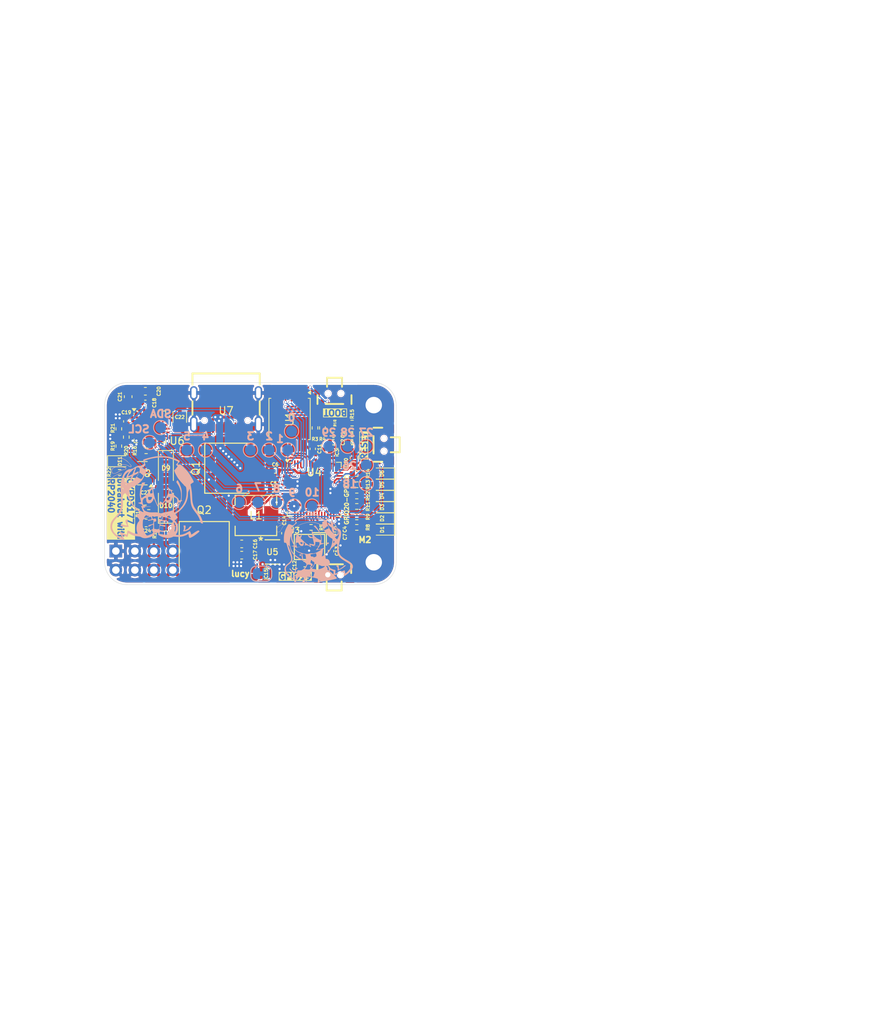
<source format=kicad_pcb>
(kicad_pcb (version 20241229) (generator "pcbnew") (generator_version "9.0")
  (layers (0 "F.Cu" signal) (2 "B.Cu" signal) (13 "F.Paste" user) (15 "B.Paste" user) (5 "F.SilkS" user "F.Silkscreen") (7 "B.SilkS" user "B.Silkscreen") (1 "F.Mask" user) (3 "B.Mask" user) (25 "Edge.Cuts" user))
  (net 0 "")
  (net 1 "/rp2040/+1.1V")
  (net 2 "GND")
  (net 3 "+3.3V")
  (net 4 "Net-(C12-Pad2)")
  (net 5 "/rp2040/XIN")
  (net 6 "Net-(U5-BST)")
  (net 7 "Net-(U5-SW)")
  (net 8 "/usb power in/3.3V+")
  (net 9 "Net-(U6-VCCD)")
  (net 10 "/usb power in/USB_VBUS")
  (net 11 "Net-(D10-A)")
  (net 12 "VBUS")
  (net 13 "Net-(D1-A)")
  (net 14 "Net-(D2-A)")
  (net 15 "Net-(D3-A)")
  (net 16 "Net-(D4-A)")
  (net 17 "Net-(D5-A)")
  (net 18 "Net-(D6-A)")
  (net 19 "Net-(D9-K)")
  (net 20 "Net-(D10-K)")
  (net 21 "Net-(D11-A)")
  (net 22 "Net-(JP1-B)")
  (net 23 "Net-(Q1-S)")
  (net 24 "Net-(Q3-E)")
  (net 25 "Net-(Q3-B)")
  (net 26 "/rp2040/XOUT")
  (net 27 "Net-(U4-GPIO20)")
  (net 28 "Net-(U4-GPIO21)")
  (net 29 "Net-(R10-Pad2)")
  (net 30 "Net-(U4-GPIO22)")
  (net 31 "Net-(U4-GPIO23)")
  (net 32 "Net-(U4-GPIO24)")
  (net 33 "Net-(U4-GPIO25)")
  (net 34 "Net-(R15-Pad2)")
  (net 35 "Net-(U6-FLIP)")
  (net 36 "Net-(U6-ISNK_COARSE)")
  (net 37 "Net-(U6-VBUS_FET_EN)")
  (net 38 "Net-(U4-GPIO19)")
  (net 39 "/rp2040/QSPI_SS")
  (net 40 "/rp2040/RUN")
  (net 41 "/rp2040/QSPI_SCLK")
  (net 42 "/rp2040/QSPI_SD1")
  (net 43 "/rp2040/QSPI_SD3")
  (net 44 "/rp2040/QSPI_SD2")
  (net 45 "/rp2040/QSPI_SD0")
  (net 46 "GPIO3")
  (net 47 "SDA")
  (net 48 "GPIO27")
  (net 49 "GPIO8")
  (net 50 "GPIO7")
  (net 51 "GPIO6")
  (net 52 "GPIO28")
  (net 53 "GPIO13")
  (net 54 "GPIO9")
  (net 55 "GPIO1")
  (net 56 "GPIO14")
  (net 57 "GPIO12")
  (net 58 "GPIO4")
  (net 59 "GPIO26")
  (net 60 "GPIO11")
  (net 61 "SCL")
  (net 62 "/rp2040/SWCLK")
  (net 63 "GPIO0")
  (net 64 "GPIO29")
  (net 65 "GPIO10")
  (net 66 "GPIO2")
  (net 67 "/rp2040/SWDIO")
  (net 68 "GPIO5")
  (net 69 "Net-(U6-CC1)")
  (net 71 "Net-(U6-CC2)")
  (net 80 "USB_D+")
  (net 81 "USB_D-")
  (net 82 "/rp2040/LUSB_D+")
  (net 83 "/rp2040/LUSB_D-")
  (net 84 "GPIO15")
  (net 85 "GPIO18")
  (footprint "Resistor_SMD:R_0402_1005Metric_Pad0.72x0.64mm_HandSolder" (layer "F.Cu") (at 207.7275 90.94)
    (property "Reference" "R9")
    (property "Value" "470")
  )
  (footprint "LED_SMD:LED_0603_1608Metric_Pad1.05x0.95mm_HandSolder" (layer "F.Cu") (at 211.125 85.14 180)
    (property "Reference" "D6")
    (property "Value" "Red")
  )
  (footprint "Resistor_SMD:R_0402_1005Metric_Pad0.72x0.64mm_HandSolder" (layer "F.Cu") (at 207.7275 92.34)
    (property "Reference" "R8")
    (property "Value" "470")
  )
  (footprint "MountingHole:MountingHole_2.2mm_M2_Pad" (layer "F.Cu") (at 210 76)
    (property "Reference" "H2" (hide yes))
    (property "Value" "MountingHole_Pad")
  )
  (footprint "Resistor_SMD:R_0402_1005Metric_Pad0.72x0.64mm_HandSolder" (layer "F.Cu") (at 176 85)
    (property "Reference" "R22")
    (property "Value" "470")
  )
  (footprint "Capacitor_SMD:C_0402_1005Metric" (layer "F.Cu") (at 176.9 78.175 -90)
    (property "Reference" "C19")
    (property "Value" "100nF")
  )
  (footprint "Resistor_SMD:R_0402_1005Metric_Pad0.72x0.64mm_HandSolder" (layer "F.Cu") (at 201.613237 92.341169)
    (property "Reference" "R5")
    (property "Value" "1k")
  )
  (footprint "Capacitor_SMD:C_0402_1005Metric" (layer "F.Cu") (at 196.8175 84.75)
    (property "Reference" "C6")
    (property "Value" "100nF")
  )
  (footprint "Capacitor_SMD:C_0402_1005Metric" (layer "F.Cu") (at 198.0375 93.120001 90)
    (property "Reference" "C14")
    (property "Value" "100nF")
  )
  (footprint "LED_SMD:LED_0603_1608Metric_Pad1.05x0.95mm_HandSolder" (layer "F.Cu") (at 211.125 86.64 180)
    (property "Reference" "D5")
    (property "Value" "Red")
  )
  (footprint "Resistor_SMD:R_0402_1005Metric_Pad0.72x0.64mm_HandSolder" (layer "F.Cu") (at 207.7275 89.54)
    (property "Reference" "R11")
    (property "Value" "470")
  )
  (footprint "Capacitor_SMD:C_0402_1005Metric" (layer "F.Cu") (at 204.601105 80.956751 180)
    (property "Reference" "C2")
    (property "Value" "100nF")
  )
  (footprint "Capacitor_SMD:C_0402_1005Metric" (layer "F.Cu") (at 204.85 93.6)
    (property "Reference" "C7")
    (property "Value" "100nF")
  )
  (footprint "AP63203WU_7:AP63203WU-7_DIO" (layer "F.Cu") (at 196.4375 95.620001)
    (property "Reference" "U5")
    (property "Value" "AP63203WU-7")
  )
  (footprint "easyeda2kicad:IND-SMD_L5.4-W5.2_CMLE051E" (layer "F.Cu") (at 194.2375 90.75 180)
    (property "Reference" "L1")
    (property "Value" "4.7uH")
  )
  (footprint "Resistor_SMD:R_0402_1005Metric_Pad0.72x0.64mm_HandSolder" (layer "F.Cu") (at 204.8 78.4 180)
    (property "Reference" "R10")
    (property "Value" "1k")
  )
  (footprint "Capacitor_SMD:C_0402_1005Metric" (layer "F.Cu") (at 200.75 97.25 180)
    (property "Reference" "C12")
    (property "Value" "18pF")
  )
  (footprint "Capacitor_SMD:C_0603_1608Metric" (layer "F.Cu") (at 177.15 74.875 90)
    (property "Reference" "C21")
    (property "Value" "1uF")
  )
  (footprint "Capacitor_SMD:C_0603_1608Metric" (layer "F.Cu") (at 192.3375 94.55 180)
    (property "Reference" "C16")
    (property "Value" "22uF")
  )
  (footprint "Capacitor_SMD:C_0402_1005Metric" (layer "F.Cu") (at 204.85 92.6 180)
    (property "Reference" "C4")
    (property "Value" "100nF")
  )
  (footprint "easyeda2kicad:SW-SMD_TS24CA" (layer "F.Cu") (at 211.05 81.3 -90)
    (property "Reference" "SW3" (hide yes))
    (property "Value" "TS24CA")
  )
  (footprint "easyeda2kicad:SW-SMD_TS24CA" (layer "F.Cu") (at 204.75 74.765)
    (property "Reference" "SW2" (hide yes))
    (property "Value" "TS24CA")
  )
  (footprint "Resistor_SMD:R_0402_1005Metric_Pad0.72x0.64mm_HandSolder" (layer "F.Cu") (at 175.9 81.4775 -90)
    (property "Reference" "R19")
    (property "Value" "5.1k")
  )
  (footprint "Capacitor_SMD:C_0603_1608Metric" (layer "F.Cu") (at 179.4375 88.85)
    (property "Reference" "C23")
    (property "Value" "1uF")
  )
  (footprint "Capacitor_SMD:C_0402_1005Metric" (layer "F.Cu") (at 207.1 80.95)
    (property "Reference" "C8")
    (property "Value" "100nF")
  )
  (footprint "LED_SMD:LED_0603_1608Metric_Pad1.05x0.95mm_HandSolder" (layer "F.Cu") (at 176.05 83.5)
    (property "Reference" "D11")
    (property "Value" "Red")
  )
  (footprint "Capacitor_SMD:C_0603_1608Metric" (layer "F.Cu") (at 192.3375 96.05 180)
    (property "Reference" "C17")
    (property "Value" "22uF")
  )
  (footprint "Resistor_SMD:R_0402_1005Metric_Pad0.72x0.64mm_HandSolder" (layer "F.Cu") (at 202.1375 79.05 -90)
    (property "Reference" "R3")
    (property "Value" "27")
  )
  (footprint "Capacitor_SMD:C_0402_1005Metric" (layer "F.Cu") (at 196.6 87.25)
    (property "Reference" "C5")
    (property "Value" "100nF")
  )
  (footprint "Capacitor_SMD:C_0402_1005Metric" (layer "F.Cu") (at 204.601105 79.966801 180)
    (property "Reference" "C1")
    (property "Value" "100nF")
  )
  (footprint "Capacitor_SMD:C_0603_1608Metric" (layer "F.Cu") (at 207.358822 83.00736 -90)
    (property "Reference" "C10")
    (property "Value" "1uF")
  )
  (footprint "easyeda2kicad:TO-252-2_L6.6-W6.1-P4.57-LS9.9-TL-CW" (layer "F.Cu") (at 187.3275 93.02 -90)
    (property "Reference" "Q2")
    (property "Value" "AOD409-HXY")
  )
  (footprint "Resistor_SMD:R_0402_1005Metric_Pad0.72x0.64mm_HandSolder" (layer "F.Cu") (at 207.7275 88.14)
    (property "Reference" "R12")
    (property "Value" "470")
  )
  (footprint "easyeda2kicad:CRYSTAL-SMD_4P-L3.2-W2.5-BL" (layer "F.Cu") (at 201.401105 94.957464 180)
    (property "Reference" "U3")
    (property "Value" "ABM8-272-T3_C20625731")
  )
  (footprint "Capacitor_SMD:C_0603_1608Metric" (layer "F.Cu") (at 205.09608 82.300253 180)
    (property "Reference" "C3")
    (property "Value" "1uF")
  )
  (footprint "Resistor_SMD:R_0402_1005Metric_Pad0.72x0.64mm_HandSolder" (layer "F.Cu") (at 207.7275 85.15)
    (property "Reference" "R14")
    (property "Value" "470")
  )
  (footprint "easyeda2kicad:SW-SMD_TS24CA" (layer "F.Cu") (at 204.7 98.35 180)
    (property "Reference" "SW1" (hide yes))
    (property "Value" "TS24CA")
  )
  (footprint "LED_SMD:LED_0603_1608Metric_Pad1.05x0.95mm_HandSolder" (layer "F.Cu") (at 211.125 91.14 180)
    (property "Reference" "D2")
    (property "Value" "Green")
  )
  (footprint "Capacitor_SMD:C_0603_1608Metric" (layer "F.Cu") (at 179.55 91.75)
    (property "Reference" "C24")
    (property "Value" "1uF")
  )
  (footprint "Package_TO_SOT_SMD:SOT-23" (layer "F.Cu") (at 179.05 85.1 180)
    (property "Reference" "Q3")
    (property "Value" "NPN")
  )
  (footprint "MountingHole:MountingHole_2.2mm_M2_Pad" (layer "F.Cu") (at 210 97)
    (property "Reference" "H3" (hide yes))
    (property "Value" "MountingHole_Pad")
  )
  (footprint "Package_DFN_QFN:QFN-56-1EP_7x7mm_P0.4mm_EP3.2x3.2mm" (layer "F.Cu") (at 202.0375 87.25)
    (property "Reference" "U4")
    (property "Value" "RP2040")
  )
  (footprint "Capacitor_SMD:C_0402_1005Metric" (layer "F.Cu") (at 204.283406 95.5 90)
    (property "Reference" "C13")
    (property "Value" "18pF")
  )
  (footprint "easyeda2kicad:USB-SMD_GT-USB-7010AN" (layer "F.Cu") (at 190.2475 76.74 180)
    (property "Reference" "U7")
    (property "Value" "GT-USB-7010AN")
  )
  (footprint "LED_SMD:LED_0603_1608Metric_Pad1.05x0.95mm_HandSolder" (layer "F.Cu") (at 211.125 89.64 180)
    (property "Reference" "D3")
    (property "Value" "Amber")
  )
  (footprint "Resistor_SMD:R_0402_1005Metric_Pad0.72x0.64mm_HandSolder" (layer "F.Cu") (at 179.55 82.1 180)
    (property "Reference" "R16")
    (property "Value" "4.7k")
  )
  (footprint "Package_DFN_QFN:QFN-24-1EP_4x4mm_P0.5mm_EP2.75x2.75mm" (layer "F.Cu") (at 180.05 78.9)
    (property "Reference" "U6")
    (property "Value" "CYPD3177-24LQ")
  )
  (footprint "Capacitor_SMD:C_0402_1005Metric" (layer "F.Cu") (at 207.1 79.9)
    (property "Reference" "C9")
    (property "Value" "100nF")
  )
  (footprint "Resistor_SMD:R_0402_1005Metric_Pad0.72x0.64mm_HandSolder" (layer "F.Cu") (at 207.7275 86.64)
    (property "Reference" "R13")
    (property "Value" "470")
  )
  (footprint "Package_SO:SOIC-8_5.3x5.3mm_P1.27mm" (layer "F.Cu") (at 198.7375 77.85 -90)
    (property "Reference" "U1")
    (property "Value" "W25Q32JVSS")
  )
  (footprint "easyeda2kicad:TO-252-2_L6.6-W6.1-P4.57-LS9.9-TL-CW" (layer "F.Cu") (at 188.8525 84.425)
    (property "Reference" "Q1")
    (property "Value" "AOD409-HXY")
  )
  (footprint "Diode_SMD:D_SOD-123" (layer "F.Cu") (at 182.1925 84.425 -90)
    (property "Reference" "D9")
    (property "Value" "D_Zener")
  )
  (footprint "Resistor_SMD:R_0402_1005Metric_Pad0.72x0.64mm_HandSolder" (layer "F.Cu") (at 207.1 78.4 180)
    (property "Reference" "R15")
    (property "Value" "1k")
  )
  (footprint "Resistor_SMD:R_0402_1005Metric_Pad0.72x0.64mm_HandSolder" (layer "F.Cu") (at 175.9 79.175 -90)
    (property "Reference" "R21")
    (property "Value" "1k")
  )
  (footprint "Diode_SMD:D_SOD-123" (layer "F.Cu") (at 182.1925 89.425 90)
    (property "Reference" "D10")
    (property "Value" "D_Zener")
  )
  (footprint "Resistor_SMD:R_0402_1005Metric_Pad0.72x0.64mm_HandSolder" (layer "F.Cu") (at 176.9 80.275 -90)
    (property "Reference" "R20")
    (property "Value" "1k")
  )
  (footprint "Capacitor_SMD:C_1206_3216Metric" (layer "F.Cu") (at 184.05 77.6 90)
    (property "Reference" "C22")
    (property "Value" "4.7uF")
  )
  (footprint "Capacitor_SMD:C_0603_1608Metric" (layer "F.Cu") (at 179.45 74.15 180)
    (property "Reference" "C20")
    (property "Value" "1uF")
  )
  (footprint "Resistor_SMD:R_0402_1005Metric_Pad0.72x0.64mm_HandSolder" (layer "F.Cu") (at 203.1375 79.05 -90)
    (property "Reference" "R4")
    (property "Value" "27")
  )
  (footprint "Banana:Banana" (layer "F.Cu") (at 219.3 90.35)
    (property "Reference" "G***" (hide yes))
    (property "Value" "LOGO" (hide yes))
  )
  (footprint "Resistor_SMD:R_0402_1005Metric_Pad0.72x0.64mm_HandSolder" (layer "F.Cu") (at 182.2 93.2)
    (property "Reference" "R18")
    (property "Value" "49.9k")
  )
  (footprint "Resistor_SMD:R_0402_1005Metric_Pad0.72x0.64mm_HandSolder" (layer "F.Cu") (at 179.9 90.35 180)
    (property "Reference" "R17")
    (property "Value" "10k")
  )
  (footprint "Capacitor_SMD:C_0805_2012Metric" (layer "F.Cu") (at 195.6 98.520001)
    (property "Reference" "C15")
    (property "Value" "10uF")
  )
  (footprint "Capacitor_SMD:C_0402_1005Metric" (layer "F.Cu") (at 179.45 75.7 180)
    (property "Reference" "C18")
    (property "Value" "100nF")
  )
  (footprint "LED_SMD:LED_0603_1608Metric_Pad1.05x0.95mm_HandSolder" (layer "F.Cu") (at 211.125 92.64 180)
    (property "Reference" "D1")
    (property "Value" "Green")
  )
  (footprint "Capacitor_SMD:C_0402_1005Metric" (layer "F.Cu") (at 201.8375 81.85 -90)
    (property "Reference" "C11")
    (property "Value" "100nF")
  )
  (footprint "LED_SMD:LED_0603_1608Metric_Pad1.05x0.95mm_HandSolder" (layer "F.Cu") (at 211.125 88.14 180)
    (property "Reference" "D4")
    (property "Value" "Amber")
  )
  (footprint "Connector_PinHeader_2.54mm:PinHeader_2x04_P2.54mm_Vertical" (layer "B.Cu") (at 175.5 95.5 -90)
    (property "Reference" "J1" (hide yes))
    (property "Value" "Conn_02x04_Counter_Clockwise")
  )
  (footprint "TestPoint:TestPoint_Pad_D1.5mm" (layer "B.Cu") (at 206.5 81.5 180)
    (property "Reference" "TP22" (hide yes))
    (property "Value" "TestPoint")
  )
  (footprint "TestPoint:TestPoint_Pad_D1.5mm" (layer "B.Cu") (at 201.75 89.5 180)
    (property "Reference" "TP11" (hide yes))
    (property "Value" "TestPoint")
  )
  (footprint "TestPoint:TestPoint_Pad_D1.5mm" (layer "B.Cu") (at 199.35 89.5 180)
    (property "Reference" "TP10" (hide yes))
    (property "Value" "TestPoint")
  )
  (footprint "TestPoint:TestPoint_Pad_D1.5mm" (layer "B.Cu") (at 204 81.5 180)
    (property "Reference" "TP23" (hide yes))
    (property "Value" "TestPoint")
  )
  (footprint "TestPoint:TestPoint_Pad_D1.5mm" (layer "B.Cu") (at 209 81.5 180)
    (property "Reference" "TP21" (hide yes))
    (property "Value" "TestPoint")
  )
  (footprint "TestPoint:TestPoint_Pad_D1.5mm" (layer "B.Cu") (at 194.5 89 180)
    (property "Reference" "TP8" (hide yes))
    (property "Value" "TestPoint")
  )
  (footprint "TestPoint:TestPoint_Pad_D1.5mm" (layer "B.Cu") (at 181.5 79 180)
    (property "Reference" "TP17" (hide yes))
    (property "Value" "TestPoint")
  )
  (footprint "TestPoint:TestPoint_Pad_D1.5mm" (layer "B.Cu") (at 199 79.5 180)
    (property "Reference" "TP1" (hide yes))
    (property "Value" "TestPoint")
  )
  (footprint "TestPoint:TestPoint_Pad_D1.5mm" (layer "B.Cu") (at 193.5 82 180)
    (property "Reference" "TP4" (hide yes))
    (property "Value" "TestPoint")
  )
  (footprint "TestPoint:TestPoint_Pad_D1.5mm" (layer "B.Cu") (at 209 86.5 180)
    (property "Reference" "TP19" (hide yes))
    (property "Value" "TestPoint")
  )
  (footprint "TestPoint:TestPoint_Pad_D1.5mm" (layer "B.Cu") (at 185 82 180)
    (property "Reference" "TP6" (hide yes))
    (property "Value" "TestPoint")
  )
  (footprint "TestPoint:TestPoint_Pad_D1.5mm" (layer "B.Cu") (at 198.5 82 180)
    (property "Reference" "TP2" (hide yes))
    (property "Value" "TestPoint")
  )
  (footprint "TestPoint:TestPoint_Pad_D1.5mm" (layer "B.Cu") (at 180 81 180)
    (property "Reference" "TP18" (hide yes))
    (property "Value" "TestPoint")
  )
  (footprint "Jumper:SolderJumper-2_P1.3mm_Bridged_RoundedPad1.0x1.5mm" (layer "B.Cu") (at 194.95 98.520001 180)
    (property "Reference" "JP1" (hide yes))
    (property "Value" "SolderJumper_2_Bridged")
  )
  (footprint "TestPoint:TestPoint_Pad_D1.5mm" (layer "B.Cu") (at 209 84 180)
    (property "Reference" "TP20" (hide yes))
    (property "Value" "TestPoint")
  )
  (footprint "TestPoint:TestPoint_Pad_D1.5mm" (layer "B.Cu") (at 197 89 180)
    (property "Reference" "TP9" (hide yes))
    (property "Value" "TestPoint")
  )
  (footprint "TestPoint:TestPoint_Pad_D1.5mm" (layer "B.Cu") (at 196 82 180)
    (property "Reference" "TP3" (hide yes))
    (property "Value" "TestPoint")
  )
  (footprint "TestPoint:TestPoint_Pad_D1.5mm" (layer "B.Cu") (at 187.5 82 180)
    (property "Reference" "TP5" (hide yes))
    (property "Value" "TestPoint")
  )
  (footprint "TestPoint:TestPoint_Pad_D1.5mm" (layer "B.Cu") (at 192 89 180)
    (property "Reference" "TP7" (hide yes))
    (property "Value" "TestPoint")
  )
  (gr_rect (start 185.9 78.6) (end 187 79.6) (stroke (width 0.2)) (fill yes) (layer "F.Cu") (net 2))
  (gr_poly (pts (xy 200.113573 95.948406) (xy 200.071241 95.99074) (xy 200.071241 96.096573) (xy 200.113573 96.138906) (xy 200.240574 96.138906) (xy 200.282907 96.096573) (xy 200.282907 95.969573) (xy 200.240574 95.927239)) (fill yes) (layer "B.SilkS"))
  (gr_poly (pts (xy 181.62711 89.882969) (xy 181.716406 89.882969) (xy 181.716406 89.793672) (xy 181.62711 89.793672)) (fill yes) (layer "B.SilkS"))
  (gr_poly (pts (xy 175.739098 85.22651) (xy 175.597131 85.292902) (xy 175.465627 85.358595) (xy 175.287033 85.459054) (xy 175.138205 85.566955) (xy 174.976354 85.713923) (xy 174.840549 85.864611) (xy 174.721486 86.102736) (xy 174.691721 86.28133) (xy 174.781017 86.489689) (xy 174.929845 86.638517) (xy 175.138205 86.668283) (xy 175.316799 86.578986) (xy 175.495392 86.370626) (xy 175.568528 86.230518) (xy 175.638639 86.078552) (xy 175.716077 85.919492) (xy 175.793049 85.775314) (xy 175.932575 85.602302) (xy 176.060939 85.477658) (xy 176.269298 85.269299) (xy 176.27922 85.239533) (xy 176.239533 85.239533) (xy 176.033034 85.43859) (xy 175.908623 85.55928) (xy 175.793049 85.686017) (xy 175.657243 85.933444) (xy 175.554923 86.162267) (xy 175.461906 86.331559) (xy 175.376329 86.459924) (xy 175.197736 86.608751) (xy 174.959611 86.608751) (xy 174.781017 86.400392) (xy 174.781017 86.102736) (xy 174.853571 85.950187) (xy 174.959611 85.805079) (xy 175.078674 85.682297) (xy 175.227501 85.566955) (xy 175.43028 85.442311) (xy 175.644221 85.32883) (xy 175.835837 85.241393) (xy 176.001408 85.180002) (xy 176.209767 85.150236) (xy 176.239533 85.239533) (xy 176.27922 85.239533) (xy 176.299065 85.180002) (xy 176.239533 85.12047) (xy 176.001408 85.12047)) (fill yes) (layer "B.SilkS"))
  (gr_poly (pts (xy 205.999229 97.472406) (xy 205.91324 97.557073) (xy 205.819313 97.639093) (xy 205.701573 97.726406) (xy 205.608803 97.792883) (xy 205.509749 97.856052) (xy 205.341739 97.916906) (xy 205.311313 97.74625) (xy 205.320573 97.535906) (xy 205.27824 97.408906) (xy 205.152562 97.419489) (xy 205.024239 97.45124) (xy 204.96074 97.493573) (xy 205.108906 97.620573) (xy 205.172406 97.726406) (xy 205.177697 97.840177) (xy 205.172406 97.95924) (xy 205.15124 98.107406) (xy 205.26501 98.075656) (xy 205.426406 98.001573) (xy 205.605 97.912937) (xy 205.786239 97.811073) (xy 205.944989 97.703917) (xy 206.082573 97.599406) (xy 206.196344 97.502833) (xy 206.273073 97.430073) (xy 206.273073 97.408906) (xy 206.082573 97.408906)) (fill yes) (layer "B.SilkS"))
  (gr_poly (pts (xy 199.542073 97.76874) (xy 199.478573 97.916906) (xy 199.457407 98.001573) (xy 199.471959 98.172229) (xy 199.457407 98.319073) (xy 199.342313 98.29526) (xy 199.203407 98.213239) (xy 199.102865 98.145771) (xy 199.012907 98.065073) (xy 198.925595 97.951302) (xy 198.843573 97.853406) (xy 198.695407 97.832239) (xy 198.780074 97.980406) (xy 198.907074 98.117989) (xy 199.055241 98.255573) (xy 199.187532 98.342885) (xy 199.309241 98.40374) (xy 199.499741 98.467239) (xy 199.605574 98.467239) (xy 199.584407 98.361406) (xy 199.577793 98.225146) (xy 199.584407 98.08624) (xy 199.669073 97.95924) (xy 199.759032 97.879865) (xy 199.838407 97.811073) (xy 199.838407 97.76874) (xy 199.737865 97.754188) (xy 199.626741 97.747573)) (fill yes) (layer "B.SilkS"))
  (gr_poly (pts (xy 176.80508 91.341485) (xy 176.792057 91.518218) (xy 176.834845 91.728437) (xy 176.953908 91.936796) (xy 177.013439 92.085625) (xy 176.818102 92.068883) (xy 176.566955 91.996328) (xy 176.299065 91.907031) (xy 176.12047 92.055859) (xy 176.150235 92.145156) (xy 176.310227 92.193526) (xy 176.507424 92.234453) (xy 176.676715 92.254917) (xy 176.834845 92.264219) (xy 177.102736 92.264219) (xy 177.221798 92.234453) (xy 177.162267 92.11539) (xy 177.072971 91.877266) (xy 177.073668 91.714136) (xy 177.084133 91.544263) (xy 177.072971 91.252187)) (fill yes) (layer "B.SilkS"))
  (gr_poly (pts (xy 203.775406 94.382073) (xy 203.711906 94.445573) (xy 203.733073 94.551407) (xy 203.75424 94.572573) (xy 203.902406 94.572573) (xy 203.987073 94.509073) (xy 204.00824 94.424407) (xy 203.923573 94.339741)) (fill yes) (layer "B.SilkS"))
  (gr_poly (pts (xy 175.882345 83.185705) (xy 175.733517 83.364299) (xy 175.703751 83.572658) (xy 175.793049 83.721486) (xy 176.031174 83.870314) (xy 176.269298 83.929846) (xy 176.516725 83.95589) (xy 176.775314 83.989376) (xy 176.950187 84.041466) (xy 177.102736 84.10844) (xy 177.277608 84.208898) (xy 177.430158 84.287033) (xy 177.578986 84.227501) (xy 177.578986 84.10844) (xy 177.519455 84.10844) (xy 177.489689 84.227501) (xy 177.34086 84.16797) (xy 177.136223 84.065651) (xy 176.864611 83.959611) (xy 176.691598 83.93031) (xy 176.511144 83.909381) (xy 176.342085 83.89415) (xy 176.180002 83.870314) (xy 176.016058 83.813922) (xy 175.882345 83.751252) (xy 175.793049 83.661955) (xy 175.763283 83.453595) (xy 175.882345 83.245236) (xy 176.060939 83.155939) (xy 176.328829 83.155939) (xy 176.503703 83.215471) (xy 176.686017 83.304767) (xy 176.86275 83.425691) (xy 177.013439 83.542892) (xy 177.162267 83.661955) (xy 177.266446 83.775437) (xy 177.370626 83.90008) (xy 177.519455 84.10844) (xy 177.578986 84.10844) (xy 177.578986 84.078674) (xy 177.459924 83.937287) (xy 177.311095 83.781017) (xy 177.199475 83.645212) (xy 177.072971 83.513127) (xy 176.886935 83.37174) (xy 176.686017 83.245236) (xy 176.499981 83.154079) (xy 176.328829 83.096408) (xy 176.060939 83.096408)) (fill yes) (layer "B.SilkS"))
  (gr_poly (pts (xy 175.58469 84.227501) (xy 175.42121 84.267267) (xy 175.287033 84.316799) (xy 175.140065 84.402375) (xy 175.019142 84.495392) (xy 174.929845 84.644221) (xy 174.929845 84.941876) (xy 175.019142 85.090705) (xy 175.138205 85.150236) (xy 175.406096 85.150236) (xy 175.644221 85.060939) (xy 175.886066 84.917692) (xy 176.025825 84.838046) (xy 176.180002 84.763283) (xy 176.358363 84.706193) (xy 176.537189 84.659103) (xy 176.70462 84.619106) (xy 176.834845 84.584689) (xy 176.894376 84.525158) (xy 176.876517 84.435861) (xy 176.834845 84.435861) (xy 176.80508 84.554923) (xy 176.54277 84.610734) (xy 176.3865 84.640732) (xy 176.239533 84.673986) (xy 176.051637 84.755841) (xy 175.882345 84.85258) (xy 175.668405 84.980944) (xy 175.465627 85.090705) (xy 175.197736 85.12047) (xy 175.048908 85.031174) (xy 174.989376 84.941876) (xy 174.989376 84.644221) (xy 175.16797 84.435861) (xy 175.320519 84.365168) (xy 175.465627 84.316799) (xy 175.58469 84.287033) (xy 175.723866 84.280987) (xy 175.891647 84.279592) (xy 176.068845 84.280289) (xy 176.239533 84.287033) (xy 176.494401 84.327961) (xy 176.686017 84.37633) (xy 176.834845 84.435861) (xy 176.876517 84.435861) (xy 176.864611 84.37633) (xy 176.678576 84.309357) (xy 176.477658 84.257267) (xy 176.328829 84.227501) (xy 176.16198 84.221456) (xy 175.966061 84.22006) (xy 175.771306 84.217735)) (fill yes) (layer "B.SilkS"))
  (gr_poly (pts (xy 204.241073 91.651573) (xy 204.282083 91.832813) (xy 204.283406 91.969073) (xy 204.123333 91.860595) (xy 204.030646 91.779732) (xy 203.944739 91.715074) (xy 203.838906 91.736241) (xy 203.860073 91.884407) (xy 203.909021 91.975689) (xy 203.987073 92.074907) (xy 204.116719 92.188678) (xy 204.241073 92.286573) (xy 204.32574 92.350073) (xy 204.368073 92.350073) (xy 204.37601 92.446647) (xy 204.38924 92.582907) (xy 204.424958 92.745625) (xy 204.473906 92.900407) (xy 204.600906 93.069741) (xy 204.727906 93.090907) (xy 204.727906 92.900407) (xy 204.70674 92.787959) (xy 204.685573 92.688741) (xy 204.685573 92.604074) (xy 204.828448 92.695355) (xy 204.981906 92.794573) (xy 205.066573 92.773407) (xy 205.066573 92.625241) (xy 204.96074 92.455907) (xy 204.843 92.364626) (xy 204.727906 92.286573) (xy 204.64324 92.223074) (xy 204.600906 92.223074) (xy 204.587346 92.132537) (xy 204.574448 92.01273) (xy 204.558242 91.890029) (xy 204.537406 91.778574) (xy 204.473906 91.658189) (xy 204.410406 91.588074) (xy 204.346906 91.545741) (xy 204.262239 91.545741)) (fill yes) (layer "B.SilkS"))
  (gr_poly (pts (xy 200.727407 95.207573) (xy 200.727407 95.249906) (xy 200.812073 95.22874) (xy 200.790907 95.186406)) (fill yes) (layer "B.SilkS"))
  (gr_poly (pts (xy 201.776645 90.588693) (xy 201.595241 90.593241) (xy 201.458815 90.603741) (xy 201.342563 90.618376) (xy 201.232927 90.636235) (xy 201.129573 90.656741) (xy 200.927168 90.703043) (xy 200.727407 90.762574) (xy 200.6162 90.801104) (xy 200.502511 90.843272) (xy 200.389815 90.887755) (xy 200.282907 90.931907) (xy 200.104313 91.009959) (xy 199.923074 91.101241) (xy 199.799464 91.171603) (xy 199.67172 91.246761) (xy 199.552822 91.318033) (xy 199.457407 91.376407) (xy 199.393907 91.418741) (xy 199.436241 91.503407) (xy 199.563241 91.672741) (xy 199.520907 91.757407) (xy 199.456249 91.832731) (xy 199.375386 91.914834) (xy 199.288157 91.994623) (xy 199.203407 92.053741) (xy 199.07773 92.045803) (xy 198.949407 91.990241) (xy 198.776105 91.925417) (xy 198.610741 91.905574) (xy 198.504907 92.028605) (xy 198.420241 92.201907) (xy 198.332928 92.355365) (xy 198.250907 92.519407) (xy 198.171532 92.707261) (xy 198.102741 92.900407) (xy 198.053793 93.080324) (xy 198.018074 93.260241) (xy 197.991616 93.448095) (xy 197.975741 93.641241) (xy 197.971772 93.848938) (xy 197.975741 94.043407) (xy 197.985001 94.202157) (xy 197.996908 94.318573) (xy 198.018074 94.382073) (xy 198.137881 94.383397) (xy 198.272074 94.424407) (xy 198.347397 94.588449) (xy 198.37828 94.69267) (xy 198.408334 94.805407) (xy 198.44211 94.920459) (xy 198.477043 95.037578) (xy 198.511759 95.156062) (xy 198.547241 95.271073) (xy 198.584458 95.376162) (xy 198.622068 95.475463) (xy 198.695407 95.662656) (xy 198.761553 95.830005) (xy 198.822407 95.99074) (xy 198.881939 96.172641) (xy 198.928241 96.329406) (xy 198.949407 96.456406) (xy 198.949407 96.646906) (xy 198.924272 96.747448) (xy 198.864741 96.858573) (xy 198.737741 96.997479) (xy 198.589574 97.13374) (xy 198.454637 97.236927) (xy 198.335574 97.32424) (xy 198.187407 97.472406) (xy 198.126553 97.582208) (xy 198.081573 97.684073) (xy 198.060407 97.76874) (xy 198.053793 97.905) (xy 198.060407 98.065073) (xy 198.094803 98.206625) (xy 198.145074 98.340239) (xy 198.199313 98.457979) (xy 198.272074 98.573073) (xy 198.380553 98.701396) (xy 198.504907 98.827073) (xy 198.621324 98.934229) (xy 198.758907 99.03874) (xy 198.85548 99.099181) (xy 198.95999 99.160448) (xy 199.063757 99.218739) (xy 199.161073 99.271573) (xy 199.310564 99.349625) (xy 199.415074 99.398573) (xy 199.457407 99.398573) (xy 199.407137 99.491177) (xy 199.351573 99.589073) (xy 199.351573 99.631406) (xy 199.457407 99.644139) (xy 199.626741 99.652573) (xy 199.73431 99.655115) (xy 199.855605 99.657037) (xy 199.989731 99.658737) (xy 200.13474 99.66051) (xy 200.287563 99.662737) (xy 200.450669 99.665553) (xy 200.624189 99.668995) (xy 200.812073 99.67374) (xy 201.022531 99.680881) (xy 201.132049 99.684944) (xy 201.242931 99.689201) (xy 201.353674 99.693509) (xy 201.464313 99.697893) (xy 201.574534 99.702338) (xy 201.683876 99.706812) (xy 201.792153 99.711307) (xy 201.898229 99.715732) (xy 202.10018 99.724093) (xy 202.279865 99.731746) (xy 202.441906 99.737239) (xy 202.599525 99.739384) (xy 202.717073 99.737239) (xy 202.73824 99.716073) (xy 202.73824 99.589073) (xy 202.92874 99.589073) (xy 203.079635 99.571875) (xy 203.258145 99.54674) (xy 203.457245 99.51747) (xy 203.540513 99.504406) (xy 202.822906 99.504406) (xy 202.73824 99.504406) (xy 202.73824 99.419739) (xy 202.822906 99.419739) (xy 202.822906 99.504406) (xy 203.540513 99.504406) (xy 203.562251 99.500996) (xy 203.669573 99.483239) (xy 203.778052 99.463995) (xy 203.887193 99.443717) (xy 203.996338 99.422741) (xy 204.104813 99.401218) (xy 204.212087 99.379323) (xy 204.317057 99.357314) (xy 204.509411 99.315394) (xy 202.525498 99.315394) (xy 202.519958 99.443552) (xy 202.516237 99.572041) (xy 202.505406 99.67374) (xy 202.463073 99.694906) (xy 202.342429 99.691816) (xy 202.182449 99.683826) (xy 202.008652 99.675228) (xy 201.825428 99.665802) (xy 201.643692 99.656872) (xy 201.469397 99.648108) (xy 201.308984 99.639973) (xy 201.171907 99.631406) (xy 201.002574 99.610239) (xy 201.031678 99.508374) (xy 201.08724 99.377406) (xy 201.117667 99.235854) (xy 201.129573 99.123405) (xy 201.066073 99.123405) (xy 201.066073 99.313906) (xy 201.002574 99.504406) (xy 200.917907 99.610239) (xy 200.748573 99.610239) (xy 200.76974 99.504406) (xy 200.829768 99.400557) (xy 200.904678 99.282156) (xy 200.979257 99.163755) (xy 201.031525 99.081073) (xy 200.706241 99.081073) (xy 200.685074 99.186906) (xy 200.632819 99.284471) (xy 200.568657 99.393281) (xy 200.504496 99.502752) (xy 200.45224 99.589073) (xy 200.431073 99.610239) (xy 200.23768 99.616027) (xy 200.118659 99.617267) (xy 199.993189 99.618177) (xy 199.866974 99.620574) (xy 199.748201 99.621319) (xy 199.563241 99.610239) (xy 199.605574 99.504406) (xy 199.66618 99.400557) (xy 199.739189 99.282156) (xy 199.811701 99.163755) (xy 199.866669 99.081073) (xy 199.669073 99.081073) (xy 199.647907 99.165739) (xy 199.542073 99.335073) (xy 199.499741 99.335073) (xy 199.477995 99.223948) (xy 199.45873 99.081073) (xy 199.438308 98.938197) (xy 199.436241 98.827073) (xy 199.542073 98.827073) (xy 199.605574 98.848239) (xy 199.593668 98.954073) (xy 199.584407 99.059906) (xy 199.669073 99.081073) (xy 199.866669 99.081073) (xy 199.880741 99.059906) (xy 199.986573 98.954073) (xy 200.138213 98.966145) (xy 200.317303 98.999052) (xy 200.496724 99.030967) (xy 200.642741 99.059906) (xy 200.706241 99.081073) (xy 201.031525 99.081073) (xy 201.044907 99.059906) (xy 201.108407 98.954073) (xy 201.277741 98.954073) (xy 201.386798 98.963498) (xy 201.509251 98.977885) (xy 201.644189 98.995249) (xy 201.785741 99.017573) (xy 201.929938 99.047834) (xy 202.070167 99.081073) (xy 202.198407 99.112823) (xy 202.314906 99.144573) (xy 202.505406 99.208073) (xy 202.525498 99.315394) (xy 204.509411 99.315394) (xy 204.516239 99.313906) (xy 204.693593 99.273805) (xy 204.846969 99.235854) (xy 204.980087 99.202533) (xy 205.066573 99.165739) (xy 205.024239 99.059906) (xy 204.956026 98.981605) (xy 204.87475 98.897188) (xy 204.793308 98.812273) (xy 204.727906 98.742406) (xy 204.70674 98.700073) (xy 204.876073 98.678906) (xy 205.048134 98.625741) (xy 205.247813 98.558521) (xy 205.446333 98.492127) (xy 205.638073 98.424906) (xy 205.818733 98.340818) (xy 205.955573 98.297906) (xy 205.99526 98.493697) (xy 205.997741 98.611768) (xy 205.997906 98.72124) (xy 206.019073 98.848239) (xy 206.124906 98.805905) (xy 206.273073 98.711979) (xy 206.442406 98.59424) (xy 206.583958 98.480469) (xy 206.717573 98.361406) (xy 206.849865 98.238374) (xy 206.971573 98.107406) (xy 207.080052 97.949979) (xy 207.162073 97.811073) (xy 207.204406 97.705239) (xy 207.212344 97.571625) (xy 207.20678 97.472406) (xy 206.950406 97.472406) (xy 206.929239 97.662906) (xy 206.878969 97.774031) (xy 206.802239 97.895739) (xy 206.688469 98.037291) (xy 206.569406 98.170906) (xy 206.48077 98.26351) (xy 206.400073 98.340239) (xy 206.307469 98.424906) (xy 206.230739 98.488406) (xy 206.188406 98.488406) (xy 206.15401 98.324365) (xy 206.124906 98.149739) (xy 206.124906 98.065073) (xy 206.004025 98.106165) (xy 205.849739 98.170906) (xy 205.716621 98.223078) (xy 205.58251 98.275416) (xy 205.438809 98.330731) (xy 205.299406 98.382573) (xy 205.175879 98.424493) (xy 205.066573 98.459301) (xy 204.897239 98.509573) (xy 204.854906 98.509573) (xy 204.854906 98.436812) (xy 204.628688 98.436812) (xy 204.600906 98.615406) (xy 204.45274 98.488406) (xy 204.388262 98.430197) (xy 202.071491 98.430197) (xy 202.018573 98.551906) (xy 201.978886 98.735792) (xy 201.912741 98.890573) (xy 201.785741 98.902479) (xy 201.658741 98.869406) (xy 201.552907 98.848239) (xy 201.554974 98.716526) (xy 201.575397 98.550583) (xy 201.594661 98.384474) (xy 201.616407 98.255573) (xy 201.658741 98.255573) (xy 201.865116 98.284677) (xy 202.060907 98.340239) (xy 202.071491 98.430197) (xy 204.388262 98.430197) (xy 204.357489 98.402417) (xy 204.262239 98.319073) (xy 204.114073 98.213239) (xy 204.129192 98.107406) (xy 204.00824 98.107406) (xy 203.902406 98.065073) (xy 203.81774 98.001573) (xy 203.81774 97.889125) (xy 203.81774 97.76874) (xy 203.733073 97.64174) (xy 203.627239 97.557073) (xy 203.669573 97.514739) (xy 203.479073 97.514739) (xy 203.37324 97.620573) (xy 203.28725 97.684073) (xy 203.18274 97.747573) (xy 203.058385 97.804458) (xy 202.92874 97.853406) (xy 202.800417 97.893093) (xy 202.695906 97.916906) (xy 202.632406 97.895739) (xy 202.636375 97.748896) (xy 202.653573 97.57824) (xy 202.672093 97.453885) (xy 202.695906 97.366573) (xy 202.759406 97.345406) (xy 202.759406 97.387739) (xy 202.844073 97.430073) (xy 202.992239 97.493573) (xy 203.098073 97.514739) (xy 203.301802 97.509448) (xy 203.479073 97.514739) (xy 203.669573 97.514739) (xy 203.69074 97.493573) (xy 203.796573 97.493573) (xy 203.88124 97.599406) (xy 203.965906 97.789906) (xy 203.998979 97.963208) (xy 204.00824 98.107406) (xy 204.129192 98.107406) (xy 204.13524 98.065073) (xy 204.177573 98.022739) (xy 204.331031 98.090208) (xy 204.495073 98.170906) (xy 204.622073 98.234406) (xy 204.628688 98.436812) (xy 204.854906 98.436812) (xy 204.854906 98.297906) (xy 204.881365 98.161645) (xy 204.876073 98.043906) (xy 204.774208 98.006865) (xy 204.622073 97.980406) (xy 204.523268 97.941711) (xy 204.420989 97.895739) (xy 204.241073 97.811073) (xy 204.156406 97.747573) (xy 204.092906 97.57824) (xy 203.965906 97.472406) (xy 203.923573 97.45124) (xy 203.923573 97.408906) (xy 204.050573 97.32424) (xy 202.590073 97.32424) (xy 202.568906 97.514739) (xy 202.54774 97.64174) (xy 202.549062 97.832239) (xy 202.526573 98.001573) (xy 202.439261 98.006865) (xy 202.314906 97.95924) (xy 202.160125 97.927489) (xy 201.997407 97.895739) (xy 201.832042 97.879865) (xy 201.72224 97.853406) (xy 201.849241 97.705239) (xy 201.924647 97.594114) (xy 201.997407 97.472406) (xy 202.047677 97.341437) (xy 202.10324 97.239573) (xy 202.29374 97.239573) (xy 202.43 97.27) (xy 202.54774 97.303073) (xy 202.590073 97.32424) (xy 204.050573 97.32424) (xy 204.114073 97.197239) (xy 204.132593 97.049073) (xy 202.060907 97.049073) (xy 202.03974 97.197239) (xy 201.964334 97.363927) (xy 201.870407 97.535906) (xy 201.783095 97.658937) (xy 201.701073 97.726406) (xy 201.574073 97.620573) (xy 201.679907 97.535906) (xy 201.785741 97.45124) (xy 201.828074 97.366573) (xy 201.595241 97.366573) (xy 201.574073 97.514739) (xy 201.468241 97.57824) (xy 201.425907 97.57824) (xy 201.531741 97.705239) (xy 201.510574 97.874573) (xy 201.383573 97.95924) (xy 201.240037 97.961224) (xy 201.076657 97.948656) (xy 200.911954 97.937412) (xy 200.790907 97.916906) (xy 200.833241 97.832239) (xy 200.900709 97.751541) (xy 200.981407 97.64174) (xy 201.04623 97.471083) (xy 201.129573 97.32424) (xy 201.276417 97.30175) (xy 201.425907 97.32424) (xy 201.595241 97.366573) (xy 201.828074 97.366573) (xy 201.806907 97.26074) (xy 201.002574 97.26074) (xy 200.974793 97.38344) (xy 200.917907 97.493573) (xy 200.858376 97.603374) (xy 200.790907 97.705239) (xy 200.723438 97.793875) (xy 200.642741 97.874573) (xy 200.525001 97.95527) (xy 200.409907 98.022739) (xy 200.282907 98.08624) (xy 200.165498 98.084255) (xy 200.034199 98.075656) (xy 199.902237 98.065734) (xy 199.796073 98.08624) (xy 199.763332 98.189923) (xy 199.753741 98.319073) (xy 199.727944 98.42904) (xy 199.700824 98.533385) (xy 199.647907 98.72124) (xy 199.605574 98.742406) (xy 199.419042 98.684198) (xy 199.245741 98.678906) (xy 199.236149 98.772089) (xy 199.255001 98.894541) (xy 199.2827 99.019805) (xy 199.309241 99.123405) (xy 199.309241 99.165739) (xy 199.203407 99.123405) (xy 199.063178 99.037417) (xy 198.907074 98.932906) (xy 198.784042 98.838979) (xy 198.674241 98.742406) (xy 198.575021 98.643187) (xy 198.483741 98.530739) (xy 198.391137 98.383896) (xy 198.314408 98.234406) (xy 198.272074 98.114021) (xy 198.250907 98.001573) (xy 198.242969 97.881187) (xy 198.250907 97.76874) (xy 198.314408 97.599406) (xy 198.384521 97.508125) (xy 198.483741 97.408906) (xy 198.629261 97.293812) (xy 198.780074 97.176073) (xy 198.897813 97.068917) (xy 198.991741 96.964406) (xy 199.056563 96.851958) (xy 199.097574 96.752739) (xy 199.118741 96.646906) (xy 199.126678 96.541073) (xy 199.118741 96.392906) (xy 199.076656 96.191905) (xy 199.047531 96.072771) (xy 199.012907 95.948406) (xy 198.971835 95.827101) (xy 198.926835 95.705568) (xy 198.87983 95.583157) (xy 198.831668 95.46025) (xy 198.783257 95.33511) (xy 198.736335 95.213444) (xy 198.692173 95.098835) (xy 198.653074 94.995907) (xy 198.598256 94.842531) (xy 198.568407 94.741907) (xy 198.589574 94.699573) (xy 198.657042 94.755137) (xy 198.737741 94.868907) (xy 198.801241 95.069989) (xy 198.832577 95.18252) (xy 198.864741 95.292239) (xy 198.934855 95.470833) (xy 199.012907 95.630906) (xy 199.102865 95.773781) (xy 199.203407 95.906073) (xy 199.314532 96.037041) (xy 199.436241 96.160073) (xy 199.567209 96.268552) (xy 199.711407 96.37174) (xy 199.864865 96.474927) (xy 199.950855 96.528505) (xy 200.050074 96.583406) (xy 200.174428 96.638308) (xy 200.309365 96.697177) (xy 200.444881 96.761091) (xy 200.579241 96.837406) (xy 200.710292 96.939519) (xy 200.829271 97.050396) (xy 200.936841 97.154327) (xy 201.002574 97.26074) (xy 201.806907 97.26074) (xy 201.72224 97.176073) (xy 201.620376 97.12977) (xy 201.531741 97.070239) (xy 201.552907 96.879739) (xy 201.595241 96.837406) (xy 201.595241 96.710406) (xy 201.701073 96.68924) (xy 201.764573 96.837406) (xy 201.806907 96.879739) (xy 201.933907 96.900906) (xy 202.060907 97.049073) (xy 204.132593 97.049073) (xy 204.13524 97.027906) (xy 204.111427 96.92075) (xy 204.07174 96.81624) (xy 203.965906 96.668073) (xy 203.796573 96.562239) (xy 203.681479 96.54901) (xy 203.584906 96.541073) (xy 203.577851 96.519906) (xy 200.939073 96.519906) (xy 200.939073 96.62574) (xy 200.829271 96.694531) (xy 200.706241 96.752739) (xy 200.600407 96.773906) (xy 200.567334 96.658812) (xy 200.558228 96.604573) (xy 200.431073 96.604573) (xy 200.304073 96.562239) (xy 200.215604 96.516103) (xy 200.11622 96.459052) (xy 200.008733 96.395965) (xy 199.901907 96.329406) (xy 199.806988 96.263509) (xy 199.719345 96.198437) (xy 199.563241 96.075406) (xy 199.45873 95.989417) (xy 199.372741 95.906073) (xy 199.276168 95.796271) (xy 199.182241 95.67324) (xy 199.093605 95.540948) (xy 199.012907 95.398073) (xy 198.944116 95.24726) (xy 198.885907 95.080573) (xy 198.836959 94.875521) (xy 198.801241 94.678407) (xy 198.785365 94.539501) (xy 198.780074 94.424407) (xy 198.780074 94.212741) (xy 198.797272 94.015625) (xy 198.822407 93.810574) (xy 198.85548 93.647855) (xy 198.885907 93.535407) (xy 198.907074 93.535407) (xy 198.932209 93.725907) (xy 198.949407 93.843233) (xy 198.970574 93.958741) (xy 199.027459 94.134689) (xy 199.097574 94.297407) (xy 199.186209 94.470709) (xy 199.266907 94.614907) (xy 199.330407 94.720741) (xy 199.330407 94.763073) (xy 199.210021 94.786886) (xy 199.076407 94.805407) (xy 198.970574 94.805407) (xy 198.991741 94.847741) (xy 199.171657 94.876845) (xy 199.351573 94.932407) (xy 199.376709 95.052792) (xy 199.372741 95.186406) (xy 199.425657 95.286948) (xy 199.499741 95.376906) (xy 199.581761 95.461573) (xy 199.690241 95.54624) (xy 199.855605 95.645458) (xy 200.028907 95.73674) (xy 200.171782 95.794948) (xy 200.282907 95.842573) (xy 200.367574 95.948406) (xy 200.367574 96.075406) (xy 200.346407 96.18124) (xy 200.367325 96.285667) (xy 200.395355 96.402167) (xy 200.431073 96.604573) (xy 200.558228 96.604573) (xy 200.536907 96.477573) (xy 200.514252 96.347679) (xy 200.490605 96.210344) (xy 200.468529 96.078548) (xy 200.45224 95.969573) (xy 200.45224 95.884906) (xy 200.494573 95.884906) (xy 200.659938 95.880937) (xy 200.833241 95.948406) (xy 200.879129 96.07615) (xy 200.907324 96.23151) (xy 200.927829 96.386788) (xy 200.939073 96.519906) (xy 203.577851 96.519906) (xy 203.56374 96.477573) (xy 203.54125 96.281781) (xy 203.541333 96.166357) (xy 203.56374 96.05424) (xy 203.631787 95.964612) (xy 203.719844 95.884906) (xy 203.813605 95.808342) (xy 203.902406 95.73674) (xy 204.018823 95.607093) (xy 204.114073 95.48274) (xy 204.206677 95.335896) (xy 204.283406 95.207573) (xy 204.368073 95.10174) (xy 204.492427 95.00649) (xy 204.64324 94.890073) (xy 204.724929 94.81814) (xy 204.804635 94.744553) (xy 204.939573 94.614907) (xy 205.003073 94.530241) (xy 205.045406 94.530241) (xy 205.130073 94.657241) (xy 205.114197 94.81599) (xy 205.087739 95.017073) (xy 205.082365 95.132249) (xy 205.081125 95.251229) (xy 205.082448 95.370209) (xy 205.087739 95.48274) (xy 205.112875 95.665302) (xy 205.15124 95.821406) (xy 205.194896 95.952375) (xy 205.257073 96.075406) (xy 205.356292 96.216958) (xy 205.46874 96.350573) (xy 205.563989 96.447146) (xy 205.680406 96.541073) (xy 205.851062 96.660136) (xy 205.94995 96.724958) (xy 206.061406 96.795073) (xy 206.194029 96.874448) (xy 206.332604 96.956469) (xy 206.468203 97.037332) (xy 206.590573 97.112573) (xy 206.755937 97.228989) (xy 206.865739 97.32424) (xy 206.950406 97.472406) (xy 207.20678 97.472406) (xy 207.204406 97.430073) (xy 207.119739 97.26074) (xy 207.037718 97.157552) (xy 206.929239 97.049073) (xy 206.790333 96.941917) (xy 206.632906 96.837406) (xy 206.467541 96.743479) (xy 206.294239 96.646906) (xy 206.200229 96.589193) (xy 206.106385 96.529167) (xy 205.934406 96.414073) (xy 205.817989 96.32676) (xy 205.722739 96.244739) (xy 205.623521 96.157427) (xy 205.532239 96.05424) (xy 205.450218 95.912687) (xy 205.384073 95.757906) (xy 205.348933 95.617842) (xy 205.320573 95.461573) (xy 205.309907 95.321426) (xy 205.308666 95.177146) (xy 205.310403 95.015419) (xy 205.320573 94.847741) (xy 205.344633 94.681384) (xy 205.376135 94.515689) (xy 205.411027 94.351646) (xy 205.433075 94.255073) (xy 204.77024 94.255073) (xy 204.727906 94.339741) (xy 204.600906 94.445573) (xy 204.579739 94.360907) (xy 204.59826 94.228615) (xy 204.622073 94.106907) (xy 204.64324 94.106907) (xy 204.77024 94.255073) (xy 205.433075 94.255073) (xy 205.447573 94.191573) (xy 205.477677 94.059282) (xy 204.480521 94.059282) (xy 204.45274 94.255073) (xy 204.417021 94.445573) (xy 204.368073 94.636073) (xy 204.31251 94.81599) (xy 204.241073 94.995907) (xy 204.191794 95.095704) (xy 204.137885 95.195666) (xy 204.029406 95.376906) (xy 203.942093 95.494646) (xy 203.860073 95.588573) (xy 203.779375 95.685146) (xy 203.69074 95.779073) (xy 203.582261 95.873) (xy 203.457906 95.969573) (xy 203.301802 96.084667) (xy 203.161573 96.18124) (xy 203.05574 96.223573) (xy 203.069958 96.138906) (xy 202.336073 96.138906) (xy 202.29374 96.223573) (xy 202.170709 96.281781) (xy 202.03974 96.329406) (xy 201.933907 96.329406) (xy 201.891573 96.223573) (xy 201.743407 96.244739) (xy 201.658741 96.244739) (xy 201.558198 96.113771) (xy 201.531741 95.969573) (xy 201.628561 95.929968) (xy 201.763251 95.903427) (xy 201.901413 95.883418) (xy 202.03974 95.86374) (xy 202.170377 95.819505) (xy 202.272573 95.800239) (xy 202.321521 95.960313) (xy 202.336073 96.138906) (xy 203.069958 96.138906) (xy 203.084844 96.050271) (xy 203.111881 95.933606) (xy 203.140406 95.800239) (xy 203.160333 95.64769) (xy 203.181417 95.493323) (xy 203.199193 95.347141) (xy 203.221008 95.292239) (xy 202.971073 95.292239) (xy 202.86524 95.398073) (xy 202.768832 95.459505) (xy 202.656218 95.52375) (xy 202.536329 95.59097) (xy 202.42074 95.652073) (xy 202.246114 95.728802) (xy 202.10324 95.779073) (xy 201.912741 95.821406) (xy 201.785741 95.800239) (xy 201.574073 95.800239) (xy 201.425907 95.830666) (xy 201.298907 95.86374) (xy 201.256573 95.884906) (xy 201.162647 95.890197) (xy 201.023741 95.884906) (xy 200.835886 95.861093) (xy 200.73088 95.843234) (xy 200.621573 95.821406) (xy 200.510945 95.795609) (xy 200.399324 95.765844) (xy 200.287869 95.732522) (xy 200.177073 95.694406) (xy 200.06628 95.649013) (xy 199.960116 95.600479) (xy 199.774907 95.503906) (xy 199.662459 95.4285) (xy 199.584407 95.35574) (xy 199.457407 95.186406) (xy 199.436241 95.017073) (xy 199.457407 94.97474) (xy 199.542073 94.995907) (xy 199.584407 95.059406) (xy 199.673043 95.046177) (xy 199.796073 95.017073) (xy 199.956147 94.984001) (xy 200.113573 94.953573) (xy 200.304073 94.932407) (xy 200.195595 94.928438) (xy 200.028907 94.932407) (xy 199.879417 94.966803) (xy 199.753741 94.97474) (xy 199.696855 94.882136) (xy 199.669073 94.763073) (xy 199.626741 94.593741) (xy 199.626741 94.403241) (xy 199.690241 94.382073) (xy 199.901907 94.382073) (xy 199.960116 94.478647) (xy 200.007741 94.593741) (xy 200.13474 94.741907) (xy 200.304073 94.826573) (xy 200.494573 94.826573) (xy 200.600407 94.720741) (xy 200.629511 94.618876) (xy 200.642741 94.509073) (xy 200.640095 94.487907) (xy 200.473407 94.487907) (xy 200.388741 94.572573) (xy 200.261741 94.530241) (xy 200.177073 94.424407) (xy 200.155907 94.360907) (xy 200.177073 94.339741) (xy 200.314657 94.329157) (xy 200.45224 94.339741) (xy 200.473407 94.487907) (xy 200.640095 94.487907) (xy 200.621573 94.339741) (xy 200.642741 94.339741) (xy 200.730053 94.401917) (xy 200.812073 94.487907) (xy 200.790907 94.678407) (xy 200.748573 94.784241) (xy 200.854407 94.741907) (xy 200.974793 94.733969) (xy 201.108407 94.741907) (xy 201.211594 94.773657) (xy 201.320074 94.826573) (xy 201.488085 94.937698) (xy 201.616407 94.995907) (xy 201.575397 94.834511) (xy 201.510574 94.657241) (xy 201.616407 94.699573) (xy 201.785741 94.784241) (xy 201.955073 94.805407) (xy 201.955073 94.826573) (xy 201.828074 94.847741) (xy 202.034449 94.846417) (xy 202.165748 94.846086) (xy 202.29374 94.847741) (xy 202.473657 94.862293) (xy 202.590073 94.890073) (xy 202.54774 94.995907) (xy 202.432646 95.145396) (xy 202.314906 95.292239) (xy 202.251406 95.376906) (xy 202.365177 95.363677) (xy 202.526573 95.334573) (xy 202.694584 95.310761) (xy 202.844073 95.292239) (xy 202.971073 95.292239) (xy 203.221008 95.292239) (xy 203.24624 95.22874) (xy 203.385229 95.175161) (xy 203.521406 95.144073) (xy 203.56374 95.059406) (xy 203.457906 95.03824) (xy 203.361499 95.066351) (xy 203.248885 95.107031) (xy 203.128913 95.148455) (xy 203.013406 95.186406) (xy 202.840104 95.227417) (xy 202.695906 95.249906) (xy 202.48424 95.249906) (xy 202.52525 95.169209) (xy 202.61124 95.059406) (xy 202.687969 94.940345) (xy 202.759406 94.826573) (xy 202.844073 94.678407) (xy 202.971238 94.622265) (xy 203.121885 94.573897) (xy 203.272863 94.52437) (xy 203.394406 94.487907) (xy 203.43674 94.487907) (xy 203.43674 94.445573) (xy 203.334131 94.442762) (xy 203.202583 94.442928) (xy 203.07087 94.444085) (xy 203.012165 94.43251) (xy 202.747252 94.43251) (xy 202.717073 94.551407) (xy 202.705745 94.690396) (xy 202.653573 94.805407) (xy 202.496229 94.832444) (xy 202.305645 94.825251) (xy 202.113905 94.820538) (xy 201.976241 94.805407) (xy 202.060907 94.741907) (xy 202.145573 94.741907) (xy 202.16674 94.593741) (xy 202.187906 94.403241) (xy 202.187906 94.276241) (xy 202.23024 94.276241) (xy 202.346243 94.282689) (xy 202.488209 94.294761) (xy 202.63067 94.305179) (xy 202.73824 94.339741) (xy 202.747252 94.43251) (xy 203.012165 94.43251) (xy 202.971073 94.424407) (xy 202.992239 94.255073) (xy 203.013406 94.149241) (xy 203.019194 94.051179) (xy 203.021344 93.934928) (xy 203.0206 93.80892) (xy 203.013406 93.683573) (xy 202.994968 93.575425) (xy 202.96975 93.474553) (xy 202.907573 93.281407) (xy 202.838781 93.108105) (xy 202.759406 92.942741) (xy 202.668125 92.770761) (xy 202.568906 92.604074) (xy 202.46175 92.447969) (xy 202.35724 92.307741) (xy 202.273896 92.179417) (xy 202.187906 92.096074) (xy 202.054292 92.10798) (xy 201.955073 92.159573) (xy 202.060907 92.265407) (xy 202.137139 92.338664) (xy 202.222302 92.421511) (xy 202.313087 92.512545) (xy 202.399573 92.604074) (xy 202.526573 92.764146) (xy 202.632406 92.921574) (xy 202.72501 93.079001) (xy 202.80174 93.239073) (xy 202.863917 93.41899) (xy 202.907573 93.577741) (xy 202.92874 93.725907) (xy 202.938 93.884657) (xy 202.92874 94.022241) (xy 202.80174 94.001073) (xy 202.709549 93.959402) (xy 202.607271 93.905824) (xy 202.548338 93.874073) (xy 202.314906 93.874073) (xy 202.209073 93.874073) (xy 202.240823 93.852907) (xy 202.16674 93.852907) (xy 201.955073 93.852907) (xy 201.955073 93.831741) (xy 202.16674 93.831741) (xy 202.16674 93.852907) (xy 202.240823 93.852907) (xy 202.272573 93.831741) (xy 202.314906 93.874073) (xy 202.548338 93.874073) (xy 202.499536 93.847781) (xy 202.399573 93.789407) (xy 202.267281 93.691511) (xy 202.258663 93.683573) (xy 202.124406 93.683573) (xy 202.10324 93.725907) (xy 202.082073 93.683573) (xy 202.018573 93.641241) (xy 202.03974 93.598907) (xy 202.082073 93.683573) (xy 202.124406 93.683573) (xy 202.258663 93.683573) (xy 202.16674 93.598907) (xy 202.087365 93.520855) (xy 202.018573 93.429573) (xy 201.941845 93.293313) (xy 201.870407 93.133241) (xy 201.812199 92.934803) (xy 201.764573 92.773407) (xy 201.701073 92.773407) (xy 201.701073 92.942741) (xy 201.724225 93.095206) (xy 201.753991 93.265532) (xy 201.783757 93.436519) (xy 201.806907 93.577741) (xy 201.806907 93.662407) (xy 201.637573 93.620073) (xy 201.468241 93.535407) (xy 201.358438 93.444125) (xy 201.256573 93.344907) (xy 201.150741 93.196741) (xy 201.160001 93.293313) (xy 201.193074 93.429573) (xy 201.277741 93.598907) (xy 201.383573 93.704741) (xy 201.510574 93.768241) (xy 201.674616 93.762949) (xy 201.828074 93.768241) (xy 201.870407 93.916407) (xy 201.906953 94.072925) (xy 201.947137 94.251105) (xy 201.98765 94.430112) (xy 202.018573 94.572573) (xy 202.018573 94.614907) (xy 201.885785 94.596634) (xy 201.714303 94.565959) (xy 201.543151 94.53578) (xy 201.40474 94.509073) (xy 201.362407 94.487907) (xy 201.403417 94.599032) (xy 201.447073 94.720741) (xy 201.425907 94.784241) (xy 201.334047 94.731572) (xy 201.215564 94.650625) (xy 201.092863 94.566621) (xy 200.981407 94.487907) (xy 200.861022 94.396625) (xy 200.76974 94.318573) (xy 200.667876 94.229938) (xy 200.558074 94.128074) (xy 200.493409 94.064573) (xy 199.711407 94.064573) (xy 199.647907 94.085741) (xy 199.669073 94.022241) (xy 199.711407 94.064573) (xy 200.493409 94.064573) (xy 200.41123 93.983876) (xy 200.345125 93.916407) (xy 200.177073 93.916407) (xy 200.13474 93.916407) (xy 200.155907 93.874073) (xy 200.177073 93.916407) (xy 200.345125 93.916407) (xy 200.282907 93.852907) (xy 200.219407 93.768241) (xy 200.261741 93.683573) (xy 200.325241 93.577741) (xy 200.346407 93.471907) (xy 200.350376 93.295959) (xy 200.346407 93.133241) (xy 200.304073 93.133241) (xy 200.288199 93.225845) (xy 200.261741 93.344907) (xy 200.200886 93.463969) (xy 200.13474 93.556573) (xy 200.050074 93.556573) (xy 199.990439 93.471907) (xy 199.838407 93.471907) (xy 199.796073 93.471907) (xy 199.817241 93.408407) (xy 199.838407 93.471907) (xy 199.990439 93.471907) (xy 199.942917 93.404438) (xy 199.838407 93.239073) (xy 199.774907 93.133241) (xy 199.774907 93.090907) (xy 199.732574 93.090907) (xy 199.712069 93.183759) (xy 199.690241 93.302573) (xy 199.664444 93.406175) (xy 199.637324 93.510272) (xy 199.610204 93.613873) (xy 199.584407 93.725907) (xy 199.559768 93.850426) (xy 199.542073 94.001073) (xy 199.540917 94.20687) (xy 199.542487 94.315308) (xy 199.544719 94.425729) (xy 199.547449 94.540369) (xy 199.548854 94.647401) (xy 199.542073 94.805407) (xy 199.457407 94.720741) (xy 199.401927 94.6264) (xy 199.342313 94.513042) (xy 199.280301 94.392409) (xy 199.224574 94.276241) (xy 199.159751 94.104261) (xy 199.118741 93.958741) (xy 199.090959 93.846293) (xy 199.076407 93.725907) (xy 199.068469 93.542021) (xy 199.076407 93.344907) (xy 199.112126 93.167637) (xy 199.161073 93.006241) (xy 199.208699 92.872626) (xy 199.266907 92.752241) (xy 199.343636 92.634501) (xy 199.436241 92.519407) (xy 199.544719 92.400345) (xy 199.669073 92.286573) (xy 199.809303 92.187355) (xy 199.965407 92.096074) (xy 200.144001 92.006116) (xy 200.325241 91.926741) (xy 200.483991 91.868533) (xy 200.642741 91.820907) (xy 200.821334 91.774605) (xy 201.002574 91.736241) (xy 201.165293 91.709782) (xy 201.341241 91.693907) (xy 201.451125 91.689194) (xy 201.568782 91.687293) (xy 201.688341 91.688616) (xy 201.806907 91.693907) (xy 201.918859 91.70449) (xy 202.026511 91.719043) (xy 202.23024 91.757407) (xy 202.404865 91.803709) (xy 202.568906 91.863241) (xy 202.748823 91.945261) (xy 202.907573 92.032574) (xy 203.004145 92.102689) (xy 203.076906 92.180741) (xy 203.150989 92.281282) (xy 203.225073 92.413573) (xy 203.266745 92.509816) (xy 203.309739 92.614657) (xy 203.352734 92.719746) (xy 203.394406 92.815741) (xy 203.468489 92.944063) (xy 203.542573 93.048573) (xy 203.617979 93.150438) (xy 203.711906 93.260241) (xy 203.853458 93.408407) (xy 203.930684 93.484475) (xy 204.00824 93.556573) (xy 204.152437 93.67299) (xy 204.283406 93.768241) (xy 204.397177 93.82248) (xy 204.473906 93.895241) (xy 204.480521 94.059282) (xy 205.477677 94.059282) (xy 205.482795 94.036793) (xy 205.516365 93.891272) (xy 205.547122 93.763362) (xy 205.574573 93.641241) (xy 205.598881 93.513331) (xy 205.616906 93.387241) (xy 205.624017 93.268013) (xy 205.624665 93.176897) (xy 205.352323 93.176897) (xy 205.341739 93.387241) (xy 205.298083 93.544668) (xy 205.235906 93.683573) (xy 205.164469 93.837032) (xy 205.087739 93.937573) (xy 204.939573 93.810574) (xy 204.854906 93.704741) (xy 204.812573 93.683573) (xy 204.812573 93.641241) (xy 204.973969 93.528793) (xy 205.064753 93.468186) (xy 205.15124 93.408407) (xy 205.27824 93.302573) (xy 205.299406 93.175574) (xy 205.280293 93.015501) (xy 205.179021 93.015501) (xy 205.172406 93.154407) (xy 205.087739 93.281407) (xy 205.045406 93.302573) (xy 204.854906 93.281407) (xy 204.753041 93.231137) (xy 204.64324 93.154407) (xy 204.516239 93.047251) (xy 204.38924 92.921574) (xy 204.279437 92.789282) (xy 204.177573 92.646407) (xy 204.078354 92.490303) (xy 204.034958 92.413573) (xy 203.965906 92.413573) (xy 203.965906 92.455907) (xy 203.807156 92.537928) (xy 203.627239 92.625241) (xy 203.457906 92.709907) (xy 203.415573 92.709907) (xy 203.352073 92.582907) (xy 203.352073 92.540574) (xy 203.455261 92.454584) (xy 203.584906 92.350073) (xy 203.702646 92.242917) (xy 203.796573 92.159573) (xy 203.838906 92.159573) (xy 203.905052 92.283928) (xy 203.965906 92.413573) (xy 204.034958 92.413573) (xy 203.987073 92.328907) (xy 203.906375 92.17148) (xy 203.838906 92.011407) (xy 203.787313 91.834137) (xy 203.75424 91.672741) (xy 203.75424 91.482241) (xy 203.762706 91.461074) (xy 203.394406 91.461074) (xy 203.288573 91.545741) (xy 203.185385 91.594689) (xy 203.098073 91.672741) (xy 203.129823 91.851334) (xy 203.11924 91.990241) (xy 203.017705 91.972133) (xy 202.881114 91.921449) (xy 202.734189 91.860181) (xy 202.590073 91.799741) (xy 202.475723 91.763773) (xy 202.374437 91.737564) (xy 202.187906 91.693907) (xy 202.045032 91.666126) (xy 201.891573 91.651573) (xy 201.779209 91.647688) (xy 201.654772 91.646282) (xy 201.527772 91.647688) (xy 201.40474 91.651573) (xy 201.199689 91.666126) (xy 201.002574 91.693907) (xy 200.894673 91.716562) (xy 200.785615 91.742855) (xy 200.679121 91.771297) (xy 200.579241 91.799741) (xy 200.415198 91.848689) (xy 200.261741 91.905574) (xy 200.091084 91.984949) (xy 199.923074 92.074907) (xy 199.766969 92.168834) (xy 199.626741 92.265407) (xy 199.510324 92.36198) (xy 199.415074 92.455907) (xy 199.288074 92.625241) (xy 199.161073 92.582907) (xy 198.991741 92.477073) (xy 199.034073 92.392407) (xy 199.132631 92.288228) (xy 199.256324 92.164865) (xy 199.378693 92.042165) (xy 199.499741 91.926741) (xy 199.623433 91.832483) (xy 199.711407 91.757407) (xy 199.669073 91.672741) (xy 199.563241 91.545741) (xy 199.584407 91.482241) (xy 199.743157 91.384345) (xy 199.842706 91.327459) (xy 199.944241 91.270574) (xy 200.118865 91.172678) (xy 200.304073 91.080074) (xy 200.412884 91.034268) (xy 200.526324 90.990116) (xy 200.639351 90.948609) (xy 200.748573 90.910741) (xy 200.940397 90.849886) (xy 201.108407 90.804907) (xy 201.243345 90.778449) (xy 201.362407 90.762574) (xy 201.463527 90.751164) (xy 201.595241 90.741407) (xy 201.769452 90.738596) (xy 201.959042 90.738761) (xy 202.149129 90.738596) (xy 202.314906 90.741407) (xy 202.48424 90.762574) (xy 202.440583 90.927938) (xy 202.42074 91.101241) (xy 202.575521 91.156803) (xy 202.780573 91.185907) (xy 202.955197 91.245438) (xy 203.11924 91.312907) (xy 203.284604 91.389637) (xy 203.394406 91.461074) (xy 203.762706 91.461074) (xy 203.796573 91.376407) (xy 203.860073 91.312907) (xy 203.987073 91.291741) (xy 204.156406 91.355241) (xy 204.246365 91.406834) (xy 204.346906 91.482241) (xy 204.471261 91.597334) (xy 204.600906 91.736241) (xy 204.719969 91.88573) (xy 204.83374 92.053741) (xy 204.891617 92.152215) (xy 204.94751 92.254824) (xy 204.999517 92.356853) (xy 205.045406 92.455907) (xy 205.110229 92.633178) (xy 205.15124 92.773407) (xy 205.172406 92.879241) (xy 205.179021 93.015501) (xy 205.280293 93.015501) (xy 205.27824 92.998303) (xy 205.257073 92.836907) (xy 205.27824 92.836907) (xy 205.341739 92.985073) (xy 205.352323 93.176897) (xy 205.624665 93.176897) (xy 205.624844 93.151761) (xy 205.626662 93.035179) (xy 205.616906 92.921574) (xy 205.583337 92.810614) (xy 205.532239 92.709907) (xy 205.384073 92.561741) (xy 205.258396 92.510147) (xy 205.130073 92.434741) (xy 205.041437 92.273345) (xy 204.96074 92.096074) (xy 204.866813 91.961137) (xy 204.77024 91.842073) (xy 204.673666 91.730949) (xy 204.579739 91.630407) (xy 204.505656 91.549709) (xy 204.410406 91.461074) (xy 204.322019 91.390877) (xy 204.223875 91.315553) (xy 204.129534 91.244281) (xy 204.050573 91.185907) (xy 203.987073 91.143574) (xy 203.860073 91.143574) (xy 203.729104 91.225595) (xy 203.606073 91.312907) (xy 203.542573 91.355241) (xy 203.43674 91.334074) (xy 203.248885 91.244116) (xy 203.140902 91.192109) (xy 203.034573 91.143574) (xy 202.859948 91.081397) (xy 202.717073 91.037741) (xy 202.568906 90.995407) (xy 202.584781 90.814168) (xy 202.61124 90.635574) (xy 202.54774 90.614407) (xy 202.448934 90.602832) (xy 202.314906 90.593241) (xy 202.151113 90.588941) (xy 201.969626 90.587949)) (fill yes) (layer "B.SilkS"))
  (gr_poly (pts (xy 197.878341 91.834715) (xy 197.772011 91.883085) (xy 197.658985 91.935918) (xy 197.552407 91.990241) (xy 197.400272 92.08549) (xy 197.277241 92.180741) (xy 197.170085 92.278637) (xy 197.086741 92.371241) (xy 197.002074 92.519407) (xy 196.980907 92.623917) (xy 196.980907 92.731073) (xy 197.065574 92.900407) (xy 197.192574 92.985073) (xy 197.383074 92.963907) (xy 197.510074 92.858074) (xy 197.592095 92.723137) (xy 197.679408 92.561741) (xy 197.754813 92.404313) (xy 197.848741 92.244241) (xy 197.929273 92.155853) (xy 198.016751 92.069616) (xy 198.166241 91.926741) (xy 198.123907 91.926741) (xy 198.016751 92.024637) (xy 197.891073 92.138407) (xy 197.813022 92.23498) (xy 197.742907 92.350073) (xy 197.656918 92.532637) (xy 197.573573 92.709907) (xy 197.446573 92.879241) (xy 197.277241 92.963907) (xy 197.150241 92.921574) (xy 197.044407 92.794573) (xy 197.023241 92.752241) (xy 197.023241 92.604074) (xy 197.070865 92.495595) (xy 197.129073 92.392407) (xy 197.213741 92.286573) (xy 197.306345 92.205876) (xy 197.425407 92.117241) (xy 197.568282 92.028605) (xy 197.721741 91.947907) (xy 197.881813 91.884407) (xy 198.018074 91.842073) (xy 198.123907 91.842073) (xy 198.123907 91.926741) (xy 198.166241 91.926741) (xy 198.187407 91.863241) (xy 198.123907 91.799741) (xy 197.975741 91.799741)) (fill yes) (layer "B.SilkS"))
  (gr_poly (pts (xy 184.573906 92.234453) (xy 184.603671 92.323749) (xy 184.603671 92.591641) (xy 184.48461 92.859531) (xy 184.722734 92.859531) (xy 184.914351 92.811162) (xy 185.109687 92.740469) (xy 185.254794 92.658613) (xy 185.377578 92.561875) (xy 185.49478 92.440952) (xy 185.585937 92.323749) (xy 185.645469 92.174921) (xy 185.407344 92.204688) (xy 185.295723 92.344214) (xy 185.169219 92.502343) (xy 184.981323 92.608384) (xy 184.812031 92.680937) (xy 184.722734 92.710703) (xy 184.812031 92.472578) (xy 184.834355 92.264219) (xy 184.812031 92.085625) (xy 184.54414 92.085625)) (fill yes) (layer "B.SilkS"))
  (gr_poly (pts (xy 197.764073 91.122407) (xy 197.596063 91.147542) (xy 197.446573 91.185907) (xy 197.277241 91.291741) (xy 197.171407 91.418741) (xy 197.150241 91.461074) (xy 197.150241 91.672741) (xy 197.256073 91.799741) (xy 197.361908 91.842073) (xy 197.552407 91.820907) (xy 197.699251 91.753438) (xy 197.848741 91.672741) (xy 197.949282 91.606595) (xy 198.060407 91.545741) (xy 198.25223 91.488855) (xy 198.441407 91.439907) (xy 198.631907 91.376407) (xy 198.648841 91.291741) (xy 198.610741 91.291741) (xy 198.589574 91.376407) (xy 198.388491 91.418741) (xy 198.276705 91.437261) (xy 198.166241 91.461074) (xy 197.975741 91.545741) (xy 197.815668 91.642313) (xy 197.658241 91.736241) (xy 197.488907 91.799741) (xy 197.319574 91.799741) (xy 197.213741 91.715074) (xy 197.192574 91.672741) (xy 197.192574 91.461074) (xy 197.277241 91.334074) (xy 197.446573 91.228241) (xy 197.572251 91.189876) (xy 197.721741 91.164741) (xy 197.896365 91.156803) (xy 198.081573 91.164741) (xy 198.273397 91.192521) (xy 198.441407 91.228241) (xy 198.610741 91.291741) (xy 198.648841 91.291741) (xy 198.653074 91.270574) (xy 198.526073 91.207073) (xy 198.391137 91.172678) (xy 198.250907 91.143574) (xy 198.081573 91.122407) (xy 197.932085 91.117116)) (fill yes) (layer "B.SilkS"))
  (gr_poly (pts (xy 197.996908 90.275741) (xy 197.827574 90.381574) (xy 197.764073 90.487407) (xy 197.764073 90.677907) (xy 197.869907 90.804907) (xy 197.962511 90.851209) (xy 198.102741 90.889574) (xy 198.218 90.905862) (xy 198.346157 90.921324) (xy 198.474811 90.936785) (xy 198.589574 90.953074) (xy 198.721865 90.991438) (xy 198.822407 91.037741) (xy 198.946761 91.107855) (xy 199.055241 91.164741) (xy 199.161073 91.143574) (xy 199.182241 91.058907) (xy 199.170145 91.037741) (xy 199.139907 91.037741) (xy 199.118741 91.122407) (xy 199.012907 91.101241) (xy 198.874001 91.029803) (xy 198.716573 90.953074) (xy 198.594865 90.914709) (xy 198.462574 90.889574) (xy 198.268105 90.86973) (xy 198.081573 90.847241) (xy 197.891073 90.762574) (xy 197.806407 90.677907) (xy 197.785241 90.550907) (xy 197.848741 90.423907) (xy 197.975741 90.318074) (xy 198.108033 90.306168) (xy 198.250907 90.318074) (xy 198.356741 90.348501) (xy 198.462574 90.402741) (xy 198.596189 90.486085) (xy 198.737741 90.593241) (xy 198.884585 90.732147) (xy 199.012907 90.868407) (xy 199.139907 91.037741) (xy 199.170145 91.037741) (xy 199.097574 90.910741) (xy 199.003647 90.814168) (xy 198.907074 90.720241) (xy 198.801241 90.593241) (xy 198.682178 90.496668) (xy 198.547241 90.402741) (xy 198.418917 90.339241) (xy 198.314408 90.296907) (xy 198.250907 90.275741) (xy 198.130522 90.267803)) (fill yes) (layer "B.SilkS"))
  (gr_poly (pts (xy 181.383287 82.822238) (xy 181.121094 82.828517) (xy 180.939826 82.842237) (xy 180.789953 82.862003) (xy 180.645775 82.88677) (xy 180.496017 82.917814) (xy 180.312773 82.95723) (xy 180.120226 83.00153) (xy 179.933028 83.048388) (xy 179.751877 83.096408) (xy 179.580027 83.143498) (xy 179.424455 83.189426) (xy 179.18633 83.275001) (xy 179.156563 83.394065) (xy 179.214235 83.572658) (xy 179.275626 83.751252) (xy 179.275626 83.870314) (xy 179.059826 83.996818) (xy 178.829142 84.10844) (xy 178.710079 84.10844) (xy 178.591017 84.078674) (xy 178.369635 84.151227) (xy 178.114767 84.257267) (xy 177.923151 84.381911) (xy 177.727814 84.495392) (xy 177.465504 84.547482) (xy 177.221798 84.584689) (xy 176.983673 84.703751) (xy 176.849728 84.806071) (xy 176.715783 84.941876) (xy 176.591139 85.12047) (xy 176.477658 85.32883) (xy 176.38092 85.557653) (xy 176.299065 85.805079) (xy 176.230231 86.085992) (xy 176.180002 86.34086) (xy 176.150235 86.608751) (xy 176.146283 86.838505) (xy 176.146515 87.099884) (xy 176.146283 87.359404) (xy 176.150235 87.620783) (xy 176.164886 87.865303) (xy 176.180002 88.126798) (xy 176.183882 88.281629) (xy 176.186048 88.445964) (xy 176.186978 88.61357) (xy 176.187443 88.783502) (xy 176.189304 88.953782) (xy 176.189769 89.121271) (xy 176.187384 89.283602) (xy 176.180002 89.436484) (xy 176.14233 89.698678) (xy 176.090704 89.912735) (xy 175.971642 90.180625) (xy 175.897228 90.335035) (xy 175.793049 90.508046) (xy 175.618175 90.721988) (xy 175.43586 90.924766) (xy 175.309358 91.049409) (xy 175.197736 91.16289) (xy 175.071232 91.326601) (xy 174.959611 91.490312) (xy 174.840549 91.728437) (xy 174.781017 91.996328) (xy 174.771716 92.200967) (xy 174.781017 92.413047) (xy 174.814503 92.582339) (xy 174.870314 92.740469) (xy 174.944728 92.902319) (xy 175.048908 93.06789) (xy 175.208898 93.255786) (xy 175.376329 93.425078) (xy 175.614455 93.603671) (xy 175.673986 93.603671) (xy 175.673986 93.663203) (xy 175.85444 93.761801) (xy 176.090704 93.871562) (xy 176.33255 93.960859) (xy 176.537189 94.020391) (xy 176.656251 93.990626) (xy 176.59672 93.812032) (xy 176.464635 93.568325) (xy 176.388361 93.365547) (xy 176.557653 93.406475) (xy 176.775314 93.514375) (xy 176.953908 93.603671) (xy 177.072971 93.573906) (xy 177.125061 93.384149) (xy 177.162267 93.186953) (xy 177.162267 93.097657) (xy 177.383649 93.216718) (xy 177.524222 93.293109) (xy 177.668283 93.365547) (xy 177.91757 93.452984) (xy 178.174299 93.514375) (xy 178.470094 93.544141) (xy 178.739845 93.573906) (xy 178.907277 93.64832) (xy 179.037502 93.722734) (xy 179.305392 93.782265) (xy 179.543517 93.782265) (xy 179.783503 93.735757) (xy 180.049532 93.663203) (xy 180.293238 93.559023) (xy 180.496017 93.454844) (xy 180.674611 93.335781) (xy 180.674611 93.06789) (xy 180.927618 93.034405) (xy 181.180625 93.06789) (xy 181.180625 93.335781) (xy 181.41875 93.48461) (xy 181.62711 93.577627) (xy 181.865234 93.663203) (xy 182.112661 93.719013) (xy 182.341485 93.7525) (xy 182.639141 93.7525) (xy 182.823315 93.713432) (xy 182.996328 93.663203) (xy 183.204687 93.573906) (xy 183.43165 93.583208) (xy 183.680937 93.603671) (xy 183.874414 93.611113) (xy 184.06789 93.603671) (xy 184.302294 93.570185) (xy 184.54414 93.514375) (xy 184.784126 93.426938) (xy 184.990625 93.335781) (xy 185.198985 93.216718) (xy 185.236191 93.359966) (xy 185.258515 93.544141) (xy 185.347812 93.7525) (xy 185.49664 93.722734) (xy 185.699418 93.624136) (xy 185.943125 93.48461) (xy 186.069861 93.396708) (xy 186.194272 93.304155) (xy 186.419375 93.127422) (xy 186.566343 93.006499) (xy 186.6575 92.919063) (xy 186.687265 92.829765) (xy 186.538437 92.740469) (xy 186.374727 92.807441) (xy 186.181249 92.919063) (xy 185.978472 93.056728) (xy 185.794296 93.186953) (xy 185.585937 93.306016) (xy 185.556172 93.157187) (xy 185.489199 92.980454) (xy 185.407344 92.829765) (xy 185.258515 92.889296) (xy 185.098525 92.986035) (xy 184.901328 93.097657) (xy 184.679946 93.196254) (xy 184.454844 93.27625) (xy 184.266948 93.317178) (xy 184.06789 93.335781) (xy 183.918365 93.349501) (xy 183.764653 93.358106) (xy 183.532109 93.335781) (xy 183.582339 93.203696) (xy 183.710703 93.038125) (xy 183.8 92.770234) (xy 183.812906 92.618848) (xy 183.813022 92.461415) (xy 183.811852 92.388862) (xy 183.545132 92.388862) (xy 183.532109 92.561875) (xy 183.491181 92.729306) (xy 183.442812 92.859531) (xy 183.383281 92.919063) (xy 183.353516 92.8) (xy 183.413047 92.53211) (xy 183.413047 92.234453) (xy 183.37584 92.078184) (xy 183.32375 91.936796) (xy 183.204687 91.758203) (xy 183.264219 91.639141) (xy 183.413047 91.817735) (xy 183.481879 92.000048) (xy 183.532109 92.204688) (xy 183.545132 92.388862) (xy 183.811852 92.388862) (xy 183.810348 92.295613) (xy 183.8 92.145156) (xy 183.75163 91.959121) (xy 183.680937 91.817735) (xy 183.58978 91.668906) (xy 183.502343 91.549844) (xy 183.442812 91.490312) (xy 183.11539 91.490312) (xy 183.085625 91.668906) (xy 183.025745 91.825292) (xy 182.946098 92.013071) (xy 182.857266 92.21957) (xy 182.758203 92.442812) (xy 182.647977 92.684658) (xy 182.536821 92.920922) (xy 182.432758 93.141491) (xy 182.341485 93.306016) (xy 182.222421 93.335781) (xy 182.030573 93.31369) (xy 181.801983 93.27997) (xy 181.572927 93.246717) (xy 181.388984 93.216718) (xy 181.329453 93.186953) (xy 181.359219 93.038125) (xy 181.41875 92.889296) (xy 181.656875 92.919063) (xy 181.924765 92.948828) (xy 181.954531 92.829765) (xy 181.794541 92.798139) (xy 181.597344 92.770234) (xy 181.329453 92.680937) (xy 181.342476 92.390723) (xy 181.41875 92.11539) (xy 181.656875 92.145156) (xy 181.893139 92.21957) (xy 182.10336 92.264219) (xy 182.133125 92.055859) (xy 181.94337 92.031674) (xy 181.716406 92.026094) (xy 181.448516 91.966562) (xy 181.444794 91.773086) (xy 181.478281 91.57961) (xy 181.508046 91.520078) (xy 181.643852 91.512637) (xy 181.835469 91.520078) (xy 182.092197 91.561006) (xy 182.311719 91.57961) (xy 182.341485 91.401015) (xy 182.099639 91.391714) (xy 181.835469 91.401015) (xy 181.68664 91.37125) (xy 181.716406 91.192656) (xy 181.805703 90.954531) (xy 181.924765 90.954531) (xy 182.133125 91.004761) (xy 182.37125 91.073594) (xy 182.559145 91.144288) (xy 182.728437 91.222421) (xy 182.894008 91.31544) (xy 183.026094 91.401015) (xy 183.11539 91.490312) (xy 183.442812 91.490312) (xy 183.413047 91.460547) (xy 183.383281 91.37125) (xy 183.502343 91.311719) (xy 183.591641 91.252187) (xy 183.591641 91.192656) (xy 183.710703 91.133126) (xy 183.8 91.043828) (xy 182.8475 91.043828) (xy 182.8475 91.103359) (xy 182.579609 91.043828) (xy 182.341485 90.954531) (xy 182.430781 90.865235) (xy 182.490313 90.835469) (xy 181.746172 90.835469) (xy 181.716406 91.014062) (xy 181.597344 91.252187) (xy 181.508046 91.311719) (xy 181.478281 91.222421) (xy 181.269922 91.222421) (xy 181.225273 91.365668) (xy 181.210391 91.520078) (xy 181.240156 91.609374) (xy 181.359219 91.668906) (xy 181.359219 91.966562) (xy 181.333174 92.232593) (xy 181.299687 92.472578) (xy 181.240156 92.561875) (xy 181.072725 92.584199) (xy 180.88297 92.591641) (xy 180.644846 92.561875) (xy 180.615079 92.316308) (xy 180.615079 92.026094) (xy 180.611358 91.802852) (xy 180.615079 91.639141) (xy 180.623451 91.622398) (xy 180.527643 91.622398) (xy 180.496017 91.8475) (xy 180.257892 91.936796) (xy 180.051393 91.988887) (xy 179.87094 92.055859) (xy 179.841173 92.264219) (xy 180.068136 92.1619) (xy 180.317423 92.026094) (xy 180.466251 91.966562) (xy 180.496017 92.055859) (xy 180.505319 92.288404) (xy 180.466251 92.53211) (xy 180.295099 92.649311) (xy 180.109064 92.710703) (xy 179.960236 92.740469) (xy 179.990001 92.889296) (xy 180.13883 92.829765) (xy 180.347189 92.710703) (xy 180.436485 92.740469) (xy 180.477414 92.926504) (xy 180.466251 93.127422) (xy 180.328585 93.216718) (xy 180.13883 93.27625) (xy 179.93419 93.361826) (xy 179.751877 93.425078) (xy 179.603048 93.395312) (xy 179.515611 93.283691) (xy 179.424455 93.127422) (xy 179.331437 92.945107) (xy 179.245861 92.740469) (xy 179.177027 92.507925) (xy 179.126798 92.293984) (xy 179.097033 92.055859) (xy 179.098545 91.893544) (xy 179.106334 91.720996) (xy 179.113427 91.547518) (xy 179.126798 91.401015) (xy 179.18633 91.281953) (xy 179.368644 91.179634) (xy 179.603048 91.073594) (xy 179.859777 90.986157) (xy 180.079299 90.924766) (xy 180.198361 90.924766) (xy 180.261612 91.084756) (xy 180.287658 91.252187) (xy 180.109064 91.311719) (xy 179.949074 91.32288) (xy 179.811408 91.341485) (xy 179.811408 91.460547) (xy 179.952795 91.441943) (xy 180.13883 91.401015) (xy 180.336027 91.363809) (xy 180.496017 91.341485) (xy 180.525783 91.401015) (xy 180.527643 91.622398) (xy 180.623451 91.622398) (xy 180.644846 91.57961) (xy 180.853205 91.549844) (xy 180.912735 91.460547) (xy 180.88297 91.222421) (xy 180.823438 91.16289) (xy 180.615079 91.16289) (xy 180.466251 91.222421) (xy 180.40672 91.16289) (xy 180.347189 90.954531) (xy 180.347189 90.835469) (xy 179.930469 90.835469) (xy 179.930469 90.895) (xy 179.802338 90.939881) (xy 179.636535 90.988018) (xy 179.471196 91.036619) (xy 179.335158 91.073594) (xy 179.275626 91.073594) (xy 179.335158 90.924766) (xy 179.513751 90.716405) (xy 179.573283 90.716405) (xy 179.755597 90.772217) (xy 179.930469 90.835469) (xy 180.347189 90.835469) (xy 180.496017 90.865235) (xy 180.644846 90.924766) (xy 180.793673 90.895) (xy 180.853205 90.865235) (xy 181.15086 90.865235) (xy 181.210391 91.043828) (xy 181.508046 91.043828) (xy 181.567578 91.014062) (xy 181.62711 90.835469) (xy 181.746172 90.835469) (xy 182.490313 90.835469) (xy 182.549844 90.805703) (xy 181.269922 90.805703) (xy 181.240156 90.865235) (xy 181.210391 90.805703) (xy 181.269922 90.805703) (xy 182.549844 90.805703) (xy 182.609375 90.775937) (xy 182.668906 90.775937) (xy 182.761924 90.906162) (xy 182.8475 91.043828) (xy 183.8 91.043828) (xy 183.740469 90.924766) (xy 183.595361 90.761055) (xy 183.584199 90.746172) (xy 182.341485 90.746172) (xy 182.326601 90.716405) (xy 182.043828 90.716405) (xy 181.984297 90.775937) (xy 181.478281 90.775937) (xy 181.388984 90.656875) (xy 181.448516 90.656875) (xy 181.478281 90.775937) (xy 181.984297 90.775937) (xy 181.984297 90.716405) (xy 182.043828 90.716405) (xy 182.326601 90.716405) (xy 182.281953 90.62711) (xy 182.341485 90.567578) (xy 182.341485 90.746172) (xy 183.584199 90.746172) (xy 183.472578 90.597344) (xy 183.53211 90.537813) (xy 182.10336 90.537813) (xy 182.043828 90.537813) (xy 182.014062 90.62711) (xy 182.014062 90.537813) (xy 182.043828 90.537813) (xy 182.10336 90.537813) (xy 182.043828 90.508046) (xy 182.10336 90.478281) (xy 182.10336 90.537813) (xy 183.53211 90.537813) (xy 183.591641 90.478281) (xy 183.736748 90.375962) (xy 183.919062 90.240157) (xy 184.127422 90.057842) (xy 184.335781 89.853203) (xy 184.510654 89.646704) (xy 184.663203 89.436484) (xy 184.793427 89.228125) (xy 184.901328 89.019766) (xy 184.985043 88.811407) (xy 185.050156 88.603046) (xy 185.102246 88.40213) (xy 185.139453 88.18633) (xy 185.150615 87.914718) (xy 185.160834 87.769611) (xy 184.960859 87.769611) (xy 184.942255 88.039362) (xy 184.901328 88.305392) (xy 184.841797 88.556538) (xy 184.7525 88.811407) (xy 184.684945 88.958375) (xy 184.609253 89.107202) (xy 184.530769 89.250101) (xy 184.454844 89.376953) (xy 184.33206 89.544385) (xy 184.216719 89.67461) (xy 184.103237 89.812276) (xy 183.978594 89.9425) (xy 183.816743 90.069004) (xy 183.651171 90.180625) (xy 183.502343 90.269921) (xy 183.383281 90.329453) (xy 183.293984 90.329453) (xy 183.293984 90.091328) (xy 183.485601 89.931338) (xy 183.680937 89.793672) (xy 183.710703 89.734141) (xy 183.770235 89.734141) (xy 183.829765 89.615078) (xy 183.943247 89.419742) (xy 184.06789 89.19836) (xy 184.144164 89.016045) (xy 184.17207 88.960235) (xy 184.06789 88.960235) (xy 184.008359 89.138828) (xy 183.948828 89.257891) (xy 183.889297 89.257891) (xy 183.885045 89.228125) (xy 183.770235 89.228125) (xy 183.770235 89.496015) (xy 183.591641 89.734141) (xy 183.353516 89.912735) (xy 183.160039 90.020635) (xy 182.936796 90.121094) (xy 182.702392 90.188066) (xy 182.460547 90.240157) (xy 182.214981 90.284804) (xy 181.984297 90.329453) (xy 181.78896 90.394565) (xy 181.62711 90.448516) (xy 181.41875 90.448516) (xy 181.236435 90.388984) (xy 181.104353 90.359219) (xy 178.739845 90.359219) (xy 178.631015 90.43247) (xy 178.486837 90.519209) (xy 178.34266 90.605483) (xy 178.233829 90.686641) (xy 178.263594 90.805703) (xy 178.358472 90.929533) (xy 178.471955 91.075454) (xy 178.578692 91.229398) (xy 178.650548 91.37125) (xy 178.579855 91.544263) (xy 178.442189 91.698672) (xy 178.356613 91.89959) (xy 178.293361 92.11539) (xy 178.265455 92.342354) (xy 178.263594 92.561875) (xy 178.285919 92.751631) (xy 178.323126 92.919063) (xy 178.412424 93.186953) (xy 178.278478 93.196254) (xy 178.085002 93.157187) (xy 177.910128 93.112538) (xy 177.698049 93.038125) (xy 177.537594 92.951851) (xy 177.366906 92.863252) (xy 177.203427 92.789768) (xy 177.072971 92.770234) (xy 177.005997 93.026963) (xy 176.983673 93.306016) (xy 176.715783 93.216718) (xy 176.549514 93.143933) (xy 176.377199 93.06417) (xy 176.203488 92.983942) (xy 176.060939 92.919063) (xy 175.971642 92.889296) (xy 176.035592 93.040566) (xy 176.131632 93.240903) (xy 176.227207 93.440543) (xy 176.299065 93.603671) (xy 176.269298 93.663203) (xy 176.049777 93.577627) (xy 175.793049 93.454844) (xy 175.614455 93.339502) (xy 175.465627 93.216718) (xy 175.333542 93.082773) (xy 175.227501 92.948828) (xy 175.108439 92.710703) (xy 175.019142 92.442812) (xy 175.00798 92.251196) (xy 175.019142 92.055859) (xy 175.052628 91.90331) (xy 175.108439 91.758203) (xy 175.182854 91.600073) (xy 175.287033 91.430782) (xy 175.439581 91.242885) (xy 175.614455 91.043828) (xy 175.796769 90.837329) (xy 175.971642 90.62711) (xy 176.118609 90.422471) (xy 176.239533 90.21039) (xy 176.32697 89.975987) (xy 176.388361 89.734141) (xy 176.427428 89.492295) (xy 176.447892 89.257891) (xy 176.453473 89.066275) (xy 176.447892 88.841172) (xy 176.42952 88.661183) (xy 176.412546 88.46352) (xy 176.403127 88.269812) (xy 176.418126 88.097033) (xy 176.578117 87.886813) (xy 176.745549 87.769611) (xy 176.775314 87.769611) (xy 176.867517 87.900533) (xy 176.985534 88.07843) (xy 177.10855 88.267604) (xy 177.221798 88.454219) (xy 177.29598 88.606419) (xy 177.353883 88.742573) (xy 177.459924 88.99) (xy 177.580846 89.185337) (xy 177.698049 89.347188) (xy 177.789205 89.475551) (xy 177.906408 89.615078) (xy 178.006169 89.722513) (xy 178.120348 89.840181) (xy 178.237201 89.955987) (xy 178.352892 90.061562) (xy 178.557531 90.204809) (xy 178.710079 90.299687) (xy 178.739845 90.359219) (xy 181.104353 90.359219) (xy 180.972266 90.329453) (xy 180.77007 90.325732) (xy 180.546246 90.329453) (xy 180.320214 90.332708) (xy 180.109064 90.329453) (xy 179.942562 90.307594) (xy 179.802106 90.277363) (xy 179.573283 90.21039) (xy 179.335158 90.091328) (xy 179.223537 89.907153) (xy 179.156563 89.734141) (xy 179.275626 89.704376) (xy 179.394689 89.734141) (xy 179.364924 89.615078) (xy 179.520611 89.591475) (xy 179.727692 89.579731) (xy 179.93361 89.56729) (xy 180.109064 89.555547) (xy 180.228126 89.525782) (xy 180.099414 89.52706) (xy 179.910006 89.531362) (xy 179.723622 89.536361) (xy 179.543517 89.525782) (xy 179.275626 89.406719) (xy 179.156563 89.257891) (xy 179.097033 89.109062) (xy 179.087731 88.932329) (xy 179.097033 88.751876) (xy 179.18633 88.573281) (xy 179.303532 88.457939) (xy 179.424455 88.364924) (xy 179.543517 88.364924) (xy 179.5584 88.573281) (xy 179.573283 88.811407) (xy 179.692345 89.049531) (xy 179.87094 89.138828) (xy 180.109064 89.109062) (xy 180.287658 88.99) (xy 180.466251 88.751876) (xy 180.555548 88.51375) (xy 180.615079 88.51375) (xy 180.694842 88.681181) (xy 180.789953 88.900703) (xy 180.884598 89.118365) (xy 180.972266 89.317423) (xy 181.091328 89.555547) (xy 181.210391 89.436484) (xy 181.31457 89.309981) (xy 181.41875 89.19836) (xy 181.537812 89.19836) (xy 181.68664 89.317423) (xy 181.803843 89.205801) (xy 181.924765 89.049531) (xy 182.10336 88.811407) (xy 182.252187 88.960235) (xy 182.37125 89.049531) (xy 182.579609 89.079297) (xy 182.758203 88.99) (xy 182.864243 88.876519) (xy 182.966562 88.722109) (xy 183.044697 88.497008) (xy 183.11539 88.305392) (xy 183.264219 88.305392) (xy 183.472578 88.364924) (xy 183.651171 88.51375) (xy 183.710703 88.662578) (xy 183.710703 88.930469) (xy 183.591641 89.19836) (xy 183.353516 89.376953) (xy 183.169341 89.430904) (xy 182.996328 89.46625) (xy 182.8475 89.496015) (xy 183.137715 89.499736) (xy 183.310263 89.499969) (xy 183.472578 89.496015) (xy 183.680937 89.46625) (xy 183.680937 89.406719) (xy 183.591641 89.376953) (xy 183.651171 89.257891) (xy 183.770235 89.228125) (xy 183.885045 89.228125) (xy 183.859531 89.049531) (xy 184.06789 88.960235) (xy 184.17207 88.960235) (xy 184.216719 88.870938) (xy 184.425078 88.751876) (xy 184.306016 88.722109) (xy 184.27625 88.722109) (xy 184.288575 88.588164) (xy 184.306016 88.394689) (xy 184.314154 88.167725) (xy 184.317177 87.918439) (xy 184.316247 87.655432) (xy 184.306016 87.412424) (xy 184.279041 87.238248) (xy 184.242764 87.096164) (xy 184.157187 86.846876) (xy 184.069751 86.608751) (xy 183.978594 86.400392) (xy 183.883716 86.210636) (xy 183.8 86.072971) (xy 183.710703 86.043205) (xy 183.651171 86.162267) (xy 183.591641 86.221799) (xy 183.621406 86.34086) (xy 183.74791 86.536198) (xy 183.889297 86.75758) (xy 183.973013 86.925011) (xy 184.038125 87.085001) (xy 184.103237 87.263595) (xy 184.157187 87.442189) (xy 184.18986 87.595436) (xy 184.216719 87.769611) (xy 184.224625 87.941926) (xy 184.22416 88.115636) (xy 184.224625 88.289811) (xy 184.216719 88.454219) (xy 184.157187 88.722109) (xy 183.948828 88.722109) (xy 183.829765 88.454219) (xy 183.688379 88.331437) (xy 183.612765 88.275626) (xy 182.758203 88.275626) (xy 182.728437 88.51375) (xy 182.609375 88.662578) (xy 182.430781 88.722109) (xy 182.311719 88.662578) (xy 182.281953 88.483985) (xy 182.37125 88.335158) (xy 182.549844 88.275626) (xy 182.758203 88.275626) (xy 183.612765 88.275626) (xy 183.532109 88.216095) (xy 183.411186 88.119357) (xy 183.293984 88.007736) (xy 183.148877 87.827282) (xy 183.108811 87.769611) (xy 182.966562 87.769611) (xy 182.966562 87.829142) (xy 182.784248 87.853327) (xy 182.609375 87.829142) (xy 182.613096 87.672872) (xy 182.668906 87.50172) (xy 182.728437 87.382658) (xy 182.758203 87.382658) (xy 182.864243 87.572414) (xy 182.966562 87.769611) (xy 183.108811 87.769611) (xy 183.026094 87.650549) (xy 182.966562 87.471954) (xy 183.174921 87.442189) (xy 182.996328 87.351032) (xy 182.758203 87.233829) (xy 182.605655 87.109186) (xy 182.490312 86.995705) (xy 182.37125 86.876642) (xy 182.417759 87.010587) (xy 182.490312 87.174299) (xy 182.579609 87.293361) (xy 182.549844 87.531486) (xy 182.494033 87.745427) (xy 182.401015 88.007736) (xy 182.329857 88.161913) (xy 182.248467 88.322135) (xy 182.162076 88.480031) (xy 182.073594 88.632813) (xy 181.987902 88.778152) (xy 181.904301 88.906284) (xy 181.746172 89.079297) (xy 181.508046 88.900703) (xy 181.41875 88.870938) (xy 181.359219 89.019766) (xy 181.256899 89.194639) (xy 181.15086 89.347188) (xy 181.061562 89.317423) (xy 180.994008 89.168246) (xy 180.918315 88.969536) (xy 180.838438 88.754898) (xy 180.763907 88.543515) (xy 180.708911 88.376783) (xy 180.687986 88.305392) (xy 180.347189 88.305392) (xy 180.317423 88.454219) (xy 180.198361 88.632813) (xy 180.109064 88.692344) (xy 179.930469 88.692344) (xy 179.811408 88.543515) (xy 179.811408 88.275626) (xy 180.045812 88.257023) (xy 180.287658 88.275626) (xy 180.347189 88.305392) (xy 180.687986 88.305392) (xy 180.663449 88.221677) (xy 180.622869 88.063895) (xy 180.585314 87.888674) (xy 180.544968 87.662292) (xy 180.529519 87.561251) (xy 180.40672 87.561251) (xy 180.40672 87.769611) (xy 180.157433 87.814259) (xy 179.930469 87.799376) (xy 179.978839 87.684035) (xy 180.109064 87.531486) (xy 180.205801 87.380798) (xy 180.287658 87.263595) (xy 180.347189 87.263595) (xy 180.380675 87.399401) (xy 180.40672 87.561251) (xy 180.529519 87.561251) (xy 180.50904 87.427307) (xy 180.477297 87.208715) (xy 180.466251 87.02547) (xy 180.555548 86.846876) (xy 180.555548 86.75758) (xy 180.423463 86.889665) (xy 180.257892 87.055235) (xy 180.125807 87.153835) (xy 179.990001 87.233829) (xy 179.815129 87.317546) (xy 179.662579 87.382658) (xy 179.573283 87.412424) (xy 179.779782 87.404982) (xy 179.990001 87.412424) (xy 179.930469 87.561251) (xy 179.815129 87.715661) (xy 179.662579 87.888674) (xy 179.487706 88.044943) (xy 179.305392 88.18633) (xy 179.123078 88.309113) (xy 178.977971 88.394689) (xy 178.918439 88.394689) (xy 178.888674 88.245861) (xy 178.879372 87.968669) (xy 178.88065 87.807515) (xy 178.888674 87.650549) (xy 178.933321 87.406843) (xy 179.007735 87.174299) (xy 179.123078 86.908268) (xy 179.245861 86.668283) (xy 179.350041 86.506432) (xy 179.424455 86.400392) (xy 179.424455 86.34086) (xy 179.221677 86.331559) (xy 179.007735 86.370626) (xy 178.946344 86.500851) (xy 178.918439 86.698048) (xy 178.842165 86.96966) (xy 178.803563 87.116976) (xy 178.76961 87.263595) (xy 178.730544 87.529625) (xy 178.710079 87.769611) (xy 178.700778 87.946344) (xy 178.710079 88.126798) (xy 178.751007 88.39841) (xy 178.799376 88.662578) (xy 178.857048 88.839311) (xy 178.858908 88.960235) (xy 178.684035 89.019766) (xy 178.50172 89.049531) (xy 178.50172 89.109062) (xy 178.751007 89.189057) (xy 179.007735 89.287656) (xy 179.067267 89.496015) (xy 178.888674 89.46625) (xy 178.920183 89.600312) (xy 178.990992 89.78065) (xy 179.05971 89.959359) (xy 179.126798 90.121094) (xy 179.216095 90.299687) (xy 179.067267 90.269921) (xy 178.845885 90.15644) (xy 178.620783 90.031797) (xy 178.442189 89.912735) (xy 178.442189 89.853203) (xy 178.323126 89.793672) (xy 178.233829 89.734141) (xy 178.233829 89.67461) (xy 178.114767 89.615078) (xy 178.021749 89.51834) (xy 177.906408 89.376953) (xy 177.755719 89.177896) (xy 177.608751 88.960235) (xy 177.508293 88.766758) (xy 177.430158 88.573281) (xy 177.359465 88.385387) (xy 177.311095 88.156563) (xy 177.301794 87.981807) (xy 177.299933 87.791935) (xy 177.301095 87.612876) (xy 177.311095 87.442189) (xy 177.331792 87.277432) (xy 177.353231 87.204064) (xy 176.507424 87.204064) (xy 176.388361 87.293361) (xy 176.388361 86.995705) (xy 176.418126 86.995705) (xy 176.507424 87.204064) (xy 177.353231 87.204064) (xy 177.370626 87.144533) (xy 177.526896 87.049655) (xy 177.727814 86.96594) (xy 177.932452 86.869201) (xy 178.144533 86.75758) (xy 178.375216 86.595729) (xy 178.398151 86.578986) (xy 176.924142 86.578986) (xy 176.894376 86.698048) (xy 176.80508 86.578986) (xy 176.834845 86.519455) (xy 176.924142 86.578986) (xy 178.398151 86.578986) (xy 178.561251 86.459924) (xy 178.620783 86.459924) (xy 178.620783 86.400392) (xy 178.737984 86.296213) (xy 178.858908 86.192033) (xy 178.888674 86.132501) (xy 178.948204 86.132501) (xy 179.007735 86.013439) (xy 179.115636 85.846007) (xy 179.245861 85.626486) (xy 179.310275 85.491377) (xy 179.35589 85.388361) (xy 179.156563 85.388361) (xy 179.126798 85.566955) (xy 179.043082 85.710202) (xy 178.948204 85.834845) (xy 178.829142 85.864611) (xy 178.564972 85.741828) (xy 178.323126 85.59672) (xy 178.382658 85.447892) (xy 178.50172 85.299065) (xy 178.579855 85.155817) (xy 178.650548 85.031174) (xy 178.710079 85.031174) (xy 178.836584 85.126052) (xy 178.977971 85.239533) (xy 179.156563 85.388361) (xy 179.35589 85.388361) (xy 179.372364 85.351154) (xy 179.483985 85.090705) (xy 179.603048 84.822815) (xy 179.662579 84.763283) (xy 179.55433 84.690032) (xy 179.40399 84.603293) (xy 179.320354 84.554923) (xy 178.710079 84.554923) (xy 178.680314 84.822815) (xy 178.624503 84.977223) (xy 178.561251 85.12047) (xy 178.471955 85.299065) (xy 178.412424 85.299065) (xy 178.352892 85.447892) (xy 178.231968 85.604162) (xy 178.085002 85.775314) (xy 177.954777 85.91484) (xy 177.81711 86.043205) (xy 177.65154 86.171569) (xy 177.489689 86.28133) (xy 177.251565 86.400392) (xy 177.013439 86.400392) (xy 176.924142 86.311095) (xy 176.91298 86.158547) (xy 176.924142 85.983674) (xy 177.013439 85.715783) (xy 177.192033 85.686017) (xy 177.363185 85.609743) (xy 177.519455 85.53719) (xy 177.578986 85.53719) (xy 177.543639 85.671134) (xy 177.489689 85.834845) (xy 177.400392 86.072971) (xy 177.400392 86.162267) (xy 177.54922 86.132501) (xy 177.638517 86.013439) (xy 177.686537 85.882284) (xy 177.737115 85.730666) (xy 177.786997 85.579047) (xy 177.846876 85.447892) (xy 178.02547 85.32883) (xy 178.207785 85.254416) (xy 178.382658 85.180002) (xy 178.50172 85.060939) (xy 178.561251 84.85258) (xy 178.427306 84.893507) (xy 178.263594 84.971642) (xy 178.085002 85.060939) (xy 177.995705 85.031174) (xy 178.07756 84.785607) (xy 178.174299 84.525158) (xy 178.180251 84.495392) (xy 178.02547 84.495392) (xy 177.91385 84.768864) (xy 177.847342 84.922692) (xy 177.787345 85.060939) (xy 177.727814 85.209767) (xy 177.598287 85.292552) (xy 177.44132 85.373478) (xy 177.283887 85.456264) (xy 177.162267 85.507424) (xy 177.162267 85.418126) (xy 177.223659 85.295344) (xy 177.311095 85.150236) (xy 177.420856 84.999548) (xy 177.494414 84.912111) (xy 177.251565 84.912111) (xy 177.151104 85.088844) (xy 177.013439 85.32883) (xy 176.929723 85.54463) (xy 176.864611 85.775314) (xy 176.837868 85.923677) (xy 176.814381 86.072971) (xy 176.775314 86.311095) (xy 176.715783 86.28133) (xy 176.667414 86.056227) (xy 176.626486 85.805079) (xy 176.626486 85.566955) (xy 176.69718 85.405104) (xy 176.80508 85.239533) (xy 176.955768 85.088844) (xy 177.102736 84.971642) (xy 177.251565 84.912111) (xy 177.494414 84.912111) (xy 177.519455 84.882345) (xy 177.578986 84.882345) (xy 177.608751 84.793049) (xy 177.668283 84.793049) (xy 177.668283 84.733517) (xy 177.81339 84.610734) (xy 177.96594 84.495392) (xy 178.02547 84.495392) (xy 178.180251 84.495392) (xy 178.204064 84.37633) (xy 178.345451 84.331682) (xy 178.50172 84.316799) (xy 178.650548 84.406095) (xy 178.710079 84.554923) (xy 179.320354 84.554923) (xy 179.254814 84.517019) (xy 179.126798 84.435861) (xy 179.037502 84.316799) (xy 179.156563 84.225641) (xy 179.305392 84.138205) (xy 179.45422 84.048908) (xy 179.437477 83.913102) (xy 179.394689 83.751252) (xy 179.344459 83.591261) (xy 179.335158 83.453595) (xy 179.603048 83.334533) (xy 179.749202 83.286978) (xy 179.902564 83.243375) (xy 180.068369 83.197216) (xy 180.228126 83.155939) (xy 180.479274 83.103849) (xy 180.704376 83.066642) (xy 180.898551 83.035133) (xy 181.121094 83.007111) (xy 181.343754 82.998158) (xy 181.573159 82.99781) (xy 181.817912 82.999902) (xy 182.043828 83.007111) (xy 182.207423 83.019901) (xy 182.345205 83.038737) (xy 182.609375 83.096408) (xy 182.761575 83.139312) (xy 182.920053 83.189426) (xy 183.075393 83.24419) (xy 183.234453 83.304767) (xy 183.408396 83.373716) (xy 183.574897 83.444294) (xy 183.829765 83.572658) (xy 183.770235 83.69172) (xy 183.662334 83.814504) (xy 183.561875 83.929846) (xy 183.561875 83.989376) (xy 183.770235 84.16797) (xy 183.591641 84.406095) (xy 183.465137 84.553063) (xy 183.353516 84.673986) (xy 183.293984 84.703751) (xy 183.383281 84.971642) (xy 183.453161 85.119889) (xy 183.53397 85.274879) (xy 183.622685 85.441032) (xy 183.710703 85.59672) (xy 183.85581 85.816241) (xy 184.008359 86.013439) (xy 184.105678 86.130758) (xy 184.207416 86.249704) (xy 184.395312 86.459924) (xy 184.603671 86.668283) (xy 184.603671 86.727814) (xy 184.722734 86.787345) (xy 184.871562 86.936174) (xy 184.908769 87.060817) (xy 184.931094 87.233829) (xy 184.953417 87.486837) (xy 184.960859 87.769611) (xy 185.160834 87.769611) (xy 185.169219 87.650549) (xy 185.245493 87.442189) (xy 185.318046 87.293361) (xy 185.318046 87.233829) (xy 185.377578 87.233829) (xy 185.392693 87.397307) (xy 185.407344 87.650549) (xy 185.41929 87.813125) (xy 185.433156 87.991226) (xy 185.447922 88.17761) (xy 185.463154 88.368644) (xy 185.477688 88.560375) (xy 185.492687 88.746526) (xy 185.508587 88.92326) (xy 185.526406 89.079297) (xy 185.571287 89.291609) (xy 185.615703 89.436484) (xy 185.675234 89.607637) (xy 185.764531 89.793672) (xy 185.91894 90.029936) (xy 186.091953 90.269921) (xy 186.246362 90.467119) (xy 186.389609 90.656875) (xy 186.517973 90.867095) (xy 186.627734 91.073594) (xy 186.71145 91.257769) (xy 186.776562 91.430782) (xy 186.813769 91.611236) (xy 186.865859 91.758203) (xy 187.13375 91.8475) (xy 187.13375 91.639141) (xy 187.102124 91.492173) (xy 187.044453 91.311719) (xy 186.957016 91.086616) (xy 186.836094 90.835469) (xy 186.755634 90.70257) (xy 186.666801 90.567578) (xy 186.574017 90.43247) (xy 186.478906 90.299687) (xy 186.383796 90.172486) (xy 186.291011 90.0504) (xy 186.121719 89.823437) (xy 186.002656 89.639263) (xy 185.91336 89.46625) (xy 185.844526 89.270913) (xy 185.794296 89.079297) (xy 185.763019 88.934306) (xy 185.734765 88.751876) (xy 185.720115 88.520261) (xy 185.70872 88.260744) (xy 185.69407 87.982622) (xy 185.675234 87.71008) (xy 185.647096 87.474746) (xy 185.615703 87.263595) (xy 185.585937 87.07756) (xy 185.556172 86.906408) (xy 185.511988 86.728861) (xy 185.49664 86.578986) (xy 185.667792 86.44318) (xy 185.853828 86.34086) (xy 185.91336 86.28133) (xy 185.883594 86.132501) (xy 185.753369 85.886935) (xy 185.671746 85.742874) (xy 185.585937 85.59672) (xy 185.503849 85.462658) (xy 185.422227 85.334411) (xy 185.258515 85.090705) (xy 185.12643 84.902809) (xy 184.960859 84.703751) (xy 184.818194 84.553761) (xy 184.659482 84.393073) (xy 184.508561 84.242501) (xy 184.365546 84.10844) (xy 184.127422 83.929846) (xy 183.978594 83.929846) (xy 183.889297 83.989376) (xy 183.770235 83.90008) (xy 183.829765 83.781017) (xy 183.954408 83.645212) (xy 184.06789 83.513127) (xy 184.038125 83.42383) (xy 183.779536 83.297326) (xy 183.61629 83.225935) (xy 183.442812 83.155939) (xy 183.271195 83.095245) (xy 183.102368 83.040598) (xy 182.937611 82.990367) (xy 182.787969 82.94758) (xy 182.568447 82.891769) (xy 182.401015 82.858283) (xy 182.162891 82.828517) (xy 181.933719 82.822472) (xy 181.666176 82.821076)) (fill yes) (layer "B.SilkS"))
  (gr_arc (start 210 73) (mid 212.12132 73.87868) (end 213 76) (stroke (width 0.05)) (layer "Edge.Cuts"))
  (gr_arc (start 213 97) (mid 212.12132 99.12132) (end 210 100) (stroke (width 0.05)) (layer "Edge.Cuts"))
  (gr_arc (start 177 100) (mid 174.87868 99.12132) (end 174 97) (stroke (width 0.05)) (layer "Edge.Cuts"))
  (gr_line (start 210 73) (end 177 73) (stroke (width 0.05)) (layer "Edge.Cuts"))
  (gr_line (start 213 97) (end 213 76) (stroke (width 0.05)) (layer "Edge.Cuts"))
  (gr_line (start 177 100) (end 210 100) (stroke (width 0.05)) (layer "Edge.Cuts"))
  (gr_line (start 174 76) (end 174 97) (stroke (width 0.05)) (layer "Edge.Cuts"))
  (gr_arc (start 174 76) (mid 174.87868 73.87868) (end 177 73) (stroke (width 0.05)) (layer "Edge.Cuts"))
  (gr_text "GPIO20-GPIO25" (at 206.7 88.65 90) (layer "F.SilkS") (effects (font (size 0.55 0.55) (thickness 0.25) (bold yes)) (justify bottom)))
  (gr_text "RESET" (at 208.7 79.5 90) (layer "F.SilkS" knockout) (effects (font (size 0.8 0.8) (thickness 0.2) (bold yes)) (justify right)))
  (gr_text "GPIO19" (at 201.8 98.915 0) (layer "F.SilkS" knockout) (effects (font (size 0.8 0.8) (thickness 0.2) (bold yes)) (justify right)))
  (gr_text "CYPD3177\nbreakout with\nRP2040" (at 177.9 85.65 270) (layer "F.SilkS" knockout) (effects (font (size 0.8 0.8) (thickness 0.2) (bold yes)) (justify left top)))
  (gr_text "M2" (at 207.85 94 0) (layer "F.SilkS") (effects (font (size 0.8 0.8) (thickness 0.2) (bold yes)) (justify left)))
  (gr_text "lucy" (at 190.8 99 0) (layer "F.SilkS") (effects (font (size 0.8 0.8) (thickness 0.2) (bold yes)) (justify left bottom)))
  (gr_text "BOOT" (at 203.2 77 180) (layer "F.SilkS" knockout) (effects (font (size 0.8 0.8) (thickness 0.2) (bold yes)) (justify right)))
  (gr_text "SCL" (at 178.6 79.8 0) (layer "B.SilkS") (effects (font (size 1 1) (thickness 0.25) (bold yes)) (justify bottom mirror)))
  (gr_text "26" (at 206.75 84.7 0) (layer "B.SilkS") (effects (font (size 1 1) (thickness 0.25) (bold yes)) (justify bottom mirror)))
  (gr_text "2" (at 196 80.75 0) (layer "B.SilkS") (effects (font (size 1 1) (thickness 0.25) (bold yes)) (justify bottom mirror)))
  (gr_text "4" (at 187.5 80.75 0) (layer "B.SilkS") (effects (font (size 1 1) (thickness 0.25) (bold yes)) (justify bottom mirror)))
  (gr_text "3" (at 193.5 80.75 0) (layer "B.SilkS") (effects (font (size 1 1) (thickness 0.25) (bold yes)) (justify bottom mirror)))
  (gr_text "7" (at 194.5 87.55 0) (layer "B.SilkS") (effects (font (size 1 1) (thickness 0.25) (bold yes)) (justify bottom mirror)))
  (gr_text "9" (at 199.1 88.3 0) (layer "B.SilkS") (effects (font (size 1 1) (thickness 0.25) (bold yes)) (justify bottom mirror)))
  (gr_text "29" (at 204 80.25 0) (layer "B.SilkS") (effects (font (size 1 1) (thickness 0.25) (bold yes)) (justify bottom mirror)))
  (gr_text "18" (at 206.8 87.15 0) (layer "B.SilkS") (effects (font (size 1 1) (thickness 0.25) (bold yes)) (justify bottom mirror)))
  (gr_text "28" (at 206.5 80.25 0) (layer "B.SilkS") (effects (font (size 1 1) (thickness 0.25) (bold yes)) (justify bottom mirror)))
  (gr_text "10" (at 201.75 88.25 0) (layer "B.SilkS") (effects (font (size 1 1) (thickness 0.25) (bold yes)) (justify bottom mirror)))
  (gr_text "0" (at 199 78.25 0) (layer "B.SilkS") (effects (font (size 1 1) (thickness 0.25) (bold yes)) (justify bottom mirror)))
  (gr_text "5" (at 185 80.75 0) (layer "B.SilkS") (effects (font (size 1 1) (thickness 0.25) (bold yes)) (justify bottom mirror)))
  (gr_text "6" (at 192 87.75 0) (layer "B.SilkS") (effects (font (size 1 1) (thickness 0.25) (bold yes)) (justify bottom mirror)))
  (gr_text "27" (at 209 80.25 0) (layer "B.SilkS") (effects (font (size 1 1) (thickness 0.25) (bold yes)) (justify bottom mirror)))
  (gr_text "SDA" (at 181.5 77.75 0) (layer "B.SilkS") (effects (font (size 1 1) (thickness 0.25) (bold yes)) (justify bottom mirror)))
  (gr_text "1" (at 197.45 81.1 0) (layer "B.SilkS") (effects (font (size 1 1) (thickness 0.25) (bold yes)) (justify bottom mirror)))
  (gr_text "8" (at 197 87.75 0) (layer "B.SilkS") (effects (font (size 1 1) (thickness 0.25) (bold yes)) (justify bottom mirror)))
  (segment (start 202.6375 90.25) (end 202.9375 89.95) (width 0.2) (layer "F.Cu") (net 1))
  (segment (start 202.9375 89.95) (end 203 89.95) (width 0.2) (layer "F.Cu") (net 1))
  (segment (start 204.121105 79.966801) (end 204.121105 80.956751) (width 0.2) (layer "F.Cu") (net 1))
  (segment (start 202 84.6) (end 203 84.6) (width 0.2) (layer "F.Cu") (net 1))
  (segment (start 203.8375 83.8125) (end 203.8375 82.783833) (width 0.2) (layer "F.Cu") (net 1))
  (segment (start 203.64375 84.6) (end 203.8375 84.40625) (width 0.2) (layer "F.Cu") (net 1))
  (segment (start 201.8375 83.8125) (end 201.8375 84.4375) (width 0.2) (layer "F.Cu") (net 1))
  (segment (start 201.8375 84.4375) (end 202 84.6) (width 0.2) (layer "F.Cu") (net 1))
  (segment (start 203.8375 82.783833) (end 204.32108 82.300253) (width 0.2) (layer "F.Cu") (net 1))
  (segment (start 204.121105 82.100278) (end 204.32108 82.300253) (width 0.2) (layer "F.Cu") (net 1))
  (segment (start 203.8375 84.40625) (end 203.8375 83.8125) (width 0.2) (layer "F.Cu") (net 1))
  (segment (start 203 84.6) (end 203.64375 84.6) (width 0.2) (layer "F.Cu") (net 1))
  (segment (start 202.6375 90.6875) (end 202.6375 90.25) (width 0.2) (layer "F.Cu") (net 1))
  (segment (start 204.121105 80.956751) (end 204.121105 82.100278) (width 0.2) (layer "F.Cu") (net 1))
  (via (at 203 84.6) (size 0.4) (drill 0.3) (layers "F.Cu" "B.Cu") (net 1))
  (via (at 203 89.95) (size 0.4) (drill 0.3) (layers "F.Cu" "B.Cu") (net 1))
  (segment (start 203 89.95) (end 203 84.6) (width 0.2) (layer "B.Cu") (net 1))
  (segment (start 179.93 75) (end 179.93 74.445) (width 0.3) (layer "F.Cu") (net 2))
  (segment (start 178.075 77.65) (end 178.8 77.65) (width 0.2) (layer "F.Cu") (net 2))
  (segment (start 202.63 74.165) (end 203.045 73.75) (width 0.2) (layer "F.Cu") (net 2))
  (segment (start 212.02 83.42) (end 212.02 85.12) (width 0.5) (layer "F.Cu") (net 2))
  (segment (start 181.3 76.925) (end 181.3 77.65) (width 0.2) (layer "F.Cu") (net 2))
  (segment (start 202.63 74.165) (end 201.635 74.165) (width 0.2) (layer "F.Cu") (net 2))
  (segment (start 179.8 76.2) (end 179.8 75.83) (width 0.3) (layer "F.Cu") (net 2))
  (segment (start 193.4475 79.11) (end 194.0075 79.11) (width 0.6) (layer "F.Cu") (net 2))
  (segment (start 177.4 77.65) (end 176.945 77.65) (width 0.3) (layer "F.Cu") (net 2))
  (segment (start 179.8 78.65) (end 180.05 78.9) (width 0.2) (layer "F.Cu") (net 2))
  (segment (start 178.075 80.15) (end 178.8 80.15) (width 0.2) (layer "F.Cu") (net 2))
  (segment (start 196.12 87.48) (end 195.6 88) (width 0.2) (layer "F.Cu") (net 2))
  (segment (start 181.3 76.925) (end 181.3 76.4) (width 0.3) (layer "F.Cu") (net 2))
  (segment (start 194.0075 79.11) (end 194.5675 78.55) (width 0.6) (layer "F.Cu") (net 2))
  (segment (start 202.58 99.05) (end 201.55 99.05) (width 0.2) (layer "F.Cu") (net 2))
  (segment (start 206.47 99.4) (end 206.82 99.05) (width 0.2) (layer "F.Cu") (net 2))
  (segment (start 206.87 74.165) (end 207.3 74.595) (width 0.2) (layer "F.Cu") (net 2))
  (segment (start 202 74.795) (end 202.63 74.165) (width 0.2) (layer "F.Cu") (net 2))
  (segment (start 186.4875 79.11) (end 185.9275 78.55) (width 0.75) (layer "F.Cu") (net 2))
  (segment (start 181.3 77.65) (end 180.05 78.9) (width 0.2) (layer "F.Cu") (net 2))
  (segment (start 206.82 99.05) (end 207.85 99.05) (width 0.2) (layer "F.Cu") (net 2))
  (segment (start 202.58 99.05) (end 202.93 99.4) (width 0.2) (layer "F.Cu") (net 2))
  (segment (start 179.93 75.7) (end 179.93 75) (width 0.3) (layer "F.Cu") (net 2))
  (segment (start 179.8 76.925) (end 179.8 76.2) (width 0.3) (layer "F.Cu") (net 2))
  (segment (start 179.8 75.83) (end 179.93 75.7) (width 0.3) (layer "F.Cu") (net 2))
  (segment (start 210.7 78.65) (end 211.49 78.65) (width 0.2) (layer "F.Cu") (net 2))
  (segment (start 178.8 77.65) (end 180.05 78.9) (width 0.2) (layer "F.Cu") (net 2))
  (segment (start 212.02 83.42) (end 212.4 83.04) (width 0.2) (layer "F.Cu") (net 2))
  (segment (start 201.0375 90.6875) (end 201.0375 91.5625) (width 0.2) (layer "F.Cu") (net 2))
  (segment (start 207.3 74.595) (end 207.3 75.3) (width 0.2) (layer "F.Cu") (net 2))
  (segment (start 196.12 87.25) (end 196.12 87.48) (width 0.2) (layer "F.Cu") (net 2))
  (segment (start 212.02 85.12) (end 212 85.14) (width 0.5) (layer "F.Cu") (net 2))
  (segment (start 201.55 99.05) (end 201.4 99.2) (width 0.2) (layer "F.Cu") (net 2))
  (segment (start 202 75.6) (end 202 74.795) (width 0.2) (layer "F.Cu") (net 2))
  (segment (start 179.8 76.925) (end 179.8 78.65) (width 0.2) (layer "F.Cu") (net 2))
  (segment (start 212.4 83.04) (end 212.4 82.4) (width 0.2) (layer "F.Cu") (net 2))
  (segment (start 212.02 84.2) (end 212.02 83.42) (width 0.5) (layer "F.Cu") (net 2))
  (segment (start 178.8 80.15) (end 180.05 78.9) (width 0.2) (layer "F.Cu") (net 2))
  (segment (start 203.045 73.75) (end 206.455 73.75) (width 0.2) (layer "F.Cu") (net 2))
  (segment (start 212.02 79.18) (end 212.4 79.56) (width 0.2) (layer "F.Cu") (net 2))
  (segment (start 212.02 79.18) (end 212.18 79.18) (width 0.2) (layer "F.Cu") (net 2))
  (segment (start 207.85 99.05) (end 208 99.2) (width 0.2) (layer "F.Cu") (net 2))
  (segment (start 212.18 79.18) (end 212.4 79.4) (width 0.2) (layer "F.Cu") (net 2))
  (segment (start 211.49 78.65) (end 212.02 79.18) (width 0.2) (layer "F.Cu") (net 2))
  (segment (start 179.93 74.445) (end 180.225 74.15) (width 0.3) (layer "F.Cu") (net 2))
  (segment (start 206.455 73.75) (end 206.87 74.165) (width 0.2) (layer "F.Cu") (net 2))
  (segment (start 202.93 99.4) (end 206.47 99.4) (width 0.2) (layer "F.Cu") (net 2))
  (segment (start 212.4 79.56) (end 212.4 80.4) (width 0.2) (layer "F.Cu") (net 2))
  (segment (start 176.945 77.65) (end 176.9 77.695) (width 0.3) (layer "F.Cu") (net 2))
  (segment (start 178.075 77.65) (end 177.4 77.65) (width 0.3) (layer "F.Cu") (net 2))
  (segment (start 206.87 74.165) (end 207.835 74.165) (width 0.2) (layer "F.Cu") (net 2))
  (via (at 196.2 96.7) (size 0.4) (drill 0.3) (layers "F.Cu" "B.Cu") (net 2))
  (via (at 191.25 97.5) (size 0.4) (drill 0.3) (layers "F.Cu" "B.Cu") (net 2))
  (via (at 196.8 96.7) (size 0.4) (drill 0.3) (layers "F.Cu" "B.Cu") (net 2))
  (via (at 192.25 97) (size 0.4) (drill 0.3) (layers "F.Cu" "B.Cu") (net 2))
  (via (at 196.8 97.3) (size 0.4) (drill 0.3) (layers "F.Cu" "B.Cu") (net 2))
  (via (at 178.25 80.75) (size 0.4) (drill 0.3) (layers "F.Cu" "B.Cu") (net 2))
  (via (at 191.75 97.5) (size 0.4) (drill 0.3) (layers "F.Cu" "B.Cu") (net 2))
  (via (at 203.7 95.95) (size 0.4) (drill 0.3) (layers "F.Cu" "B.Cu") (net 2))
  (via (at 174.75 80.5) (size 0.4) (drill 0.3) (layers "F.Cu" "B.Cu") (net 2))
  (via (at 191.25 97) (size 0.4) (drill 0.3) (layers "F.Cu" "B.Cu") (net 2))
  (via (at 205.55 94.75) (size 0.4) (drill 0.3) (layers "F.Cu" "B.Cu") (net 2))
  (via (at 204.2 87.2) (size 0.4) (drill 0.3) (layers "F.Cu" "B.Cu") (net 2))
  (via (at 198 97.3) (size 0.4) (drill 0.3) (layers "F.Cu" "B.Cu") (net 2))
  (via (at 197.4 97.9) (size 0.4) (drill 0.3) (layers "F.Cu" "B.Cu") (net 2))
  (via (at 192.25 97.5) (size 0.4) (drill 0.3) (layers "F.Cu" "B.Cu") (net 2))
  (via (at 190.6 88.1) (size 0.4) (drill 0.3) (layers "F.Cu" "B.Cu") (net 2))
  (via (at 205.35 91.85) (size 0.4) (drill 0.3) (layers "F.Cu" "B.Cu") (net 2))
  (via (at 178.25 81.25) (size 0.4) (drill 0.3) (layers "F.Cu" "B.Cu") (net 2))
  (via (at 175.5 77.25) (size 0.4) (drill 0.3) (layers "F.Cu" "B.Cu") (net 2))
  (via (at 205.35 91.3) (size 0.4) (drill 0.3) (layers "F.Cu" "B.Cu") (net 2))
  (via (at 174.75 80) (size 0.4) (drill 0.3) (layers "F.Cu" "B.Cu") (net 2))
  (via (at 204.2 87.75) (size 0.4) (drill 0.3) (layers "F.Cu" "B.Cu") (net 2))
  (via (at 199.8 86.2) (size 0.4) (drill 0.3) (layers "F.Cu" "B.Cu") (net 2))
  (via (at 177.75 80.75) (size 0.4) (drill 0.3) (layers "F.Cu" "B.Cu") (net 2))
  (via (at 175.5 77.75) (size 0.4) (drill 0.3) (layers "F.Cu" "B.Cu") (net 2))
  (via (at 197.4 97.3) (size 0.4) (drill 0.3) (layers "F.Cu" "B.Cu") (net 2))
  (via (at 187.95 85.95) (size 0.4) (drill 0.3) (layers "F.Cu" "B.Cu") (net 2))
  (via (at 199.8 86.8) (size 0.4) (drill 0.3) (layers "F.Cu" "B.Cu") (net 2))
  (via (at 196.2 97.3) (size 0.4) (drill 0.3) (layers "F.Cu" "B.Cu") (net 2))
  (via (at 201.35 95.45) (size 0.4) (drill 0.3) (layers "F.Cu" "B.Cu") (net 2))
  (via (at 191.75 97) (size 0.4) (drill 0.3) (layers "F.Cu" "B.Cu") (net 2))
  (via (at 200.3 92.85) (size 0.4) (drill 0.3) (layers "F.Cu" "B.Cu") (net 2))
  (via (at 176 77.75) (size 0.4) (drill 0.3) (layers "F.Cu" "B.Cu") (net 2))
  (via (at 176 77.25) (size 0.4) (drill 0.3) (layers "F.Cu" "B.Cu") (net 2))
  (segment (start 185.9275 78.55) (end 185.9275 77.3725) (width 0.5) (layer "B.Cu") (net 2))
  (segment (start 185.9275 77.3275) (end 185.7 77.1) (width 0.5) (layer "B.Cu") (net 2))
  (segment (start 185.9275 77.3725) (end 186.2 77.1) (width 0.5) (layer "B.Cu") (net 2))
  (segment (start 185.9275 78.55) (end 185.9275 77.3275) (width 0.5) (layer "B.Cu") (net 2))
  (segment (start 185.7 77.1) (end 186.2 77.1) (width 0.5) (layer "B.Cu") (net 2))
  (segment (start 203.668255 92.6) (end 202.254237 91.185982) (width 0.2) (layer "F.Cu") (net 3))
  (segment (start 205.0375 88.25) (end 205.475 88.25) (width 0.2) (layer "F.Cu") (net 3))
  (segment (start 204.499 89.6005) (end 204.499 88.7885) (width 0.2) (layer "F.Cu") (net 3))
  (segment (start 199.4 84.65) (end 199.8 85.05) (width 0.3) (layer "F.Cu") (net 3))
  (segment (start 195.4475 89.1) (end 196.2975 88.25) (width 0.3) (layer "F.Cu") (net 3))
  (segment (start 202.2375 83.8125) (end 202.2375 83) (width 0.3) (layer "F.Cu") (net 3))
  (segment (start 202.2375 89.8625) (end 202.55 89.55) (width 0.2) (layer "F.Cu") (net 3))
  (segment (start 200.945 81.4375) (end 201.8375 82.33) (width 0.3) (layer "F.Cu") (net 3))
  (segment (start 204.499 88.7885) (end 205.0375 88.25) (width 0.2) (layer "F.Cu") (net 3))
  (segment (start 200.6425 81.4375) (end 200.945 81.4375) (width 0.3) (layer "F.Cu") (net 3))
  (segment (start 202.2375 90.6875) (end 202.2375 89.8625) (width 0.2) (layer "F.Cu") (net 3))
  (segment (start 197.2975 88.2475) (end 197.3 88.25) (width 0.2) (layer "F.Cu") (net 3))
  (segment (start 193.1125 91.675) (end 193.1125 96.05) (width 1.5) (layer "F.Cu") (net 3))
  (segment (start 206.491182 84.65) (end 207.358822 83.78236) (width 0.2) (layer "F.Cu") (net 3))
  (segment (start 202.2375 90.6875) (end 202.2375 90.2375) (width 0.2) (layer "F.Cu") (net 3))
  (segment (start 202.2375 90.2375) (end 202 90) (width 0.2) (layer "F.Cu") (net 3))
  (segment (start 202 90) (end 200.8 90) (width 0.2) (layer "F.Cu") (net 3))
  (segment (start 200.8 90) (end 199.05 88.25) (width 0.2) (layer "F.Cu") (net 3))
  (segment (start 192.1875 90.75) (end 193.8375 89.1) (width 0.3) (layer "F.Cu") (net 3))
  (segment (start 195.13575 94.67) (end 193.2325 94.67) (width 1) (layer "F.Cu") (net 3))
  (segment (start 197.08 85.8175) (end 197.2975 85.6) (width 0.3) (layer "F.Cu") (net 3))
  (segment (start 205.33 93.6) (end 205.33 93.56) (width 0.2) (layer "F.Cu") (net 3))
  (segment (start 205.475 84.65) (end 204.6375 83.8125) (width 0.2) (layer "F.Cu") (net 3))
  (segment (start 199.8 85.05) (end 201.55 85.05) (width 0.3) (layer "F.Cu") (net 3))
  (segment (start 203.690139 85.05) (end 204.237499 84.50264) (width 0.3) (layer "F.Cu") (net 3))
  (segment (start 198.6 84.65) (end 197.3975 84.65) (width 0.3) (layer "F.Cu") (net 3))
  (segment (start 207.58 80.95) (end 207.58 79.9) (width 0.2) (layer "F.Cu") (net 3))
  (segment (start 193.2325 94.67) (end 193.1125 94.55) (width 1) (layer "F.Cu") (net 3))
  (segment (start 208.1 83.6) (end 208.1 81.47) (width 0.2) (layer "F.Cu") (net 3))
  (segment (start 204.237499 84.50264) (end 204.237499 83.8125) (width 0.3) (layer "F.Cu") (net 3))
  (segment (start 197.3 88.25) (end 198.6 88.25) (width 0.2) (layer "F.Cu") (net 3))
  (segment (start 197.08 87.25) (end 197.08 87.4675) (width 0.3) (layer "F.Cu") (net 3))
  (segment (start 196.2975 88.25) (end 197.3 88.25) (width 0.2) (layer "F.Cu") (net 3))
  (segment (start 202.55 89.55) (end 204.4485 89.55) (width 0.2) (layer "F.Cu") (net 3))
  (segment (start 193.8375 89.1) (end 195.4475 89.1) (width 0.3) (layer "F.Cu") (net 3))
  (segment (start 202.2375 82.73) (end 201.8375 82.33) (width 0.3) (layer "F.Cu") (net 3))
  (segment (start 204.4485 89.55) (end 204.499 89.6005) (width 0.2) (layer "F.Cu") (net 3))
  (segment (start 197.08 87.4675) (end 196.2975 88.25) (width 0.3) (layer "F.Cu") (net 3))
  (segment (start 202.2375 83) (end 202.2375 82.73) (width 0.3) (layer "F.Cu") (net 3))
  (segment (start 202.637501 83.8125) (end 202.2375 83.8125) (width 0.3) (layer "F.Cu") (net 3))
  (segment (start 202.254237 91.185982) (end 202.254237 90.704237) (width 0.2) (layer "F.Cu") (net 3))
  (segment (start 192.1875 90.75) (end 193.1125 91.675) (width 1.5) (layer "F.Cu") (net 3))
  (segment (start 196.2975 88.25) (end 198.6 88.25) (width 0.2) (layer "F.Cu") (net 3))
  (segment (start 205.33 93.56) (end 204.37 92.6) (width 0.2) (layer "F.Cu") (net 3))
  (segment (start 207.358822 83.78236) (end 207.91764 83.78236) (width 0.2) (layer "F.Cu") (net 3))
  (segment (start 197.08 87.25) (end 197.08 85.8175) (width 0.3) (layer "F.Cu") (net 3))
  (segment (start 202.254237 90.704237) (end 202.2375 90.6875) (width 0.2) (layer "F.Cu") (net 3))
  (segment (start 207.91764 83.78236) (end 208.1 83.6) (width 0.2) (layer "F.Cu") (net 3))
  (segment (start 205.475 84.65) (end 206.491182 84.65) (width 0.2) (layer "F.Cu") (net 3))
  (segment (start 197.2975 85.6) (end 197.2975 84.75) (width 0.3) (layer "F.Cu") (net 3))
  (segment (start 208.1 81.47) (end 207.58 80.95) (width 0.2) (layer "F.Cu") (net 3))
  (segment (start 201.55 85.05) (end 203.690139 85.05) (width 0.3) (layer "F.Cu") (net 3))
  (segment (start 199.05 88.25) (end 198.6 88.25) (width 0.2) (layer "F.Cu") (net 3))
  (segment (start 198.6 84.65) (end 199.4 84.65) (width 0.3) (layer "F.Cu") (net 3))
  (segment (start 197.3975 84.65) (end 197.2975 84.75) (width 0.3) (layer "F.Cu") (net 3))
  (segment (start 204.6375 83.8125) (end 204.237499 83.8125) (width 0.2) (layer "F.Cu") (net 3))
  (segment (start 204.37 92.6) (end 203.668255 92.6) (width 0.2) (layer "F.Cu") (net 3))
  (via (at 201.55 85.05) (size 0.4) (drill 0.3) (layers "F.Cu" "B.Cu") (net 3))
  (via (at 202.2375 83) (size 0.4) (drill 0.3) (layers "F.Cu" "B.Cu") (net 3))
  (segment (start 201.55 83.6875) (end 202.2375 83) (width 0.3) (layer "B.Cu") (net 3))
  (segment (start 201.55 85.026) (end 201.55 83.6875) (width 0.3) (layer "B.Cu") (net 3))
  (segment (start 201.202105 92.527537) (end 201.202105 94.906464) (width 0.2) (layer "F.Cu") (net 4))
  (segment (start 201.015737 92.341169) (end 201.202105 92.527537) (width 0.2) (layer "F.Cu") (net 4))
  (segment (start 200.27 95.838569) (end 200.301105 95.807464) (width 0.2) (layer "F.Cu") (net 4))
  (segment (start 200.27 97.25) (end 200.27 95.838569) (width 0.2) (layer "F.Cu") (net 4))
  (segment (start 201.202105 94.906464) (end 200.301105 95.807464) (width 0.2) (layer "F.Cu") (net 4))
  (segment (start 202.501105 94.107464) (end 201.652237 93.258596) (width 0.2) (layer "F.Cu") (net 5))
  (segment (start 203.37087 94.107464) (end 204.283406 95.02) (width 0.3) (layer "F.Cu") (net 5))
  (segment (start 201.652237 93.258596) (end 201.652237 91.339738) (width 0.2) (layer "F.Cu") (net 5))
  (segment (start 202.501105 94.107464) (end 203.37087 94.107464) (width 0.3) (layer "F.Cu") (net 5))
  (segment (start 201.652237 91.339738) (end 201.437499 91.125) (width 0.2) (layer "F.Cu") (net 5))
  (segment (start 201.437499 91.125) (end 201.437499 90.6875) (width 0.2) (layer "F.Cu") (net 5))
  (segment (start 198.0375 93.600001) (end 198.0375 94.37175) (width 0.2) (layer "F.Cu") (net 6))
  (segment (start 198.0375 94.37175) (end 197.73925 94.67) (width 0.2) (layer "F.Cu") (net 6))
  (segment (start 175.379 81.554) (end 175.9 82.075) (width 0.2) (layer "F.Cu") (net 8))
  (segment (start 175.379 79.421034) (end 175.379 81.554) (width 0.2) (layer "F.Cu") (net 8))
  (segment (start 177.405 78.15) (end 176.9 78.655) (width 0.3) (layer "F.Cu") (net 8))
  (segment (start 178.97 74.445) (end 178.675 74.15) (width 0.3) (layer "F.Cu") (net 8))
  (segment (start 178.97 75.7) (end 178.97 74.445) (width 0.3) (layer "F.Cu") (net 8))
  (segment (start 179.3 76.925) (end 179.3 76.03) (width 0.3) (layer "F.Cu") (net 8))
  (segment (start 176.419 79.136) (end 175.664034 79.136) (width 0.2) (layer "F.Cu") (net 8))
  (segment (start 175.664034 79.136) (end 175.379 79.421034) (width 0.2) (layer "F.Cu") (net 8))
  (segment (start 176.9 78.655) (end 176.419 79.136) (width 0.2) (layer "F.Cu") (net 8))
  (segment (start 175.9 82.075) (end 178.9275 82.075) (width 0.3) (layer "F.Cu") (net 8))
  (segment (start 178.075 78.15) (end 177.405 78.15) (width 0.3) (layer "F.Cu") (net 8))
  (segment (start 178.9275 82.075) (end 178.9525 82.1) (width 0.3) (layer "F.Cu") (net 8))
  (segment (start 179.3 76.03) (end 178.97 75.7) (width 0.3) (layer "F.Cu") (net 8))
  (via (at 177.405 78.15) (size 0.4) (drill 0.3) (layers "F.Cu" "B.Cu") (net 8))
  (via (at 179.3 76.03) (size 0.4) (drill 0.3) (layers "F.Cu" "B.Cu") (net 8))
  (segment (start 177.502455 78.15) (end 179.3 76.352455) (width 0.3) (layer "B.Cu") (net 8))
  (segment (start 177.405 78.15) (end 177.502455 78.15) (width 0.3) (layer "B.Cu") (net 8))
  (segment (start 179.3 76.352455) (end 179.3 76.03) (width 0.3) (layer "B.Cu") (net 8))
  (segment (start 177.15 75.65) (end 177.525 75.65) (width 0.3) (layer "F.Cu") (net 9))
  (segment (start 177.525 75.65) (end 178.8 76.925) (width 0.3) (layer "F.Cu") (net 9))
  (segment (start 191.85 77.6) (end 189.5 77.6) (width 0.4) (layer "F.Cu") (net 10))
  (segment (start 187.2 80.3525) (end 187.295 80.3525) (width 0.6) (layer "F.Cu") (net 10))
  (segment (start 189.5 77.6) (end 189.5 77.9) (width 0.4) (layer "F.Cu") (net 10))
  (segment (start 189.5 77.9) (end 189.3 78.1) (width 0.4) (layer "F.Cu") (net 10))
  (segment (start 178.6625 87.375) (end 178.6625 88.85) (width 0.9) (layer "F.Cu") (net 10))
  (segment (start 189.3 78.1) (end 188.8 77.6) (width 0.4) (layer "F.Cu") (net 10))
  (segment (start 179.9875 86.05) (end 181.6125 84.425) (width 0.9) (layer "F.Cu") (net 10))
  (segment (start 185.3275 80.3525) (end 185.8 80.3525) (width 0.6) (layer "F.Cu") (net 10))
  (segment (start 187.8475 79.8) (end 187.8475 79.11) (width 0.6) (layer "F.Cu") (net 10))
  (segment (start 182.025 77.65) (end 182.625 77.65) (width 0.3) (layer "F.Cu") (net 10))
  (segment (start 192.5115 78.974) (end 192.5115 78.2615) (width 0.4) (layer "F.Cu") (net 10))
  (segment (start 185.8 80.3525) (end 186.5 80.3525) (width 0.6) (layer "F.Cu") (net 10))
  (segment (start 188.8 77.6) (end 189.5 77.6) (width 0.4) (layer "F.Cu") (net 10))
  (segment (start 179.3025 89.49) (end 178.6625 88.85) (width 0.5) (layer "F.Cu") (net 10))
  (segment (start 186.5 80.3525) (end 187.2 80.3525) (width 0.6) (layer "F.Cu") (net 10))
  (segment (start 189.3 78.1) (end 189.3 77.8) (width 0.4) (layer "F.Cu") (net 10))
  (segment (start 187.8475 79.11) (end 187.8475 78.5525) (width 0.4) (layer "F.Cu") (net 10))
  (segment (start 189.3 77.8) (end 189.5 77.6) (width 0.4) (layer "F.Cu") (net 10))
  (segment (start 191.275 84.425) (end 192.1425 84.425) (width 0.75) (layer "F.Cu") (net 10))
  (segment (start 192.5115 78.2615) (end 191.85 77.6) (width 0.4) (layer "F.Cu") (net 10))
  (segment (start 182.625 77.65) (end 184.05 79.075) (width 0.3) (layer "F.Cu") (net 10))
  (segment (start 187.8475 80.9975) (end 191.275 84.425) (width 0.75) (layer "F.Cu") (net 10))
  (segment (start 187.8475 78.5525) (end 188.8 77.6) (width 0.4) (layer "F.Cu") (net 10))
  (segment (start 179.9875 86.05) (end 178.6625 87.375) (width 0.9) (layer "F.Cu") (net 10))
  (segment (start 187.8475 79.11) (end 187.8475 80.9975) (width 0.75) (layer "F.Cu") (net 10))
  (segment (start 179.3025 90.35) (end 179.3025 89.49) (width 0.5) (layer "F.Cu") (net 10))
  (segment (start 192.6475 79.11) (end 192.5115 78.974) (width 0.4) (layer "F.Cu") (net 10))
  (segment (start 184.05 79.075) (end 185.3275 80.3525) (width 0.6) (layer "F.Cu") (net 10))
  (segment (start 187.295 80.3525) (end 187.8475 79.8) (width 0.6) (layer "F.Cu") (net 10))
  (segment (start 181.6125 84.425) (end 192.1425 84.425) (width 0.9) (layer "F.Cu") (net 10))
  (via (at 191.35875 83.64125) (size 0.4) (drill 0.3) (layers "F.Cu" "B.Cu") (net 10))
  (via (at 189.85875 82.14125) (size 0.4) (drill 0.3) (layers "F.Cu" "B.Cu") (net 10))
  (via (at 190.60875 82.89125) (size 0.4) (drill 0.3) (layers "F.Cu" "B.Cu") (net 10))
  (via (at 189.3 78.1) (size 0.4) (drill 0.3) (layers "F.Cu" "B.Cu") (net 10))
  (via (at 189.48375 81.76625) (size 0.4) (drill 0.3) (layers "F.Cu" "B.Cu") (net 10))
  (via (at 189.5 77.6) (size 0.4) (drill 0.3) (layers "F.Cu" "B.Cu") (net 10))
  (via (at 192.1425 84.425) (size 0.4) (drill 0.3) (layers "F.Cu" "B.Cu") (net 10))
  (via (at 188.8 77.6) (size 0.4) (drill 0.3) (layers "F.Cu" "B.Cu") (net 10))
  (via (at 190.23375 82.51625) (size 0.4) (drill 0.3) (layers "F.Cu" "B.Cu") (net 10))
  (via (at 191.73375 84.01625) (size 0.4) (drill 0.3) (layers "F.Cu" "B.Cu") (net 10))
  (via (at 190.98375 83.26625) (size 0.4) (drill 0.3) (layers "F.Cu" "B.Cu") (net 10))
  (segment (start 190.23375 82.51625) (end 190.55875 82.84125) (width 0.75) (layer "B.Cu") (net 10))
  (segment (start 189.3 78.1) (end 188.8 77.6) (width 0.75) (layer "B.Cu") (net 10))
  (segment (start 188.8 77.6) (end 189.5 77.6) (width 0.75) (layer "B.Cu") (net 10))
  (segment (start 192.1425 84.025) (end 189.5 81.3825) (width 0.75) (layer "B.Cu") (net 10))
  (segment (start 191.35875 83.64125) (end 191.73375 84.01625) (width 0.75) (layer "B.Cu") (net 10))
  (segment (start 189.35875 81.64125) (end 189.48375 81.76625) (width 0.75) (layer "B.Cu") (net 10))
  (segment (start 189.5 81.3825) (end 189.3 81.5825) (width 0.75) (layer "B.Cu") (net 10))
  (segment (start 190.95875 83.24125) (end 190.98375 83.26625) (width 0.75) (layer "B.Cu") (net 10))
  (segment (start 189.3 78.1) (end 189.3 81.5825) (width 0.75) (layer "B.Cu") (net 10))
  (segment (start 190.55875 82.84125) (end 190.60875 82.89125) (width 0.75) (layer "B.Cu") (net 10))
  (segment (start 190.15875 82.44125) (end 190.23375 82.51625) (width 0.75) (layer "B.Cu") (net 10))
  (segment (start 189.5 77.6) (end 189.5 81.3825) (width 0.75) (layer "B.Cu") (net 10))
  (segment (start 189.75875 82.04125) (end 189.85875 82.14125) (width 0.75) (layer "B.Cu") (net 10))
  (segment (start 189.85875 82.14125) (end 190.15875 82.44125) (width 0.75) (layer "B.Cu") (net 10))
  (segment (start 190.60875 82.89125) (end 190.95875 83.24125) (width 0.75) (layer "B.Cu") (net 10))
  (segment (start 189.3 81.5825) (end 189.35875 81.64125) (width 0.75) (layer "B.Cu") (net 10))
  (segment (start 191.75875 84.04125) (end 192.1425 84.425) (width 0.75) (layer "B.Cu") (net 10))
  (segment (start 190.98375 83.26625) (end 191.35875 83.64125) (width 0.75) (layer "B.Cu") (net 10))
  (segment (start 189.48375 81.76625) (end 189.75875 82.04125) (width 0.75) (layer "B.Cu") (net 10))
  (segment (start 192.1425 84.425) (end 192.1425 84.025) (width 0.75) (layer "B.Cu") (net 10))
  (segment (start 191.73375 84.01625) (end 191.75875 84.04125) (width 0.75) (layer "B.Cu") (net 10))
  (segment (start 176.9 81.105177) (end 176.9 80.8725) (width 0.2) (layer "F.Cu") (net 11))
  (segment (start 181.6025 93.2) (end 181.6025 93.0275) (width 0.2) (layer "F.Cu") (net 11))
  (segment (start 177.297412 81.502589) (end 176.9 81.105177) (width 0.2) (layer "F.Cu") (net 11))
  (segment (start 182.1925 86.075) (end 181.4675 86.8) (width 0.2) (layer "F.Cu") (net 11))
  (segment (start 177.5 81.502589) (end 177.297412 81.502589) (width 0.2) (layer "F.Cu") (net 11))
  (segment (start 180.4975 90.35) (end 180.4975 91.5775) (width 0.2) (layer "F.Cu") (net 11))
  (segment (start 180.2125 88.85) (end 180.2125 87.1875) (width 0.2) (layer "F.Cu") (net 11))
  (segment (start 180.2125 90.065) (end 180.4975 90.35) (width 0.2) (layer "F.Cu") (net 11))
  (segment (start 182.1925 87.775) (end 181.575 87.775) (width 0.2) (layer "F.Cu") (net 11))
  (segment (start 181.575 87.775) (end 180.6 86.8) (width 0.2) (layer "F.Cu") (net 11))
  (segment (start 180.2125 87.1875) (end 180.6 86.8) (width 0.2) (layer "F.Cu") (net 11))
  (segment (start 180.4975 91.5775) (end 180.325 91.75) (width 0.2) (layer "F.Cu") (net 11))
  (segment (start 180.6 86.8) (end 180.548 86.748) (width 0.2) (layer "F.Cu") (net 11))
  (segment (start 181.4675 86.8) (end 180.6 86.8) (width 0.2) (layer "F.Cu") (net 11))
  (segment (start 181.6025 93.0275) (end 180.325 91.75) (width 0.2) (layer "F.Cu") (net 11))
  (segment (start 180.2125 88.85) (end 180.2125 90.065) (width 0.2) (layer "F.Cu") (net 11))
  (via (at 180.6 86.8) (size 0.4) (drill 0.3) (layers "F.Cu" "B.Cu") (net 11))
  (via (at 177.5 81.502589) (size 0.4) (drill 0.3) (layers "F.Cu" "B.Cu") (net 11))
  (segment (start 177.5 82.7) (end 180.6 85.8) (width 0.2) (layer "B.Cu") (net 11))
  (segment (start 180.6 85.8) (end 180.6 86.8) (width 0.2) (layer "B.Cu") (net 11))
  (segment (start 177.5 81.502589) (end 177.5 82.7) (width 0.2) (layer "B.Cu") (net 11))
  (segment (start 195.13575 96.570002) (end 195.13575 97.25) (width 0.9) (layer "F.Cu") (net 12))
  (segment (start 178.775 92.275) (end 178.775 91.75) (width 0.3) (layer "F.Cu") (net 12))
  (segment (start 181 81.8) (end 180.8 81.6) (width 0.3) (layer "F.Cu") (net 12))
  (segment (start 194.150062 99.019939) (end 190.037439 99.019939) (width 0.9) (layer "F.Cu") (net 12))
  (segment (start 195.13575 98.034251) (end 194.65 98.520001) (width 0.9) (layer "F.Cu") (net 12))
  (segment (start 195.13575 97.25) (end 195.13575 98.034251) (width 0.9) (layer "F.Cu") (net 12))
  (segment (start 194.65 98.520001) (end 194.150062 99.019939) (width 0.9) (layer "F.Cu") (net 12))
  (segment (start 180.58 95.5) (end 180.58 94.08) (width 0.3) (layer "F.Cu") (net 12))
  (segment (start 180.8 80.875) (end 180.8 81.6) (width 0.3) (layer "F.Cu") (net 12))
  (segment (start 195.105752 96.6) (end 195.13575 96.570002) (width 0.3) (layer "F.Cu") (net 12))
  (segment (start 180.58 94.08) (end 178.775 92.275) (width 0.3) (layer "F.Cu") (net 12))
  (via (at 181 81.8) (size 0.4) (drill 0.3) (layers "F.Cu" "B.Cu") (net 12))
  (via (at 195.13575 97.25) (size 0.4) (drill 0.3) (layers "F.Cu" "B.Cu") (net 12))
  (segment (start 195.6 97.71425) (end 195.13575 97.25) (width 0.2) (layer "B.Cu") (net 12))
  (segment (start 182.2 94.58) (end 183.12 95.5) (width 0.3) (layer "B.Cu") (net 12))
  (segment (start 195.6 98.520001) (end 195.6 97.71425) (width 0.2) (layer "B.Cu") (net 12))
  (segment (start 182.2 83) (end 182.2 94.58) (width 0.3) (layer "B.Cu") (net 12))
  (segment (start 181 81.8) (end 182.2 83) (width 0.3) (layer "B.Cu") (net 12))
  (segment (start 209.95 92.34) (end 210.25 92.64) (width 0.2) (layer "F.Cu") (net 13))
  (segment (start 208.325 92.34) (end 209.95 92.34) (width 0.2) (layer "F.Cu") (net 13))
  (segment (start 208.325 90.94) (end 210.05 90.94) (width 0.2) (layer "F.Cu") (net 14))
  (segment (start 210.05 90.94) (end 210.25 91.14) (width 0.2) (layer "F.Cu") (net 14))
  (segment (start 210.15 89.54) (end 210.25 89.64) (width 0.2) (layer "F.Cu") (net 15))
  (segment (start 208.325 89.54) (end 210.15 89.54) (width 0.2) (layer "F.Cu") (net 15))
  (segment (start 208.325 88.14) (end 210.25 88.14) (width 0.2) (layer "F.Cu") (net 16))
  (segment (start 208.325 86.64) (end 210.25 86.64) (width 0.2) (layer "F.Cu") (net 17))
  (segment (start 208.325 85.15) (end 210.24 85.15) (width 0.2) (layer "F.Cu") (net 18))
  (segment (start 210.24 85.15) (end 210.25 85.14) (width 0.2) (layer "F.Cu") (net 18))
  (segment (start 185.5625 82.155) (end 182.8125 82.155) (width 0.2) (layer "F.Cu") (net 19))
  (segment (start 182.8125 82.155) (end 182.1925 82.775) (width 0.2) (layer "F.Cu") (net 19))
  (segment (start 183.2175 92.1) (end 187.2275 92.1) (width 0.2) (layer "F.Cu") (net 20))
  (segment (start 182.1925 91.075) (end 183.2175 92.1) (width 0.2) (layer "F.Cu") (net 20))
  (segment (start 187.2275 92.1) (end 189.5975 89.73) (width 0.2) (layer "F.Cu") (net 20))
  (segment (start 175.425 85) (end 176.925 83.5) (width 0.2) (layer "F.Cu") (net 21))
  (segment (start 175.3025 85) (end 175.425 85) (width 0.2) (layer "F.Cu") (net 21))
  (segment (start 194.978901 95.620001) (end 194.4 96.198902) (width 0.2) (layer "F.Cu") (net 22))
  (segment (start 195.115749 95.6) (end 195.13575 95.620001) (width 0.3) (layer "F.Cu") (net 22))
  (segment (start 194.4 96.198902) (end 194.4 97) (width 0.2) (layer "F.Cu") (net 22))
  (segment (start 195.13575 95.620001) (end 194.978901 95.620001) (width 0.2) (layer "F.Cu") (net 22))
  (via (at 194.38575 97) (size 0.4) (drill 0.3) (layers "F.Cu" "B.Cu") (net 22))
  (segment (start 194.4 97.5) (end 194.4 97.01425) (width 0.2) (layer "B.Cu") (net 22))
  (segment (start 194.4 98.420001) (end 194.3 98.520001) (width 0.2) (layer "B.Cu") (net 22))
  (segment (start 194.4 97.5) (end 194.4 98.420001) (width 0.2) (layer "B.Cu") (net 22))
  (segment (start 194.4 97.01425) (end 194.38575 97) (width 0.2) (layer "B.Cu") (net 22))
  (segment (start 194.4 97) (end 194.4 97.5) (width 0.2) (layer "B.Cu") (net 22))
  (segment (start 185.0575 89.73) (end 185.0575 87.2) (width 1.5) (layer "F.Cu") (net 23))
  (segment (start 182.8 93.1975) (end 182.7975 93.2) (width 0.3) (layer "F.Cu") (net 23))
  (segment (start 182.8 92.45) (end 182.8 93.1975) (width 0.3) (layer "F.Cu") (net 23))
  (segment (start 184.7275 89.4) (end 185.0575 89.73) (width 0.3) (layer "F.Cu") (net 23))
  (segment (start 183.6 89.4) (end 184.7275 89.4) (width 0.3) (layer "F.Cu") (net 23))
  (segment (start 185.0575 87.2) (end 185.5625 86.695) (width 1.5) (layer "F.Cu") (net 23))
  (via (at 182.8 92.45) (size 0.4) (drill 0.3) (layers "F.Cu" "B.Cu") (net 23))
  (via (at 183.6 89.4) (size 0.4) (drill 0.3) (layers "F.Cu" "B.Cu") (net 23))
  (segment (start 183.6 91.65) (end 183.6 89.4) (width 0.3) (layer "B.Cu") (net 23))
  (segment (start 182.8 92.45) (end 183.6 91.65) (width 0.3) (layer "B.Cu") (net 23))
  (segment (start 178.1125 85.1) (end 176.6975 85.1) (width 0.2) (layer "F.Cu") (net 24))
  (segment (start 176.6975 85.1) (end 176.5975 85) (width 0.2) (layer "F.Cu") (net 24))
  (segment (start 179.536 83.761) (end 179.925 84.15) (width 0.25) (layer "F.Cu") (net 25))
  (segment (start 179.8 81.53968) (end 179.536 81.80368) (width 0.25) (layer "F.Cu") (net 25))
  (segment (start 179.536 81.80368) (end 179.536 83.761) (width 0.25) (layer "F.Cu") (net 25))
  (segment (start 179.8 80.875) (end 179.8 81.53968) (width 0.25) (layer "F.Cu") (net 25))
  (segment (start 202.210737 91.810737) (end 201.953237 91.553237) (width 0.2) (layer "F.Cu") (net 26))
  (segment (start 201.953237 91.553237) (end 201.953237 91.21506) (width 0.2) (layer "F.Cu") (net 26))
  (segment (start 202.210737 92.341169) (end 202.210737 91.810737) (width 0.2) (layer "F.Cu") (net 26))
  (segment (start 201.953237 91.21506) (end 201.8375 91.099323) (width 0.2) (layer "F.Cu") (net 26))
  (segment (start 201.8375 91.099323) (end 201.8375 90.6875) (width 0.2) (layer "F.Cu") (net 26))
  (segment (start 206.1135 89.251) (end 206.1135 90.4865) (width 0.2) (layer "F.Cu") (net 27))
  (segment (start 206.301 90.674) (end 206.1135 90.4865) (width 0.2) (layer "F.Cu") (net 27))
  (segment (start 205.9125 89.05) (end 206.1135 89.251) (width 0.2) (layer "F.Cu") (net 27))
  (segment (start 205.475 89.05) (end 205.9125 89.05) (width 0.2) (layer "F.Cu") (net 27))
  (segment (start 206.301 91.511) (end 206.301 90.674) (width 0.2) (layer "F.Cu") (net 27))
  (segment (start 206.301 91.511) (end 207.13 92.34) (width 0.2) (layer "F.Cu") (net 27))
  (segment (start 207.13 90.94) (end 206.4145 90.2245) (width 0.2) (layer "F.Cu") (net 28))
  (segment (start 206.4145 90.2245) (end 206.4145 89.126322) (width 0.2) (layer "F.Cu") (net 28))
  (segment (start 206.4145 89.126322) (end 205.938178 88.65) (width 0.2) (layer "F.Cu") (net 28))
  (segment (start 205.938178 88.65) (end 205.475 88.65) (width 0.2) (layer "F.Cu") (net 28))
  (segment (start 204.2025 76.8975) (end 204.2025 78.4) (width 0.2) (layer "F.Cu") (net 29))
  (segment (start 203.05 75.745) (end 204.2025 76.8975) (width 0.2) (layer "F.Cu") (net 29))
  (segment (start 207.13 89.111148) (end 205.868853 87.850001) (width 0.2) (layer "F.Cu") (net 30))
  (segment (start 207.13 89.54) (end 207.13 89.111148) (width 0.2) (layer "F.Cu") (net 30))
  (segment (start 205.868853 87.850001) (end 205.475 87.850001) (width 0.2) (layer "F.Cu") (net 30))
  (segment (start 207.13 88.14) (end 206.44 87.45) (width 0.2) (layer "F.Cu") (net 31))
  (segment (start 206.44 87.45) (end 205.475 87.45) (width 0.2) (layer "F.Cu") (net 31))
  (segment (start 207.13 86.64) (end 206.72 87.05) (width 0.2) (layer "F.Cu") (net 32))
  (segment (start 206.72 87.05) (end 205.475 87.05) (width 0.2) (layer "F.Cu") (net 32))
  (segment (start 207.13 85.15) (end 207.13 85.469999) (width 0.2) (layer "F.Cu") (net 33))
  (segment (start 207.13 85.469999) (end 205.95 86.649999) (width 0.2) (layer "F.Cu") (net 33))
  (segment (start 205.95 86.649999) (end 205.475 86.649999) (width 0.2) (layer "F.Cu") (net 33))
  (segment (start 206.5025 78.4) (end 207.2525 79.15) (width 0.2) (layer "F.Cu") (net 34))
  (segment (start 207.2525 79.15) (end 209.62 79.15) (width 0.2) (layer "F.Cu") (net 34))
  (segment (start 209.62 79.15) (end 210.07 79.6) (width 0.2) (layer "F.Cu") (net 34))
  (segment (start 180.3 81.9475) (end 180.3 80.875) (width 0.3) (layer "F.Cu") (net 35))
  (segment (start 180.1475 82.1) (end 180.3 81.9475) (width 0.3) (layer "F.Cu") (net 35))
  (segment (start 177.22432 80.261) (end 176.3885 80.261) (width 0.25) (layer "F.Cu") (net 36))
  (segment (start 175.9 79.7725) (end 175.9 80.88) (width 0.25) (layer "F.Cu") (net 36))
  (segment (start 178.075 79.65) (end 177.486 79.65) (width 0.25) (layer "F.Cu") (net 36))
  (segment (start 177.446 80.03932) (end 177.22432 80.261) (width 0.25) (layer "F.Cu") (net 36))
  (segment (start 177.446 79.69) (end 177.446 80.03932) (width 0.25) (layer "F.Cu") (net 36))
  (segment (start 177.486 79.65) (end 177.446 79.69) (width 0.25) (layer "F.Cu") (net 36))
  (segment (start 176.3885 80.261) (end 175.9 79.7725) (width 0.25) (layer "F.Cu") (net 36))
  (segment (start 177.800622 78.65) (end 178.075 78.65) (width 0.2) (layer "F.Cu") (net 37))
  (segment (start 176.9 79.6775) (end 176.9 79.550622) (width 0.2) (layer "F.Cu") (net 37))
  (segment (start 176.9 79.550622) (end 177.800622 78.65) (width 0.2) (layer "F.Cu") (net 37))
  (segment (start 204.8 90) (end 204.8 89.6) (width 0.2) (layer "F.Cu") (net 38))
  (segment (start 204.8 89.6) (end 204.950001 89.449999) (width 0.2) (layer "F.Cu") (net 38))
  (segment (start 206 95.4) (end 206 91.2) (width 0.2) (layer "F.Cu") (net 38))
  (segment (start 203 97.37) (end 204.03 97.37) (width 0.2) (layer "F.Cu") (net 38))
  (segment (start 204.03 97.37) (end 206 95.4) (width 0.2) (layer "F.Cu") (net 38))
  (segment (start 204.950001 89.449999) (end 205.475 89.449999) (width 0.2) (layer "F.Cu") (net 38))
  (segment (start 206 91.2) (end 204.8 90) (width 0.2) (layer "F.Cu") (net 38))
  (segment (start 199.517499 76.2) (end 198.2 76.2) (width 0.2) (layer "F.Cu") (net 39))
  (segment (start 199.4375 83.8125) (end 199.4375 83.959288) (width 0.2) (layer "F.Cu") (net 39))
  (segment (start 201.305 73.6) (end 200.6425 74.2625) (width 0.2) (layer "F.Cu") (net 39))
  (segment (start 199.4375 83.959288) (end 199.2115 84.185288) (width 0.2) (layer "F.Cu") (net 39))
  (segment (start 201.5 73.6) (end 201.305 73.6) (width 0.2) (layer "F.Cu") (net 39))
  (segment (start 198.2 76.2) (end 198.25 76.2) (width 0.2) (layer "F.Cu") (net 39))
  (segment (start 200.6425 75.074999) (end 199.517499 76.2) (width 0.2) (layer "F.Cu") (net 39))
  (segment (start 206.45 75.745) (end 204.045 75.745) (width 0.2) (layer "F.Cu") (net 39))
  (segment (start 200.6425 74.2625) (end 200.6425 75.074999) (width 0.2) (layer "F.Cu") (net 39))
  (segment (start 204.045 75.745) (end 203.8 75.5) (width 0.2) (layer "F.Cu") (net 39))
  (via (at 198.2 76.2) (size 0.4) (drill 0.3) (layers "F.Cu" "B.Cu") (net 39))
  (via (at 199.2115 84.185288) (size 0.4) (drill 0.3) (layers "F.Cu" "B.Cu") (net 39))
  (via (at 201.5 73.6) (size 0.4) (drill 0.3) (layers "F.Cu" "B.Cu") (net 39))
  (via (at 203.8 75.5) (size 0.4) (drill 0.3) (layers "F.Cu" "B.Cu") (net 39))
  (segment (start 203.8 75.5) (end 203.4 75.5) (width 0.2) (layer "B.Cu") (net 39))
  (segment (start 200.299 78.299) (end 198.2 76.2) (width 0.2) (layer "B.Cu") (net 39))
  (segment (start 203.4 75.5) (end 201.5 73.6) (width 0.2) (layer "B.Cu") (net 39))
  (segment (start 199.584288 83.8125) (end 199.2115 84.185288) (width 0.2) (layer "B.Cu") (net 39))
  (segment (start 199.8865 83.8125) (end 199.584288 83.8125) (width 0.2) (layer "B.Cu") (net 39))
  (segment (start 200.299 83.4) (end 200.299 78.299) (width 0.2) (layer "B.Cu") (net 39))
  (segment (start 199.8865 83.8125) (end 200.299 83.4) (width 0.2) (layer "B.Cu") (net 39))
  (segment (start 210.07 83.07) (end 210.07 83) (width 0.2) (layer "F.Cu") (net 40))
  (segment (start 211 84) (end 210.8 83.8) (width 0.2) (layer "F.Cu") (net 40))
  (segment (start 203.425003 91.4) (end 203.6 91.4) (width 0.2) (layer "F.Cu") (net 40))
  (segment (start 203.8375 90.6875) (end 203.8375 90.287497) (width 0.2) (layer "F.Cu") (net 40))
  (segment (start 203.6 91.4) (end 203.8375 91.1625) (width 0.2) (layer "F.Cu") (net 40))
  (segment (start 203.8375 90.287497) (end 203.500003 89.95) (width 0.2) (layer "F.Cu") (net 40))
  (segment (start 203.8375 91.1625) (end 203.8375 90.6875) (width 0.2) (layer "F.Cu") (net 40))
  (segment (start 210.8 83.8) (end 210.07 83.07) (width 0.2) (layer "F.Cu") (net 40))
  (via (at 203.500003 89.95) (size 0.4) (drill 0.3) (layers "F.Cu" "B.Cu") (net 40))
  (via (at 211 84) (size 0.4) (drill 0.3) (layers "F.Cu" "B.Cu") (net 40))
  (segment (start 203.500003 89.95) (end 203.500003 90.100003) (width 0.2) (layer "B.Cu") (net 40))
  (segment (start 209.55 90.8) (end 211 89.35) (width 0.2) (layer "B.Cu") (net 40))
  (segment (start 204.2 90.8) (end 209.55 90.8) (width 0.2) (layer "B.Cu") (net 40))
  (segment (start 211 89.35) (end 211 84) (width 0.2) (layer "B.Cu") (net 40))
  (segment (start 203.500003 90.100003) (end 204.2 90.8) (width 0.2) (layer "B.Cu") (net 40))
  (segment (start 198.1025 81.615) (end 198.1025 81.4375) (width 0.2) (layer "F.Cu") (net 41))
  (segment (start 201.0375 83.8125) (end 201.0375 83.175678) (width 0.2) (layer "F.Cu") (net 41))
  (segment (start 201.0375 83.175678) (end 200.612822 82.751) (width 0.2) (layer "F.Cu") (net 41))
  (segment (start 200.612822 82.751) (end 199.2385 82.751) (width 0.2) (layer "F.Cu") (net 41))
  (segment (start 199.2385 82.751) (end 198.1025 81.615) (width 0.2) (layer "F.Cu") (net 41))
  (segment (start 199.837501 84.437501) (end 200 84.6) (width 0.2) (layer "F.Cu") (net 42))
  (segment (start 199.4 74.29) (end 199.3725 74.2625) (width 0.2) (layer "F.Cu") (net 42))
  (segment (start 198.8 75.6) (end 199.4 75) (width 0.2) (layer "F.Cu") (net 42))
  (segment (start 199.837501 83.8125) (end 199.837501 84.437501) (width 0.2) (layer "F.Cu") (net 42))
  (segment (start 199.4 75) (end 199.4 74.29) (width 0.2) (layer "F.Cu") (net 42))
  (via (at 200 84.6) (size 0.4) (drill 0.3) (layers "F.Cu" "B.Cu") (net 42))
  (via (at 198.8 75.6) (size 0.4) (drill 0.3) (layers "F.Cu" "B.Cu") (net 42))
  (segment (start 200.976 77.776) (end 200.976 84.755745) (width 0.2) (layer "B.Cu") (net 42))
  (segment (start 200.376 84.976) (end 200 84.6) (width 0.2) (layer "B.Cu") (net 42))
  (segment (start 200.755745 84.976) (end 200.376 84.976) (width 0.2) (layer "B.Cu") (net 42))
  (segment (start 198.8 75.6) (end 200.976 77.776) (width 0.2) (layer "B.Cu") (net 42))
  (segment (start 200.976 84.755745) (end 200.755745 84.976) (width 0.2) (layer "B.Cu") (net 42))
  (segment (start 201.437499 83.149999) (end 200.7375 82.45) (width 0.2) (layer "F.Cu") (net 43))
  (segment (start 199.3725 82.249999) (end 199.3725 81.4375) (width 0.2) (layer "F.Cu") (net 43))
  (segment (start 201.437499 83.8125) (end 201.437499 83.149999) (width 0.2) (layer "F.Cu") (net 43))
  (segment (start 199.572501 82.45) (end 199.3725 82.249999) (width 0.2) (layer "F.Cu") (net 43))
  (segment (start 200.7375 82.45) (end 199.572501 82.45) (width 0.2) (layer "F.Cu") (net 43))
  (segment (start 200.2375 84.2375) (end 200.2375 83.8125) (width 0.2) (layer "F.Cu") (net 44))
  (segment (start 200.576 84.576) (end 200.2375 84.2375) (width 0.2) (layer "F.Cu") (net 44))
  (segment (start 198.2 74.36) (end 198.1025 74.2625) (width 0.2) (layer "F.Cu") (net 44))
  (segment (start 198.2 75.6) (end 198.2 74.36) (width 0.2) (layer "F.Cu") (net 44))
  (via (at 198.2 75.6) (size 0.4) (drill 0.3) (layers "F.Cu" "B.Cu") (net 44))
  (via (at 200.576 84.576) (size 0.4) (drill 0.3) (layers "F.Cu" "B.Cu") (net 44))
  (segment (start 200.6 84.552) (end 200.6 78) (width 0.2) (layer "B.Cu") (net 44))
  (segment (start 200.576 84.576) (end 200.6 84.552) (width 0.2) (layer "B.Cu") (net 44))
  (segment (start 200.6 78) (end 198.2 75.6) (width 0.2) (layer "B.Cu") (net 44))
  (segment (start 200.3145 83.052) (end 197.634501 83.052) (width 0.2) (layer "F.Cu") (net 45))
  (segment (start 200.6375 83.8125) (end 200.6375 83.375) (width 0.2) (layer "F.Cu") (net 45))
  (segment (start 200.6375 83.375) (end 200.3145 83.052) (width 0.2) (layer "F.Cu") (net 45))
  (segment (start 197.634501 83.052) (end 196.8325 82.249999) (width 0.2) (layer "F.Cu") (net 45))
  (segment (start 196.8325 82.249999) (end 196.8325 81.4375) (width 0.2) (layer "F.Cu") (net 45))
  (segment (start 198.041879 86.25) (end 198.6 86.25) (width 0.2) (layer "F.Cu") (net 46))
  (segment (start 197.659369 85.86749) (end 198.041879 86.25) (width 0.2) (layer "F.Cu") (net 46))
  (via (at 197.659369 85.86749) (size 0.4) (drill 0.3) (layers "F.Cu" "B.Cu") (net 46))
  (segment (start 195.8 84.3) (end 193.5 82) (width 0.2) (layer "B.Cu") (net 46))
  (segment (start 197.128406 84.3) (end 195.8 84.3) (width 0.2) (layer "B.Cu") (net 46))
  (segment (start 197.128406 85.336527) (end 197.659369 85.86749) (width 0.2) (layer "B.Cu") (net 46))
  (segment (start 197.128406 84.3) (end 197.128406 85.336527) (width 0.2) (layer "B.Cu") (net 46))
  (segment (start 204.2375 91.311297) (end 204.180498 91.368299) (width 0.2) (layer "F.Cu") (net 47))
  (segment (start 182.025 80.425) (end 182.4 80.8) (width 0.2) (layer "F.Cu") (net 47))
  (segment (start 204.2375 90.6875) (end 204.2375 91.311297) (width 0.2) (layer "F.Cu") (net 47))
  (segment (start 182.025 80.15) (end 182.025 80.425) (width 0.2) (layer "F.Cu") (net 47))
  (via (at 182.4 80.8) (size 0.4) (drill 0.3) (layers "F.Cu" "B.Cu") (net 47))
  (via (at 204.180498 91.368299) (size 0.4) (drill 0.3) (layers "F.Cu" "B.Cu") (net 47))
  (segment (start 203.711199 90.899) (end 204.180498 91.368299) (width 0.2) (layer "B.Cu") (net 47))
  (segment (start 182.4 81.174322) (end 192.124678 90.899) (width 0.2) (layer "B.Cu") (net 47))
  (segment (start 181.5 79) (end 182.4 79.9) (width 0.2) (layer "B.Cu") (net 47))
  (segment (start 192.124678 90.899) (end 203.711199 90.899) (width 0.2) (layer "B.Cu") (net 47))
  (segment (start 182.4 79.9) (end 182.4 81.174322) (width 0.2) (layer "B.Cu") (net 47))
  (segment (start 205.081148 85.85) (end 204.7375 86.193648) (width 0.2) (layer "F.Cu") (net 48))
  (segment (start 205.475 85.85) (end 205.081148 85.85) (width 0.2) (layer "F.Cu") (net 48))
  (segment (start 204.7375 86.193648) (end 204.7375 86.65128) (width 0.2) (layer "F.Cu") (net 48))
  (segment (start 205.475 85.85) (end 205.0375 85.85) (width 0.2) (layer "F.Cu") (net 48))
  (segment (start 204.75 86.1375) (end 204.75 86.65) (width 0.2) (layer "F.Cu") (net 48))
  (segment (start 205.0375 85.85) (end 204.75 86.1375) (width 0.2) (layer "F.Cu") (net 48))
  (via (at 204.7375 86.65128) (size 0.4) (drill 0.3) (layers "F.Cu" "B.Cu") (net 48))
  (segment (start 204.74872 86.65128) (end 204.7375 86.65128) (width 0.2) (layer "B.Cu") (net 48))
  (segment (start 207.025 85.175) (end 206.225 85.175) (width 0.2) (layer "B.Cu") (net 48))
  (segment (start 207.75 84.45) (end 207.025 85.175) (width 0.2) (layer "B.Cu") (net 48))
  (segment (start 209 81.5) (end 207.75 82.75) (width 0.2) (layer "B.Cu") (net 48))
  (segment (start 206.225 85.175) (end 204.74872 86.65128) (width 0.2) (layer "B.Cu") (net 48))
  (segment (start 207.75 82.75) (end 207.75 84.45) (width 0.2) (layer "B.Cu") (net 48))
  (segment (start 198.6 88.65) (end 197.35 88.65) (width 0.2) (layer "F.Cu") (net 49))
  (segment (start 197.35 88.65) (end 197 89) (width 0.2) (layer "F.Cu") (net 49))
  (via (at 197 89) (size 0.4) (drill 0.3) (layers "F.Cu" "B.Cu") (net 49))
  (segment (start 197.493161 87.846797) (end 198.596797 87.846797) (width 0.2) (layer "F.Cu") (net 50))
  (segment (start 198.596797 87.846797) (end 198.6 87.85) (width 0.2) (layer "F.Cu") (net 50))
  (via (at 197.493161 87.846797) (size 0.4) (drill 0.3) (layers "F.Cu" "B.Cu") (net 50))
  (segment (start 197.446364 87.8) (end 197.493161 87.846797) (width 0.2) (layer "B.Cu") (net 50))
  (segment (start 194.5 89) (end 195.7 87.8) (width 0.2) (layer "B.Cu") (net 50))
  (segment (start 195.7 87.8) (end 197.446364 87.8) (width 0.2) (layer "B.Cu") (net 50))
  (segment (start 199.55 87.45) (end 198.6 87.45) (width 0.2) (layer "F.Cu") (net 51))
  (via (at 199.55 87.45) (size 0.4) (drill 0.3) (layers "F.Cu" "B.Cu") (net 51))
  (segment (start 197.659261 87.445797) (end 197.664464 87.451) (width 0.2) (layer "B.Cu") (net 51))
  (segment (start 197.327061 87.445797) (end 197.659261 87.445797) (width 0.2) (layer "B.Cu") (net 51))
  (segment (start 199.549 87.451) (end 199.55 87.45) (width 0.2) (layer "B.Cu") (net 51))
  (segment (start 192 89) (end 193.549 87.451) (width 0.2) (layer "B.Cu") (net 51))
  (segment (start 193.549 87.451) (end 197.321858 87.451) (width 0.2) (layer "B.Cu") (net 51))
  (segment (start 197.321858 87.451) (end 197.327061 87.445797) (width 0.2) (layer "B.Cu") (net 51))
  (segment (start 197.664464 87.451) (end 199.549 87.451) (width 0.2) (layer "B.Cu") (net 51))
  (segment (start 204.871814 85.45) (end 204.537255 85.784559) (width 0.2) (layer "F.Cu") (net 52))
  (segment (start 205.475 85.45) (end 204.9 85.45) (width 0.2) (layer "F.Cu") (net 52))
  (segment (start 205.475 85.45) (end 204.871814 85.45) (width 0.2) (layer "F.Cu") (net 52))
  (segment (start 204.9 85.45) (end 204.55 85.8) (width 0.2) (layer "F.Cu") (net 52))
  (via (at 204.537255 85.784559) (size 0.4) (drill 0.3) (layers "F.Cu" "B.Cu") (net 52))
  (segment (start 207.25 82.25) (end 206.5 81.5) (width 0.2) (layer "B.Cu") (net 52))
  (segment (start 204.565441 85.784559) (end 207.25 83.1) (width 0.2) (layer "B.Cu") (net 52))
  (segment (start 204.537255 85.784559) (end 204.565441 85.784559) (width 0.2) (layer "B.Cu") (net 52))
  (segment (start 207.25 83.1) (end 207.25 82.25) (width 0.2) (layer "B.Cu") (net 52))
  (segment (start 198.6 89.05) (end 199.0375 89.05) (width 0.2) (layer "F.Cu") (net 54))
  (segment (start 199.0375 89.05) (end 199.35 89.3625) (width 0.2) (layer "F.Cu") (net 54))
  (segment (start 199.35 89.3625) (end 199.35 89.5) (width 0.2) (layer "F.Cu") (net 54))
  (via (at 199.35 89.5) (size 0.4) (drill 0.3) (layers "F.Cu" "B.Cu") (net 54))
  (segment (start 199.4 89.45) (end 199.35 89.5) (width 0.2) (layer "B.Cu") (net 54))
  (segment (start 199.4 89.15) (end 199.4 89.45) (width 0.2) (layer "B.Cu") (net 54))
  (segment (start 198.6 85.45) (end 198.996502 85.45) (width 0.2) (layer "F.Cu") (net 55))
  (segment (start 199.140701 85.594199) (end 199.683947 85.594199) (width 0.2) (layer "F.Cu") (net 55))
  (segment (start 199.683947 85.594199) (end 199.778652 85.499494) (width 0.2) (layer "F.Cu") (net 55))
  (segment (start 198.996502 85.45) (end 199.140701 85.594199) (width 0.2) (layer "F.Cu") (net 55))
  (via (at 199.778652 85.499494) (size 0.4) (drill 0.3) (layers "F.Cu" "B.Cu") (net 55))
  (segment (start 199.683947 85.594199) (end 199.140701 85.594199) (width 0.2) (layer "B.Cu") (net 55))
  (segment (start 199.140701 85.594199) (end 198.5 84.953498) (width 0.2) (layer "B.Cu") (net 55))
  (segment (start 198.5 84.953498) (end 198.5 82) (width 0.2) (layer "B.Cu") (net 55))
  (segment (start 199.778652 85.499494) (end 199.683947 85.594199) (width 0.2) (layer "B.Cu") (net 55))
  (segment (start 197.536792 86.386792) (end 197.8 86.65) (width 0.2) (layer "F.Cu") (net 58))
  (segment (start 197.536792 86.352234) (end 197.536792 86.386792) (width 0.2) (layer "F.Cu") (net 58))
  (segment (start 197.8 86.65) (end 198.6 86.65) (width 0.2) (layer "F.Cu") (net 58))
  (via (at 197.536792 86.352234) (size 0.4) (drill 0.3) (layers "F.Cu" "B.Cu") (net 58))
  (segment (start 192 86.5) (end 187.5 82) (width 0.2) (layer "B.Cu") (net 58))
  (segment (start 197.536792 86.352234) (end 197.389026 86.5) (width 0.2) (layer "B.Cu") (net 58))
  (segment (start 197.389026 86.5) (end 192 86.5) (width 0.2) (layer "B.Cu") (net 58))
  (segment (start 205.475 86.25) (end 205.9125 86.25) (width 0.2) (layer "F.Cu") (net 59))
  (segment (start 205.9125 86.25) (end 206.442156 85.720344) (width 0.2) (layer "F.Cu") (net 59))
  (segment (start 206.442156 85.720344) (end 206.442156 85.592156) (width 0.2) (layer "F.Cu") (net 59))
  (segment (start 206.45 85.7125) (end 206.45 85.6) (width 0.2) (layer "F.Cu") (net 59))
  (segment (start 205.9125 86.25) (end 206.45 85.7125) (width 0.2) (layer "F.Cu") (net 59))
  (via (at 206.442156 85.592156) (size 0.4) (drill 0.3) (layers "F.Cu" "B.Cu") (net 59))
  (segment (start 206.442156 85.592156) (end 207.407844 85.592156) (width 0.2) (layer "B.Cu") (net 59))
  (segment (start 207.407844 85.592156) (end 209 84) (width 0.2) (layer "B.Cu") (net 59))
  (segment (start 206.45 85.6) (end 206.5 85.55) (width 0.2) (layer "B.Cu") (net 59))
  (segment (start 204.6375 91.445039) (end 204.668709 91.476248) (width 0.2) (layer "F.Cu") (net 61))
  (segment (start 204.6375 90.6875) (end 204.6375 91.445039) (width 0.2) (layer "F.Cu") (net 61))
  (segment (start 181.675 80.875) (end 182 81.2) (width 0.2) (layer "F.Cu") (net 61))
  (segment (start 181.3 80.875) (end 181.675 80.875) (width 0.2) (layer "F.Cu") (net 61))
  (via (at 204.668709 91.476248) (size 0.4) (drill 0.3) (layers "F.Cu" "B.Cu") (net 61))
  (via (at 182 81.2) (size 0.4) (drill 0.3) (layers "F.Cu" "B.Cu") (net 61))
  (segment (start 180 81) (end 181.5 81) (width 0.2) (layer "B.Cu") (net 61))
  (segment (start 181.5 81) (end 181.7 81.2) (width 0.2) (layer "B.Cu") (net 61))
  (segment (start 204.362447 91.769299) (end 204.655497 91.476248) (width 0.2) (layer "B.Cu") (net 61))
  (segment (start 182 81.2) (end 192 91.2) (width 0.2) (layer "B.Cu") (net 61))
  (segment (start 204.014398 91.769299) (end 204.362447 91.769299) (width 0.2) (layer "B.Cu") (net 61))
  (segment (start 181.7 81.2) (end 182 81.2) (width 0.2) (layer "B.Cu") (net 61))
  (segment (start 192 91.2) (end 203.445099 91.2) (width 0.2) (layer "B.Cu") (net 61))
  (segment (start 204.655497 91.476248) (end 204.668709 91.476248) (width 0.2) (layer "B.Cu") (net 61))
  (segment (start 203.445099 91.2) (end 204.014398 91.769299) (width 0.2) (layer "B.Cu") (net 61))
  (segment (start 199.163602 85.05) (end 198.6 85.05) (width 0.2) (layer "F.Cu") (net 63))
  (segment (start 199.306801 85.193199) (end 199.163602 85.05) (width 0.2) (layer "F.Cu") (net 63))
  (via (at 199.306801 85.193199) (size 0.4) (drill 0.3) (layers "F.Cu" "B.Cu") (net 63))
  (segment (start 199.9 80.4) (end 199 79.5) (width 0.2) (layer "B.Cu") (net 63))
  (segment (start 199.306801 85.193199) (end 199.281801 85.168199) (width 0.2) (layer "B.Cu") (net 63))
  (segment (start 198.8115 84.4115) (end 198.8115 83.656755) (width 0.2) (layer "B.Cu") (net 63))
  (segment (start 199.281801 85.168199) (end 199.281801 84.881801) (width 0.2) (layer "B.Cu") (net 63))
  (segment (start 199.281801 84.881801) (end 198.8115 84.4115) (width 0.2) (layer "B.Cu") (net 63))
  (segment (start 199.9 82.568255) (end 199.9 80.4) (width 0.2) (layer "B.Cu") (net 63))
  (segment (start 198.8115 83.656755) (end 199.9 82.568255) (width 0.2) (layer "B.Cu") (net 63))
  (segment (start 205.475 85.05) (end 204.55 85.05) (width 0.2) (layer "F.Cu") (net 64))
  (via (at 204.55 85.05) (size 0.4) (drill 0.3) (layers "F.Cu" "B.Cu") (net 64))
  (segment (start 204.55 82.05) (end 204.55 85.05) (width 0.2) (layer "B.Cu") (net 64))
  (segment (start 204 81.5) (end 204.55 82.05) (width 0.2) (layer "B.Cu") (net 64))
  (segment (start 198.6 89.45) (end 198.1625 89.45) (width 0.2) (layer "F.Cu") (net 65))
  (segment (start 198.1625 89.45) (end 197.8 89.8125) (width 0.2) (layer "F.Cu") (net 65))
  (segment (start 197.8 89.8125) (end 197.8 90.2) (width 0.2) (layer "F.Cu") (net 65))
  (via (at 197.8 90.2) (size 0.4) (drill 0.3) (layers "F.Cu" "B.Cu") (net 65))
  (segment (start 201.75 89.5) (end 200.652 90.598) (width 0.2) (layer "B.Cu") (net 65))
  (segment (start 198.198 90.598) (end 197.8 90.2) (width 0.2) (layer "B.Cu") (net 65))
  (segment (start 200.652 90.598) (end 198.198 90.598) (width 0.2) (layer "B.Cu") (net 65))
  (segment (start 197.9615 85.605352) (end 198.107148 85.751) (width 0.2) (layer "F.Cu") (net 66))
  (segment (start 197.75 85.35) (end 197.9615 85.35) (width 0.2) (layer "F.Cu") (net 66))
  (segment (start 198.107148 85.751) (end 198.501 85.751) (width 0.2) (layer "F.Cu") (net 66))
  (segment (start 197.9615 85.35) (end 197.9615 85.605352) (width 0.2) (layer "F.Cu") (net 66))
  (segment (start 198.501 85.751) (end 198.6 85.85) (width 0.2) (layer "F.Cu") (net 66))
  (via (at 197.75 85.35) (size 0.4) (drill 0.3) (layers "F.Cu" "B.Cu") (net 66))
  (segment (start 197.75 83.75) (end 196 82) (width 0.2) (layer "B.Cu") (net 66))
  (segment (start 197.75 85.35) (end 197.75 83.75) (width 0.2) (layer "B.Cu") (net 66))
  (segment (start 197.9 87.05) (end 197.926454 87.023546) (width 0.2) (layer "F.Cu") (net 68))
  (segment (start 197.926454 87.023546) (end 198.573546 87.023546) (width 0.2) (layer "F.Cu") (net 68))
  (segment (start 198.573546 87.023546) (end 198.6 87.05) (width 0.2) (layer "F.Cu") (net 68))
  (via (at 197.9 87.05) (size 0.4) (drill 0.3) (layers "F.Cu" "B.Cu") (net 68))
  (segment (start 197.683403 87.05) (end 197.633403 87) (width 0.2) (layer "B.Cu") (net 68))
  (segment (start 197.9 87.05) (end 197.683403 87.05) (width 0.2) (layer "B.Cu") (net 68))
  (segment (start 197.633403 87) (end 190 87) (width 0.2) (layer "B.Cu") (net 68))
  (segment (start 190 87) (end 185 82) (width 0.2) (layer "B.Cu") (net 68))
  (segment (start 191.4975 79.11) (end 191.4975 78.2975) (width 0.2) (layer "F.Cu") (net 69))
  (segment (start 182.8 79) (end 182.65 79.15) (width 0.2) (layer "F.Cu") (net 69))
  (segment (start 182.025 79.15) (end 182.65 79.15) (width 0.2) (layer "F.Cu") (net 69))
  (segment (start 191.4975 78.2975) (end 191.4 78.2) (width 0.2) (layer "F.Cu") (net 69))
  (via (at 182.8 79) (size 0.4) (drill 0.3) (layers "F.Cu" "B.Cu") (net 69))
  (via (at 191.4 78.2) (size 0.4) (drill 0.3) (layers "F.Cu" "B.Cu") (net 69))
  (segment (start 189.8 76.6) (end 191.4 78.2) (width 0.2) (layer "B.Cu") (net 69))
  (segment (start 182.8 77.6) (end 183.8 76.6) (width 0.2) (layer "B.Cu") (net 69))
  (segment (start 182.8 79) (end 182.8 77.6) (width 0.2) (layer "B.Cu") (net 69))
  (segment (start 183.8 76.6) (end 189.8 76.6) (width 0.2) (layer "B.Cu") (net 69))
  (segment (start 188.4975 79.7975) (end 188.5515 79.8515) (width 0.2) (layer "F.Cu") (net 71))
  (segment (start 188.4975 79.8055) (end 188.4975 79.11) (width 0.2) (layer "F.Cu") (net 71))
  (segment (start 188.5515 79.8515) (end 188.5435 79.8515) (width 0.2) (layer "F.Cu") (net 71))
  (segment (start 188.5435 79.8515) (end 188.4975 79.8055) (width 0.2) (layer "F.Cu") (net 71))
  (segment (start 182.025 79.65) (end 182.85 79.65) (width 0.2) (layer "F.Cu") (net 71))
  (segment (start 188.4975 79.11) (end 188.4975 79.7975) (width 0.2) (layer "F.Cu") (net 71))
  (via (at 188.5515 79.8515) (size 0.4) (drill 0.3) (layers "F.Cu" "B.Cu") (net 71))
  (via (at 182.85 79.65) (size 0.4) (drill 0.3) (layers "F.Cu" "B.Cu") (net 71))
  (segment (start 183.0515 79.8515) (end 182.85 79.65) (width 0.2) (layer "B.Cu") (net 71))
  (segment (start 188.5515 79.8515) (end 183.0515 79.8515) (width 0.2) (layer "B.Cu") (net 71))
  (segment (start 202.1375 78.4525) (end 202.1375 78.415) (width 0.2) (layer "F.Cu") (net 80))
  (segment (start 191.127512 80.775) (end 190.5725 80.219988) (width 0.2) (layer "F.Cu") (net 80))
  (segment (start 198.622488 77.325) (end 195.172488 80.775) (width 0.2) (layer "F.Cu") (net 80))
  (segment (start 190.5725 80.219988) (end 190.5725 80.047501) (width 0.2) (layer "F.Cu") (net 80))
  (segment (start 190.4975 79.972501) (end 190.4975 79.11) (width 0.2) (layer "F.Cu") (net 80))
  (segment (start 190.4975 79.885) (end 190.4975 79.11) (width 0.2) (layer "F.Cu") (net 80))
  (segment (start 189.5965 79.936) (end 190.4465 79.936) (width 0.2) (layer "F.Cu") (net 80))
  (segment (start 201.877512 77.325) (end 198.622488 77.325) (width 0.2) (layer "F.Cu") (net 80))
  (segment (start 202.4625 77.909988) (end 201.877512 77.325) (width 0.2) (layer "F.Cu") (net 80))
  (segment (start 202.4625 78.09) (end 202.4625 77.909988) (width 0.2) (layer "F.Cu") (net 80))
  (segment (start 189.4975 79.11) (end 189.4975 79.837) (width 0.2) (layer "F.Cu") (net 80))
  (segment (start 189.4975 79.837) (end 189.5965 79.936) (width 0.2) (layer "F.Cu") (net 80))
  (segment (start 195.172488 80.775) (end 191.127512 80.775) (width 0.2) (layer "F.Cu") (net 80))
  (segment (start 190.4465 79.936) (end 190.4975 79.885) (width 0.2) (layer "F.Cu") (net 80))
  (segment (start 190.5725 80.047501) (end 190.4975 79.972501) (width 0.2) (layer "F.Cu") (net 80))
  (segment (start 202.1375 78.415) (end 202.4625 78.09) (width 0.2) (layer "F.Cu") (net 80))
  (segment (start 203.1375 78.415) (end 202.8125 78.09) (width 0.2) (layer "F.Cu") (net 81))
  (segment (start 191.272488 80.425) (end 190.9225 80.075012) (width 0.2) (layer "F.Cu") (net 81))
  (segment (start 189.9975 79.11) (end 189.9975 78.383) (width 0.2) (layer "F.Cu") (net 81))
  (segment (start 190.9225 80.047501) (end 190.9975 79.972501) (width 0.2) (layer "F.Cu") (net 81))
  (segment (start 202.8125 77.765012) (end 202.022488 76.975) (width 0.2) (layer "F.Cu") (net 81))
  (segment (start 202.022488 76.975) (end 198.477512 76.975) (width 0.2) (layer "F.Cu") (net 81))
  (segment (start 190.9225 80.075012) (end 190.9225 80.047501) (width 0.2) (layer "F.Cu") (net 81))
  (segment (start 190.9975 78.4025) (end 190.9975 79.11) (width 0.2) (layer "F.Cu") (net 81))
  (segment (start 198.477512 76.975) (end 195.027512 80.425) (width 0.2) (layer "F.Cu") (net 81))
  (segment (start 190.879 78.284) (end 190.9975 78.4025) (width 0.2) (layer "F.Cu") (net 81))
  (segment (start 195.027512 80.425) (end 191.272488 80.425) (width 0.2) (layer "F.Cu") (net 81))
  (segment (start 190.0965 78.284) (end 190.879 78.284) (width 0.2) (layer "F.Cu") (net 81))
  (segment (start 203.1375 78.4525) (end 203.1375 78.415) (width 0.2) (layer "F.Cu") (net 81))
  (segment (start 189.9975 78.383) (end 190.0965 78.284) (width 0.2) (layer "F.Cu") (net 81))
  (segment (start 190.9975 79.972501) (end 190.9975 79.11) (width 0.2) (layer "F.Cu") (net 81))
  (segment (start 202.8125 78.09) (end 202.8125 77.765012) (width 0.2) (layer "F.Cu") (net 81))
  (segment (start 202.4625 80.508751) (end 202.4625 81.559988) (width 0.2) (layer "F.Cu") (net 82))
  (segment (start 202.4625 81.559988) (end 203.0625 82.159988) (width 0.2) (layer "F.Cu") (net 82))
  (segment (start 203.0375 83.156249) (end 203.0375 83.8125) (width 0.2) (layer "F.Cu") (net 82))
  (segment (start 203.0625 83.131249) (end 203.0375 83.156249) (width 0.2) (layer "F.Cu") (net 82))
  (segment (start 202.1375 79.6475) (end 202.1375 80.183751) (width 0.2) (layer "F.Cu") (net 82))
  (segment (start 203.0625 82.159988) (end 203.0625 83.131249) (width 0.2) (layer "F.Cu") (net 82))
  (segment (start 202.1375 80.183751) (end 202.4625 80.508751) (width 0.2) (layer "F.Cu") (net 82))
  (segment (start 203.4125 83.131249) (end 203.4375 83.156249) (width 0.2) (layer "F.Cu") (net 83))
  (segment (start 203.1375 79.6475) (end 203.1375 80.183751) (width 0.2) (layer "F.Cu") (net 83))
  (segment (start 202.8125 81.415012) (end 203.4125 82.015012) (width 0.2) (layer "F.Cu") (net 83))
  (segment (start 203.4375 83.156249) (end 203.4375 83.8125) (width 0.2) (layer "F.Cu") (net 83))
  (segment (start 202.8125 80.508751) (end 202.8125 81.415012) (width 0.2) (layer "F.Cu") (net 83))
  (segment (start 203.4125 82.015012) (end 203.4125 83.131249) (width 0.2) (layer "F.Cu") (net 83))
  (segment (start 203.1375 80.183751) (end 202.8125 80.508751) (width 0.2) (layer "F.Cu") (net 83))
  (segment (start 205.475 89.85) (end 205.475 90.125) (width 0.2) (layer "F.Cu") (net 85))
  (segment (start 205.475 90.109314) (end 205.707843 90.342157) (width 0.2) (layer "F.Cu") (net 85))
  (segment (start 205.475 89.85) (end 205.475 90.109314) (width 0.2) (layer "F.Cu") (net 85))
  (segment (start 205.475 90.125) (end 205.7 90.35) (width 0.2) (layer "F.Cu") (net 85))
  (via (at 205.707843 90.342157) (size 0.4) (drill 0.3) (layers "F.Cu" "B.Cu") (net 85))
  (segment (start 207.95 90.35) (end 209 89.3) (width 0.2) (layer "B.Cu") (net 85))
  (segment (start 209 89.3) (end 209 86.5) (width 0.2) (layer "B.Cu") (net 85))
  (segment (start 205.7 90.35) (end 207.95 90.35) (width 0.2) (layer "B.Cu") (net 85))
  (zone (net 7) (net_name "Net-(U5-SW)") (layer "F.Cu") (priority 1) (connect_pads (clearance 0.2)) (min_thickness 0.1) (fill yes (thermal_gap 0.2) (thermal_bridge_width 0.5))
    (polygon (pts (xy 194.2625 89.4) (xy 194.2625 93.3) (xy 195.8 94.4) (xy 195.8 96.2) (xy 199.4 96.2) (xy 199.4 91.828895) (xy 197.8 90.228895) (xy 197.8 89.4)))
  )
  (zone (net 12) (net_name "VBUS") (layer "F.Cu") (priority 2) (connect_pads (clearance 0.2)) (min_thickness 0.1) (fill yes (thermal_gap 0.2) (thermal_bridge_width 0.5))
    (polygon (pts (xy 179.4 94.15) (xy 179.4 99.7) (xy 190.75 99.7) (xy 190.75 92.507925) (xy 184.092075 92.507925) (xy 182.45 94.15)))
  )
  (zone (net 2) (net_name "GND") (layers "F.Cu" "B.Cu") (connect_pads (clearance 0.15)) (min_thickness 0.25) (fill yes (thermal_gap 0.25) (thermal_bridge_width 0.5) (island_removal_mode 2) (island_area_min 10))
    (polygon (pts (xy 167 68) (xy 218.5 68) (xy 218.5 102) (xy 167 102)))
  )
)
</source>
